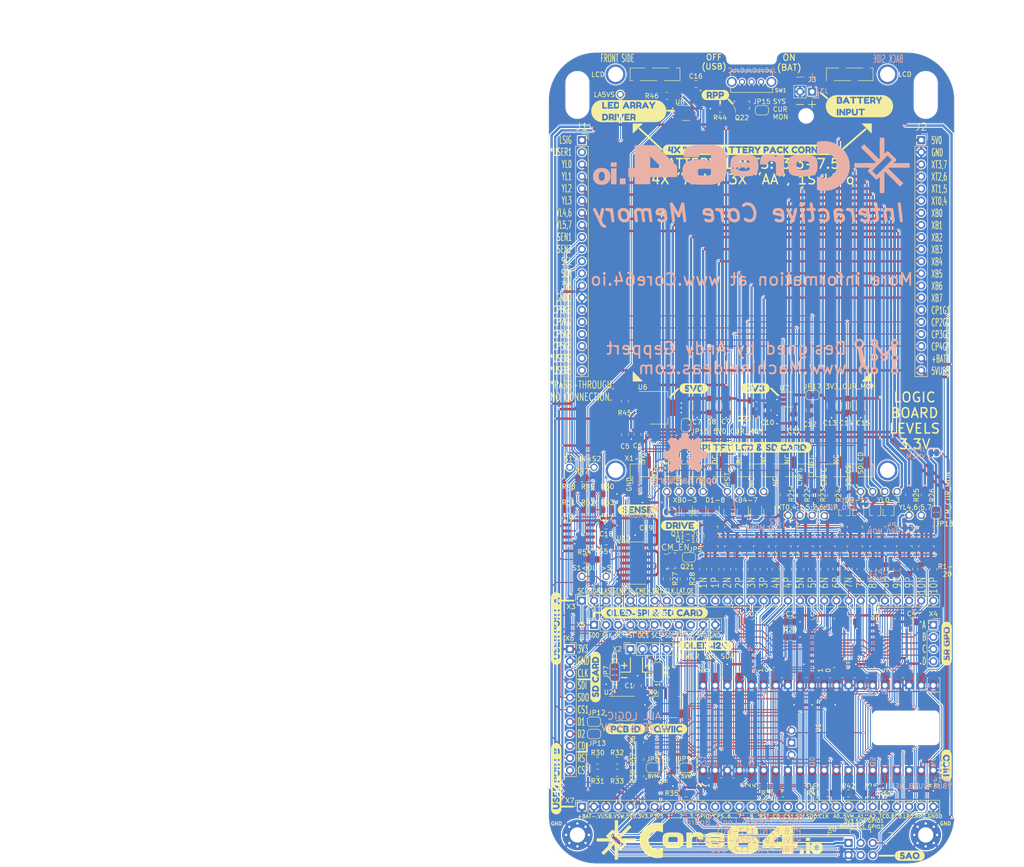
<source format=kicad_pcb>
(kicad_pcb (version 20240108) (generator "pcbnew") (generator_version "8.0")
  (title_block (title "Core 64 Logic Board - PCB Layout") (date "2023-03-19") (rev "0.8") (company "Andy Geppert - Machine Ideas, LLC"))
  (layers (0 "F.Cu" signal) (31 "B.Cu" signal) (34 "B.Paste" user) (35 "F.Paste" user) (36 "B.SilkS" user "B.Silkscreen") (37 "F.SilkS" user "F.Silkscreen") (38 "B.Mask" user) (39 "F.Mask" user) (44 "Edge.Cuts" user))
  (net 0 "")
  (net 1 "-BATT")
  (net 2 "/I2C_DATA")
  (net 3 "/I2C_CLOCK")
  (net 4 "/LED_ARY_5V0_SIG")
  (net 5 "/GPIO3_CP3_DC")
  (net 6 "/CM_SENSE_1_IN")
  (net 7 "/CM_SENSE_2_IN")
  (net 8 "PICO_VBUS")
  (net 9 "+BATT")
  (net 10 "+VSW")
  (net 11 "5V0")
  (net 12 "3V3")
  (net 13 "/GPIO4_CP4_CS2")
  (net 14 "/SPI_RESET")
  (net 15 "/SPI_SDI")
  (net 16 "/SPI_SDO")
  (net 17 "LR0_MON")
  (net 18 "BC0_MON")
  (net 19 "TC0_MON")
  (net 20 "RR0_MON")
  (net 21 "/SPI_CLK")
  (net 22 "/CA_SR_GPO_A")
  (net 23 "/CA_SR_GPO_B")
  (net 24 "/CA_SR_GPO_C")
  (net 25 "/CA_SR_GPO_D")
  (net 26 "/YL0")
  (net 27 "/YL1")
  (net 28 "/YL2")
  (net 29 "/YL3")
  (net 30 "/XB1")
  (net 31 "/XB3")
  (net 32 "/XB2")
  (net 33 "/XB5")
  (net 34 "/XB4")
  (net 35 "/XB7")
  (net 36 "/XB6")
  (net 37 "GMEM")
  (net 38 "/YL4,6")
  (net 39 "/YL5,7")
  (net 40 "/ADC2_BUFF")
  (net 41 "/I2C_3V3_SCL")
  (net 42 "/I2C_3V3_SDA")
  (net 43 "/XT3,7")
  (net 44 "/XT2,6")
  (net 45 "/XT1,5")
  (net 46 "/XT0,4")
  (net 47 "/ADC1_BUFF")
  (net 48 "/ADC0_BUFF")
  (net 49 "/CM_Q7P")
  (net 50 "/CM_Q7N")
  (net 51 "/CM_Q8P")
  (net 52 "/CM_Q8N")
  (net 53 "/CM_Q9P")
  (net 54 "/CM_Q9N")
  (net 55 "/CM_Q10N")
  (net 56 "/CM_EN")
  (net 57 "/CM_Q1P")
  (net 58 "/CM_Q1N")
  (net 59 "/CM_Q3P")
  (net 60 "/CM_Q3N")
  (net 61 "/CM_Q5P")
  (net 62 "/CM_Q5N")
  (net 63 "/CM_Q2P")
  (net 64 "/CM_SR_~{OE}")
  (net 65 "/CM_Q2N")
  (net 66 "/CM_Q4P")
  (net 67 "/CM_Q4N")
  (net 68 "/CM_Q6P")
  (net 69 "/CM_Q6N")
  (net 70 "Net-(R36-Pad1)")
  (net 71 "/SPI_CD")
  (net 72 "/SPI_CS1")
  (net 73 "/ADC0")
  (net 74 "/ADC1")
  (net 75 "/ADC2")
  (net 76 "/CA_SENSE_1_OUT")
  (net 77 "/CA_SENSE_2_OUT")
  (net 78 "/GPIO8_CP8_HS4")
  (net 79 "/GPIO7_CP7_HS3")
  (net 80 "/GPIO6_CP6_HS2")
  (net 81 "/GPIO5_CP5_HS1")
  (net 82 "/GPIO1_CP1_SAO1")
  (net 83 "/GPIO2_CP2_SAO2")
  (net 84 "/CM_SENSE_PULSE")
  (net 85 "/CM_SR_SER1")
  (net 86 "/CM_SR_CLK")
  (net 87 "/CM_SR_LAT")
  (net 88 "PICO_3V3OUT")
  (net 89 "PICO_VSYS")
  (net 90 "/CA_SR_SER2")
  (net 91 "/CA_SR_SER3")
  (net 92 "unconnected-(U1-Pad30)")
  (net 93 "unconnected-(U1-Pad37)")
  (net 94 "Net-(U10-Pad1)")
  (net 95 "Net-(U10-Pad12)")
  (net 96 "Net-(U10-Pad13)")
  (net 97 "/CM_Q10P")
  (net 98 "/XB0")
  (net 99 "5VUSB")
  (net 100 "VMEM")
  (net 101 "/CM_SENSE_RESET")
  (net 102 "/LED_ARY_3V3_SIG")
  (net 103 "unconnected-(X9-PadMP)")
  (net 104 "/QSPI_D2")
  (net 105 "/USER1")
  (net 106 "/USER2")
  (net 107 "/USER3")
  (net 108 "/QSPI_D1")
  (net 109 "Net-(JP16-A)")
  (net 110 "Net-(U7-BP)")
  (net 111 "Net-(JP17-A)")
  (net 112 "Net-(Q1-C)")
  (net 113 "Net-(Q11-C)")
  (net 114 "Net-(Q2-C)")
  (net 115 "Net-(Q12-C)")
  (net 116 "Net-(Q7-C)")
  (net 117 "Net-(Q17-C)")
  (net 118 "Net-(Q8-C)")
  (net 119 "Net-(Q18-C)")
  (net 120 "Net-(JP2-B)")
  (net 121 "Net-(JP4-B)")
  (net 122 "Net-(JP5-A)")
  (net 123 "Net-(JP6-C)")
  (net 124 "Net-(JP7-C)")
  (net 125 "Net-(JP8-A)")
  (net 126 "Net-(JP9-B)")
  (net 127 "Net-(JP9-A)")
  (net 128 "Net-(JP15-A)")
  (net 129 "Net-(Q1-B)")
  (net 130 "Net-(Q2-B)")
  (net 131 "Net-(Q3-B)")
  (net 132 "Net-(Q14-C)")
  (net 133 "Net-(Q4-B)")
  (net 134 "Net-(Q15-C)")
  (net 135 "Net-(Q5-B)")
  (net 136 "Net-(Q6-B)")
  (net 137 "Net-(Q16-C)")
  (net 138 "Net-(Q7-B)")
  (net 139 "Net-(Q8-B)")
  (net 140 "Net-(Q9-B)")
  (net 141 "Net-(Q10-B)")
  (net 142 "Net-(Q10-C)")
  (net 143 "Net-(Q11-B)")
  (net 144 "Net-(Q12-B)")
  (net 145 "Net-(Q13-B)")
  (net 146 "Net-(Q14-B)")
  (net 147 "Net-(Q15-B)")
  (net 148 "Net-(Q16-B)")
  (net 149 "Net-(Q17-B)")
  (net 150 "Net-(Q18-B)")
  (net 151 "Net-(Q19-B)")
  (net 152 "Net-(Q20-B)")
  (net 153 "Net-(Q21-G)")
  (net 154 "Net-(Q22-D)")
  (net 155 "Net-(Q22-G)")
  (net 156 "Net-(U6-EN)")
  (net 157 "Net-(U8-Y)")
  (net 158 "Net-(U9B-_)")
  (net 159 "Net-(U9A--)")
  (net 165 "Net-(X1-3.3V)")
  (footprint "MountingHole:MountingHole_3.2mm_M3_Pad_Via" (layer "F.Cu") (at 73.5582 206.7056)
    (property "Reference" "H1")
    (property "Value" "GND PAD")
  )
  (footprint "MountingHole:MountingHole_3.2mm_M3_Pad_Via" (layer "F.Cu") (at 146.5582 206.7056)
    (property "Reference" "H2")
    (property "Value" "GND PAD")
  )
  (footprint "Connector_PinSocket_2.54mm:PinSocket_1x20_P2.54mm_Vertical" (layer "F.Cu") (at 74.4982 61.0756)
    (property "Reference" "J1")
    (property "Value" "SSW-116-22-F-S-VS‎")
  )
  (footprint "Connector_PinSocket_2.54mm:PinSocket_1x20_P2.54mm_Vertical" (layer "F.Cu") (at 145.6182 61.0756)
    (property "Reference" "J2")
    (property "Value" "SSW-116-22-F-S-VS‎")
  )
  (footprint "digikey-kicad-library-master:SOT-23-3" (layer "F.Cu") (at 93.2942 149.2136)
    (property "Reference" "Q21")
    (property "Value" "NVTR4503NT1G_NMOS_GSD")
  )
  (footprint "Capacitor_SMD:C_0805_2012Metric" (layer "F.Cu") (at 118.9482 119.4956 -90)
    (property "Reference" "C11")
    (property "Value" "0.01uF")
  )
  (footprint "Core_64_KiCad_Library:TestPoint_THTPad_D1.5mm_Drill1.0mm" (layer "F.Cu") (at 82.5482 51.5006)
    (property "Reference" "TP19" (hide yes))
    (property "Value" "LA5VS")
  )
  (footprint "kibuzzard-6417CDFD" (layer "F.Cu") (at 100.4062 166.9936)
    (property "Reference" "kibuzzard-6417CDFD" (hide yes))
    (property "Value" "G***" (hide yes))
  )
  (footprint "Package_TO_SOT_SMD:SOT-323_SC-70" (layer "F.Cu") (at 138.7602 139.0536 -90)
    (property "Reference" "D12" (hide yes))
    (property "Value" "BAT54AW")
  )
  (footprint "Capacitor_SMD:C_1206_3216Metric" (layer "F.Cu") (at 126.8222 116.7016 -90)
    (property "Reference" "C13")
    (property "Value" "220uF")
  )
  (footprint "Resistor_SMD:R_0805_2012Metric" (layer "F.Cu") (at 125.2982 150.9916 -90)
    (property "Reference" "R11" (hide yes))
    (property "Value" "470")
  )
  (footprint "digikey-kicad-library-master:SOT-23-3" (layer "F.Cu") (at 121.347088 146.9276 90)
    (property "Reference" "Q5" (hide yes))
    (property "Value" "MMBT4401LT1G")
  )
  (footprint "Package_TO_SOT_SMD:SOT-323_SC-70" (layer "F.Cu") (at 129.4892 139.0536 -90)
    (property "Reference" "D9" (hide yes))
    (property "Value" "BAT54CW")
  )
  (footprint "kibuzzard-64178E4F" (layer "F.Cu") (at 77.3462 173.5976 90)
    (property "Reference" "kibuzzard-64178E4F" (hide yes))
    (property "Value" "G***" (hide yes))
  )
  (footprint "Package_TO_SOT_SMD:SOT-323_SC-70" (layer "F.Cu") (at 99.314 139.0536 -90)
    (property "Reference" "D3" (hide yes))
    (property "Value" "BAT54CW")
  )
  (footprint "Resistor_SMD:R_0805_2012Metric" (layer "F.Cu") (at 112.5982 150.9916 -90)
    (property "Reference" "R6" (hide yes))
    (property "Value" "470")
  )
  (footprint "digikey-kicad-library-master:SOT-23-3" (layer "F.Cu") (at 106.050644 142.8636 90)
    (property "Reference" "Q12" (hide yes))
    (property "Value" "MMBT4403LT1G")
  )
  (footprint "Package_TO_SOT_SMD:SOT-323_SC-70" (layer "F.Cu") (at 93.726 139.0536 -90)
    (property "Reference" "D1" (hide yes))
    (property "Value" "BAT54CW")
  )
  (footprint "Resistor_SMD:R_0805_2012Metric" (layer "F.Cu") (at 93.5482 194.4256 -90)
    (property "Reference" "R40")
    (property "Value" "10k")
  )
  (footprint "Resistor_SMD:R_0805_2012Metric" (layer "F.Cu") (at 146.3802 135.4976 -90)
    (property "Reference" "R26")
    (property "Value" "6R8-5%")
  )
  (footprint "kibuzzard-64178C85" (layer "F.Cu") (at 84.3232 55.0006)
    (property "Reference" "kibuzzard-64178C85" (hide yes))
    (property "Value" "G***" (hide yes))
  )
  (footprint "Core_64_KiCad_Library:Core64.io_w_core_symbol" (layer "F.Cu") (at 101.2952 207.7606)
    (property "Reference" "L1" (hide yes))
    (property "Value" "Core_64_Logo" (hide yes))
  )
  (footprint "digikey-kicad-library-master:SOIC-16_W3.90mm" (layer "F.Cu") (at 137.9982 166.4856 -90)
    (property "Reference" "U5")
    (property "Value" "74HC595D")
  )
  (footprint "digikey-kicad-library-master:SOT-23-3" (layer "F.Cu") (at 106.050644 146.9276 90)
    (property "Reference" "Q2" (hide yes))
    (property "Value" "MMBT4401LT1G")
  )
  (footprint "kibuzzard-64179D69" (layer "F.Cu") (at 102.4732 51.6256)
    (property "Reference" "kibuzzard-64179D69" (hide yes))
    (property "Value" "G***" (hide yes))
  )
  (footprint "kibuzzard-64178E7C" (layer "F.Cu") (at 92.5322 184.5196)
    (property "Reference" "kibuzzard-64178E7C" (hide yes))
    (property "Value" "G***" (hide yes))
  )
  (footprint "kibuzzard-64178E92" (layer "F.Cu") (at 150.9332 166.6126 90)
    (property "Reference" "kibuzzard-64178E92" (hide yes))
    (property "Value" "G***" (hide yes))
  )
  (footprint "Core_64_KiCad_Library:TestPoint_THTPad_D1.5mm_Drill1.0mm" (layer "F.Cu") (at 137.9982 134.7356)
    (property "Reference" "TP16" (hide yes))
    (property "Value" "YL2")
  )
  (footprint "Resistor_SMD:R_0805_2012Metric" (layer "F.Cu") (at 103.4542 54.4716 180)
    (property "Reference" "R44")
    (property "Value" "10k")
  )
  (footprint "Resistor_SMD:R_0805_2012Metric" (layer "F.Cu") (at 120.142 135.5325 -90)
    (property "Reference" "R22")
    (property "Value" "6R8-5%")
  )
  (footprint "Capacitor_SMD:C_1206_3216Metric" (layer "F.Cu") (at 98.6282 116.7016 -90)
    (property "Reference" "C7")
    (property "Value" "220uF")
  )
  (footprint "digikey-kicad-library-master:SOT-23-3" (layer "F.Cu") (at 116.718644 142.8636 90)
    (property "Reference" "Q14" (hide yes))
    (property "Value" "MMBT4403LT1G")
  )
  (footprint "Resistor_SMD:R_0805_2012Metric" (layer "F.Cu") (at 123.444 135.4976 -90)
    (property "Reference" "R23")
    (property "Value" "6R8-5%")
  )
  (footprint "Package_TO_SOT_SMD:SOT-323_SC-70" (layer "F.Cu") (at 102.108 139.0536 -90)
    (property "Reference" "D4" (hide yes))
    (property "Value" "BAT54AW")
  )
  (footprint "kibuzzard-64178E2E" (layer "F.Cu") (at 69.1102 163.4376 90)
    (property "Reference" "kibuzzard-64178E2E" (hide yes))
    (property "Value" "G***" (hide yes))
  )
  (footprint "Capacitor_SMD:C_1206_3216Metric" (layer "F.Cu") (at 129.8702 116.7016 -90)
    (property "Reference" "C14")
    (property "Value" "220uF")
  )
  (footprint "Resistor_SMD:R_0805_2012Metric" (layer "F.Cu") (at 96.3422 197.9816 180)
    (property "Reference" "R35")
    (property "Value" "10k")
  )
  (footprint "digikey-kicad-library-master:SOT-23-3" (layer "F.Cu") (at 109.5502 116.7016 90)
    (property "Reference" "Q23")
    (property "Value" "SL3401A")
  )
  (footprint "Core_64_KiCad_Library:TestPoint_THTPad_D1.5mm_Drill1.0mm" (layer "F.Cu") (at 99.8982 134.7356)
    (property "Reference" "TP4" (hide yes))
    (property "Value" "XB3")
  )
  (footprint "Core_64_KiCad_Library:TestPoint_THTPad_D1.5mm_Drill1.0mm" (layer "F.Cu") (at 104.9782 134.7356)
    (property "Reference" "TP5" (hide yes))
    (property "Value" "XB4")
  )
  (footprint "Capacitor_SMD:C_0805_2012Metric" (layer "F.Cu") (at 113.3602 117.7176 -90)
    (property "Reference" "C10")
    (property "Value" "1uF")
  )
  (footprint "kibuzzard-64179E5D" (layer "F.Cu") (at 97.9232 113.1256)
    (property "Reference" "kibuzzard-64179E5D" (hide yes))
    (property "Value" "G***" (hide yes))
  )
  (footprint "Capacitor_SMD:C_0805_2012Metric" (layer "F.Cu") (at 143.5862 162.0406)
    (property "Reference" "C4")
    (property "Value" "0.1uF")
  )
  (footprint "kibuzzard-64178E12" (layer "F.Cu") (at 110.0582 125.4646)
    (property "Reference" "kibuzzard-64178E12" (hide yes))
    (property "Value" "G***" (hide yes))
  )
  (footprint "kibuzzard-64178E45" (layer "F.Cu") (at 69.1102 194.9336 90)
    (property "Reference" "kibuzzard-64178E45" (hide yes))
    (property "Value" "G***" (hide yes))
  )
  (footprint "Jumper:SolderJumper-2_P1.3mm_Bridged_RoundedPad1.0x1.5mm" (layer "F.Cu") (at 96.3732 192.6506 180)
    (property "Reference" "JP9")
    (property "Value" "5V0_MON")
  )
  (footprint "Resistor_SMD:R_0805_2012Metric" (layer "F.Cu") (at 95.8342 153.0236 90)
    (property "Reference" "R28")
    (property "Value" "470")
  )
  (footprint "Jumper:SolderJumper-3_P1.3mm_Open_RoundedPad1.0x1.5mm_NumberLabels" (layer "F.Cu") (at 81.3982 172.5756 90)
    (property "Reference" "JP7")
    (property "Value" "SolderJumper_3_Open")
  )
  (footprint "Jumper:SolderJumper-2_P1.3mm_Open_RoundedPad1.0x1.5mm" (layer "F.Cu") (at 77.0482 185.5506)
    (property "Reference" "JP13")
    (property "Value" "D2")
  )
  (footprint "Resistor_SMD:R_0805_2012Metric" (layer "F.Cu") (at 104.9782 150.9916 -90)
    (property "Reference" "R3" (hide yes))
    (property "Value" "470")
  )
  (footprint "Resistor_SMD:R_0805_2012Metric" (layer "F.Cu") (at 81.8642 193.6636 180)
    (property "Reference" "R33")
    (property "Value" "68")
  )
  (footprint "Resistor_SMD:R_0805_2012Metric" (layer "F.Cu") (at 79.8322 138.5456)
    (property "Reference" "R53")
    (property "Value" "1K5-1%")
  )
  (footprint "Resistor_SMD:R_0805_2012Metric" (layer "F.Cu") (at 134.5457 197.9816)
    (property "Reference" "R43")
    (property "Value" "1k2")
  )
  (footprint "Resistor_SMD:R_0805_2012Metric" (layer "F.Cu") (at 92.2982 51.8006)
    (property "Reference" "R46")
    (property "Value" "470")
  )
  (footprint "Resistor_SMD:R_0805_2012Metric" (layer "F.Cu") (at 122.7582 150.9916 -90)
    (property "Reference" "R10" (hide yes))
    (property "Value" "470")
  )
  (footprint "Resistor_SMD:R_0805_2012Metric" (layer "F.Cu") (at 93.5482 190.8696 -90)
    (property "Reference" "R39")
    (property "Value" "10k")
  )
  (footprint "Capacitor_SMD:C_0805_2012Metric" (layer "F.Cu") (at 79.5782 145.1496)
    (property "Reference" "C18")
    (property "Value" "10uF")
  )
  (footprint "Core_64_KiCad_Library:TestPoint_THTPad_D1.5mm_Drill1.0mm" (layer "F.Cu") (at 79.5782 152.5156)
    (property "Reference" "TP23" (hide yes))
    (property "Value" "S1 OUT")
  )
  (footprint "Resistor_SMD:R_0805_2012Metric" (layer "F.Cu") (at 115.1382 150.9916 -90)
    (property "Reference" "R7" (hide yes))
    (property "Value" "470")
  )
  (footprint "Resistor_SMD:R_0805_2012Metric" (layer "F.Cu") (at 116.84 135.4976 90)
    (property "Reference" "R21")
    (property "Value" "6R8-5%")
  )
  (footprint "Core_64_KiCad_Library:TestPoint_THTPad_D1.5mm_Drill1.0mm" (layer "F.Cu") (at 143.0782 139.7)
    (property "Reference" "TP17" (hide yes))
    (property "Value" "YL4,6")
  )
  (footprint "digikey-kicad-library-master:SOIC-16_W3.90mm" (layer "F.Cu") (at 112.5982 166.4856 -90)
    (property "Reference" "U3")
    (property "Value" "74HC595D")
  )
  (footprint "Capacitor_SMD:C_0805_2012Metric" (layer "F.Cu") (at 83.5232 122.7756 -90)
    (property "Reference" "C5")
    (property "Value" "1uF")
  )
  (footprint "Connector_PinSocket_2.54mm:PinSocket_1x30_P2.54mm_Vertical" (layer "F.Cu") (at 74.4982 157.5956 90)
    (property "Reference" "X3")
    (property "Value" "TBD")
  )
  (footprint "Jumper:SolderJumper-2_P1.3mm_Bridged_RoundedPad1.0x1.5mm" (layer "F.Cu") (at 96.3232 120.8006 90)
    (property "Reference" "JP16")
    (property "Value" "5V0_CUR_MON")
  )
  (footprint "Resistor_SMD:R_0805_2012Metric" (layer "F.Cu") (at 127.8382 150.9916 -90)
    (property "Reference" "R12" (hide yes))
    (property "Value" "470")
  )
  (footprint "Core_64_KiCad_Library:TestPoint_THTPad_D1.5mm_Drill1.0mm" (layer "F.Cu") (at 135.4582 134.7356)
    (property "Reference" "TP13" (hide yes))
    (property "Value" "YL1")
  )
  (footprint "Core_64_KiCad_Library:TestPoint_THTPad_D1.5mm_Drill1.0mm" (layer "F.Cu") (at 77.0382 129.6556)
    (property "Reference" "TP21" (hide yes))
    (property "Value" "S2 IN")
  )
  (footprint "Resistor_SMD:R_0805_2012Metric" (layer "F.Cu") (at 86.6902 190.8696 90)
    (property "Reference" "R37")
    (property "Value" "10k")
  )
  (footprint "Resistor_SMD:R_0805_2012Metric" (layer "F.Cu") (at 130.3782 150.9916 -90)
    (property "Reference" "R13" (hide yes))
    (property "Value" "470")
  )
  (footprint "Resistor_SMD:R_0805_2012Metric" (layer "F.Cu") (at 143.0782 150.9916 -90)
    (property "Reference" "R18" (hide yes))
    (property "Value" "470")
  )
  (footprint "Capacitor_SMD:C_1206_3216Metric" (layer "F.Cu") (at 132.9182 116.7016 -90)
    (property "Reference" "C15")
    (property "Value" "220uF")
  )
  (footprint "Capacitor_SMD:C_0805_2012Metric" (layer "F.Cu") (at 98.3982 49.3506)
    (property "Reference" "C16")
    (property "Value" "0.1uF")
  )
  (footprint "digikey-kicad-library-master:SOIC-8_W3.9mm" (layer "F.Cu") (at 73.7362 143.6256 -90)
    (property "Reference" "U9")
    (property "Value" "LM393")
  )
  (footprint "Package_TO_SOT_SMD:SOT-323_SC-70" (layer "F.Cu") (at 110.998 139.065 -90)
    (property "Reference" "D7" (hide yes))
    (property "Value" "BAT54CW")
  )
  (footprint "Resistor_SMD:R_0805_2012Metric" (layer "F.Cu") (at 148.1582 150.9916 -90)
    (property "Reference" "R20" (hide yes))
    (property "Value" "470")
  )
  (footprint "Core_64_KiCad_Library:TestPoint_THTPad_D1.5mm_Drill1.0mm" (layer "F.Cu") (at 97.3582 134.7356)
    (property "Reference" "TP3" (hide yes))
    (property "Value" "XB2")
  )
  (footprint "Core_64_KiCad_Library:TestPoint_THTPad_D1.5mm_Drill1.0mm" (layer "F.Cu") (at 107.5182 134.7356)
    (property "Reference" "TP6" (hide yes))
    (property "Value" "XB5")
  )
  (footprint "Package_TO_SOT_SMD:SOT-23-5" (layer "F.Cu") (at 117.9322 115.4316)
    (property "Reference" "U7")
    (property "Value" "SSP9193-33M5R")
  )
  (footprint "Resistor_SMD:R_0805_2012Metric" (layer "F.Cu") (at 143.0782 135.4976 -90)
    (property "Reference" "R25")
    (property "Value" "6R8-5%")
  )
  (footprint "Resistor_SMD:R_0805_2012Metric" (layer "F.Cu") (at 79.8322 135.2436)
    (property "Reference" "R50")
    (property "Value" "1K5-1%")
  )
  (footprint "kibuzzard-64178E9B" (layer "F.Cu") (at 150.8982 192.1396 90)
    (property "Reference" "kibuzzard-64178E9B" (hide yes))
    (property "Value" "G***" (hide yes))
  )
  (footprint "Core_64_KiCad_Library:TestPoint_THTPad_D1.5mm_Drill1.0mm" (layer "F.Cu") (at 132.9182 134.7356)
    (property "Reference" "TP14" (hide yes))
    (property "Value" "YL0")
  )
  (footprint "Capacitor_SMD:C_0805_2012Metric" (layer "F.Cu") (at 87.9602 143.8796 180)
    (property "Reference" "C19")
    (property "Value" "0.1uF")
  )
  (footprint "kibuzzard-64178DE8" (layer "F.Cu") (at 86.1822 138.5456)
    (property "Reference" "kibuzzard-64178DE8" (hide yes))
    (property "Value" "G***" (hide yes))
  )
  (footprint "Resistor_SMD:R_0805_2012Metric" (layer "F.Cu") (at 86.6902 187.3136 90)
    (property "Reference" "R36")
    (property "Value" "10k")
  )
  (footprint "Core_64_KiCad_Library:TestPoint_THTPad_D1.5mm_Drill1.0mm" (layer "F.Cu") (at 92.2782 134.7356)
    (property "Reference" "TP1" (hide yes))
    (property "Value" "XB0")
  )
  (footprint "Jumper:SolderJumper-2_P1.3mm_Open_RoundedPad1.0x1.5mm" (layer "F.Cu") (at 77.0232 182.9756)
    (property "Reference" "JP12")
    (property "Value" "D1")
  )
  (footprint "Capacitor_SMD:C_0805_2012Metric" (layer "F.Cu") (at 130.8862 162.0406)
    (property "Reference" "C3")
    (property "Value" "0.1uF")
  )
  (footprint "Core_64_KiCad_Library:TestPoint_THTPad_D1.5mm_Drill1.0mm" (layer "F.Cu") (at 120.2182 139.7)
    (property "Reference" "TP10" (hide yes))
    (property "Value" "XT1,5")
  )
  (footprint "Resistor_SMD:R_0805_2012Metric" (layer "F.Cu") (at 75.0062 148.9596 180)
    (property "Reference" "R54")
    (property "Value" "1K2")
  )
  (footprint "Resistor_SMD:R_0805_2012Metric" (layer "F.Cu") (at 71.7042 138.5456)
    (property "Reference" "R51")
    (property "Value" "1K8-1%")
  )
  (footprint "digikey-kicad-library-master:SOT-23-3" (layer "F.Cu") (at 116.718644 146.9276 90)
    (property "Reference" "Q4" (hide yes))
    (property "Value" "MMBT4401LT1G")
  )
  (footprint "kibuzzard-64179D78" (layer "F.Cu") (at 110.0582 63.1076)
    (property "Reference" "kibuzzard-64179D78" (hide yes))
    (property "Value" "G***" (hide yes))
  )
  (footprint "kibuzzard-64178EA5" (layer "F.Cu") (at 143.2052 211.0626)
    (property "Reference" "kibuzzard-64178EA5" (hide yes))
    (property "Value" "G***" (hide yes))
  )
  (footprint "digikey-kicad-library-master:SOT-23-3" (layer "F.Cu") (at 108.0262 53.7096 90)
    (property "Reference" "Q22")
    (property "Value" "SL3401A")
  )
  (footprint "Core_64_KiCad_Library:TestPoint_THTPad_D1.5mm_Drill1.0mm" (layer "F.Cu") (at 122.7582 139.7)
    (property "Reference" "TP11" (hide yes))
    (property "Value" "XT2,6")
  )
  (footprint "digikey-kicad-library-master:SOT-23-3" (layer "F.Cu") (at 136.4742 146.9276 90)
    (property "Reference" "Q8" (hide yes))
    (property "Value" "MMBT4401LT1G")
  )
  (footprint "Package_TO_SOT_SMD:SOT-323_SC-70" (layer "F.Cu") (at 113.792 139.065 -90)
    (property "Reference" "D8" (hide yes))
    (property "Value" "BAT54AW")
  )
  (footprint "digikey-kicad-library-master:SOT-23-3" (layer "F.Cu") (at 131.7142 142.8636 90)
    (property "Reference" "Q17" (hide yes))
    (property "Value" "MMBT4403LT1G")
  )
  (footprint "Resistor_SMD:R_0805_2012Metric" (layer "F.Cu") (at 86.6902 194.4256 -90)
    (property "Reference" "R38")
    (property "Value" "10k")
  )
  (footprint "digikey-kicad-library-master:SOIC-16_W3.90mm" (layer "F.Cu") (at 125.2982 166.4856 -90)
    (property "Reference" "U4")
    (property "Value" "74HC595D")
  )
  (footprint "Connector_PinSocket_2.54mm:PinSocket_1x11_P2.54mm_Vertical" (layer "F.Cu") (at 77.0382 162.6756 90)
    (property "Reference" "X5")
    (property "Value" "HEADER_11-PIN_0.1")
  )
  (footprint "Resistor_SMD:R_0805_2012Metric" (layer "F.Cu") (at 116.6622 197.9816)
    (property "Reference" "R34")
    (property "Value" "10k")
  )
  (footprint "Core_64_KiCad_Library:TestPoint_THTPad_D1.5mm_Drill1.0mm" (layer "F.Cu") (at 74.4982 152.5156)
    (property "Reference" "TP22" (hide yes))
    (property "Value" "S2 OUT")
  )
  (footprint "Resistor_SMD:R_0805_2012Metric" (layer "F.Cu") (at 75.7682 138.5456)
    (property "Reference" "R52")
    (property "Value" "11-1%")
  )
  (footprint "digikey-kicad-library-master:SOT-23-3" (layer "F.Cu") (at 121.347088 142.8636 90)
    (property "Reference" "Q15" (hide yes))
    (property "Value" "MMBT4403LT1G")
  )
  (footprint "Resistor_SMD:R_0805_2012Metric" (layer "F.Cu") (at 140.5382 150.9916 -90)
    (property "Reference" "R17" (hide yes))
    (property "Value" "470")
  )
  (footprint "Connector_JST:JST_SH_SM04B-SRSS-TB_1x04-1MP_P1.00mm_Horizontal" (layer "F.Cu") (at 92.5322 179.4396)
    (property "Reference" "X9")
    (property "Value" "QWIIC")
  )
  (footprint "Resistor_SMD:R_0805_2012Metric" (layer "F.Cu") (at 102.4382 150.9916 -90)
    (property "Reference" "R2" (hide yes))
    (property "Value" "470")
  )
  (footprint "Connector_PinSocket_2.54mm:PinSocket_1x11_P2.54mm_Vertical" (layer "F.Cu") (at 71.9832 167.7556)
    (property "Reference" "X6")
    (property "Value" "Header_11-PIN_0.1")
  )
  (footprint "Core_64_KiCad_Library:TestPoint_THTPad_D1.5mm_Drill1.0mm" (layer "F.Cu") (at 94.8182 134.7356)
    (property "Reference" "TP2" (hide yes))
    (property "Value" "XB1")
  )
  (footprint "digikey-kicad-library-master:SOT-23-3" (layer "F.Cu") (at 146.690648 142.8636 90)
    (property "Reference" "Q20" (hide yes))
    (property "Value" "MMBT4403LT1G")
  )
  (footprint "Package_TO_SOT_SMD:SOT-323_SC-70" (layer "F.Cu") (at 96.52 139.0536 -90)
    (property "Reference" "D2" (hide yes))
    (property "Value" "BAT54AW")
  )
  (footprint "Resistor_SMD:R_0805_2012Metric" (layer "F.Cu") (at 78.5622 148.9596)
    (property "Reference" "R55")
    (property "Value" "1K2")
  )
  (footprint "kibuzzard-64178DD4" (layer "F.Cu") (at 132.6642 53.9636)
    (property "Reference" "kibuzzard-64178DD4" (hide yes))
    (property "Value" "G***" (hide yes))
  )
  (footprint "Jumper:SolderJumper-2_P1.3mm_Bridged_RoundedPad1.0x1.5mm" (layer "F.Cu") (at 112.2232 54.8006)
    (property "Reference" "JP15")
    (property "Value" "SYS_CUR_MON")
  )
  (footprint "Package_SO:SOIC-14_3.9x8.7mm_P1.27mm" (layer "F.Cu") (at 85.9282 149.7216)
    (property "Reference" "U10")
    (property "Value" "SN74HC02DR")
  )
  (footprint "RasPi Pico:RPi_PicoW_SMD_TH_Abg" (layer "F.Cu") (at 124.0282 184.2656 -90)
    (property "Reference" "U1")
    (property "Value" "PICO")
  )
  (footprint "Package_TO_SOT_SMD:SOT-23-5" (layer "F.Cu") (at 96.3202 55.3846)
    (property "Reference" "U8")
    (property "Value" "SN74LV1T125DBVR")
  )
  (footprint "Package_TO_SOT_SMD:SOT-223-5" (layer "F.Cu") (at 90.5232 117.1756)
    (property "Reference" "U6")
    (property "Value" "LP38693MP-5.0")
  )
  (footprint "Switch_XKB_SK12D07VG4_SK12D07L4B:SK12D07VG4" (layer "F.Cu") (at 110.0582 48.8676 180)
    (property "Reference" "SW1")
    (property "Value" "SK12D07L4B")
  )
  (footprint "digikey-kicad-library-master:SOT-23-3" (layer "F.Cu") (at 142.0622 146.9276 90)
    (property "Reference" "Q9" (hide yes))
    (property "Value" "MMBT4401LT1G")
  )
  (footprint "Jumper:SolderJumper-2_P1.3mm_Bridged_RoundedPad1.0x1.5mm" (layer "F.Cu") (at 89.3732 192.6256)
    (property "Reference" "JP8")
    (property "Value" "BAT_MON")
  )
  (footprint "digikey-kicad-library-master:SOT-23-3" (layer "F.Cu") (at 101.4222 146.9276 90)
    (property "Reference" "Q1" (hide yes))
    (property "Value" "MMBT4401LT1G")
  )
  (footprint "Core_64_KiCad_Library:TestPoint_THTPad_D1.5mm_Drill1.0mm" (layer "F.Cu") (at 125.2982 139.8156)
    (property "Reference" "TP12" (hide yes))
    (property "Value" "XT3,7")
  )
  (footprint "Capacitor_SMD:C_0805_2012Metric" (layer "F.Cu") (at 86.1482 122.7506 -90)
    (property "Reference" "C6")
    (property "Value" "1uF")
  )
  (footprint "Package_SO:SOIC-8_3.9x4.9mm_P1.27mm" (layer "F.Cu") (at 83.6422 180.2016)
    (property "Reference" "U2")
    (property "Value" "M24C02-RMN")
  )
  (footprint "Capacitor_SMD:C_0805_2012Metric" (layer "F.Cu") (at 79.5782 141.8476)
    (property "Reference" "C17")
    (property "Value" "0.1uF")
  )
  (footprint "Resistor_SMD:R_0805_2012Metric" (layer "F.Cu") (at 75.7682 135.2436)
    (property "Reference" "R49")
    (property "Value" "11-1%")
  )
  (footprint "Jumper:SolderJumper-2_P1.3mm_Bridged_RoundedPad1.0x1.5mm" (layer "F.Cu") (at 96.9232 148.5256)
    (property "Reference" "JP5")
    (property "Value" "GMEM")
  )
  (footprint "Resistor_SMD:R_0805_2012Metric" (layer "F.Cu") (at 145.6182 150.9916 -90)
    (property "Reference" "R19" (hide yes))
    (property "Value" "470")
  )
  (footprint "Resistor_SMD:R_0805_2012Metric" (layer "F.Cu") (at 77.8002 193.6636)
    (property "Reference" "R31")
    (property "Value" "1K2")
  )
  (footprint "digikey-kicad-library-master:SOT-23-3" (layer "F.Cu") (at 131.7142 146.9276 90)
    (property "Reference" "Q7" (hide yes))
    (property "Value" "MMBT4401LT1G")
  )
  (footprint "Resistor_SMD:R_0805_2012Metric" (layer "F.Cu") (at 120.2182 150.9916 -90)
    (property "Reference" "R9" (hide yes))
    (property "Value" "470")
  )
  (footprint "Capacitor_SMD:C_1206_3216Metric" (layer "F.Cu") (at 101.6762 116.7016 -90)
    (property "Reference" "C8")
    (property "Value" "220uF")
  )
  (footprint "Resistor_SMD:R_0805_2012Metric" (layer "F.Cu") (at 132.9182 150.9916 -90)
    (property "Reference" "R14" (hide yes))
    (property "Value" "470")
  )
  (footprint "Jumper:SolderJumper-2_P1.3mm_Bridged_RoundedPad1.0x1.5mm" (layer "F.Cu") (at 148.7232 139.1006 -90)
    (property "Reference" "JP18")
    (property "Value" "CM_CUR_MON")
  )
  (footprint "Resistor_SMD:R_0805_2012Metric" (layer "F.Cu") (at 92.2782 153.0236 -90)
    (property "Reference" "R27")
    (property "Value" "10k")
  )
  (footprint "Capacitor_SMD:C_0805_2012Metric" (layer "F.Cu") (at 86.1822 175.4416 90)
    (property "Reference" "C1")
    (property "Value" "0.1uF")
  )
  (footprint "Resistor_SMD:R_0805_2012Metric" (layer "F.Cu") (at 74.4982 131.9416)
    (property "Reference" "R47")
    (property "Value" "1K5-1%")
  )
  (footprint "digikey-kicad-library-master:SOT-23-3" (layer "F.Cu") (at 112.0902 142.8636 90)
    (property "Reference" "Q13" (hide yes))
    (property "Value" "MMBT4403LT1G")
  )
  (footprint "kibuzzard-64178DF4" (layer "F.Cu") (at 95.0722 141.8476)
    (property "Reference" "kibuzzard-64178DF4" (hide yes))
    (property "Value" "G***" (hide yes))
  )
  (footprint "Capacitor_SMD:C_1206_3216Metric" (layer "F.Cu") (at 104.7242 116.7016 -90)
    (property "Reference" "C9")
    (property "Value" "220uF")
  )
  (footprint "Connector_PinSocket_2.54mm:PinSocket_1x02_P2.54mm_Vertical" (layer "F.Cu") (at 122.7582 50.9156 -90)
    (property "Reference" "J3")
    (property "Value" "ALT. BATT.")
  )
  (footprint "Resistor_SMD:R_0805_2012Metric" (layer "F.Cu") (at 126.0602 197.9816)
    (property "Reference" "R41")
    (property "Value" "1k2")
  )
  (footprint "digikey-kicad-library-master:SOT-23-3" (layer "F.Cu") (at 142.0622 142.8636 90)
    (property "Reference" "Q19" (hide yes))
    (property "Value" "MMBT4403LT1G")
  )
  (footprint "digikey-kicad-library-master:SOT-23-3" (layer "F.Cu") (at 112.0902 146.9276 90)
    (property "Reference" "Q3" (hide yes))
    (property "Value" "MMBT4401LT1G")
  )
  (footprint "Resistor_SMD:R_0805_2012Metric" (layer "F.Cu") (at 77.8002 191.1236)
    (property "Reference" "R30")
    (property "Value" "1K2")
  )
  (footprint "Resistor_SMD:R_0805_2012Metric" (layer "F.Cu") (at 107.5182 150.9916 -90)
    (property "Reference" "R4" (hide yes))
    (property "Value" "470")
  )
  (footprint "Adafruit_3.2_TFT:Adafruit_3.2_TFT_Dual_PinHeader_1x20_P2.54mm_Vertical_SMD_Pin1Left" (layer "F.Cu") (at 110.0582 130.2906)
    (property "Reference" "X1")
    (property "Value" "Adafruit_3.2_TFT_1743")
  )
  (footprint "Core_64_KiCad_Library:TestPoint_THTPad_D1.5mm_Drill1.0mm" (layer "F.Cu") (at 112.5982 134.7356)
    (property "Reference" "TP8" (hide yes))
    (property "Value" "XB7")
  )
  (footprint "digikey-kicad-library-master:SOT-23-3" (layer "F.Cu") (at 136.4742 142.8636 90)
    (property "Reference" "Q18" (hide yes))
    (property "Value" "MMBT4403LT1G")
  )
  (footprint "Core_64_KiCad_Library:TestPoint_THTPad_D1.5mm_Drill1.0mm" (layer "F.Cu") (at 71.9582 129.6556)
    (property "Reference" "TP20" (hide yes))
    (property "Value" "S1 IN")
  )
  (footprint "kibuzzard-6417CE14" (layer "F.Cu") (at 89.7382 160.1356)
    (property "Reference" "kibuzzard-6417CE14" (hide yes))
    (property "Value" "G***" (hide yes))
  )
  (footprint "Package_TO_SOT_SMD:SOT-323_SC-70" (layer "F.Cu") (at 135.9662 139.0536 -90)
    (property "Reference" "D11" (hide yes))
    (property "Value" "BAT54CW")
  )
  (footprint "Resistor_SMD:R_0805_2012Metric" (layer "F.Cu") (at 137.9982 150.9916 -90)
    (property "Reference" "R16" (hide yes))
    (property "Value" "470")
  )
  (footprint "Resistor_SMD:R_0805_2012Metric" (layer "F.Cu") (at 71.7042 135.2436)
    (property "Reference" "R48")
    (property "Value" "1K8-1%")
  )
  (footprint "digikey-kicad-library-master:SOT-23-3" (layer "F.Cu") (at 125.975532 146.9276 90)
    (property "Reference" "Q6" (hide yes))
    (property "Value" "MMBT4401LT1G")
  )
  (footprint "Capacitor_SMD:C_0805_2012Metric" (layer "F.Cu") (at 118.1862 162.0406)
    (property "Reference" "C2")
    (property "Value" "0.1uF")
  )
  (footprint "badgelife_sao_v169bis:Badgelife-SAOv169-BADGE-2x3" (layer "F.Cu") (at 132.9182 209.6656)
    (property "Reference" "X8")
    (property "Value" "SAO_conn_SFH11-NBPC-D03-ST-BK")
  )
  (footprint "Core_64_KiCad_Library:TestPoint_THTPad_D1.5mm_Drill1.0mm" (layer "F.Cu") (at 145.6182 139.7)
    (property "Reference" "TP18" (hide yes))
    (property "Value" "YL5,7")
  )
  (footprint "Resistor_SMD:R_0805_2012Metric" (layer "F.Cu") (at 130.3782 197.9816)
    (property "Reference" "R42")
    (property "Value" "1k2")
  )
  (footprint "Resistor_SMD:R_0805_2012Metric" (layer "F.Cu") (at 83.4982 115.8006 90)
    (property "Reference" "R45")
    (property "Value" "10k")
  )
  (footprint "Resistor_SMD:R_0805_2012Metric" (layer "F.Cu") (at 99.8982 150.9916 -90)
    (property "Reference" "R1" (hide yes))
    (property "Value" "470")
  )
  (footprint "Resistor_SMD:R_0805_2012Metric" (layer "F.Cu") (at 81.8642 191.1236)
    (property "Reference" "R32")
    (property "Value" "68")
  )
  (footprint "Core_64_KiCad_Library:TestPoint_THTPad_D1.5mm_Drill1.0mm" (layer "F.Cu") (at 140.5382 134.7356)
    (property "Reference" "TP15" (hide yes))
    (property "Value" "YL3")
  )
  (footprint "digikey-kicad-library-master:SOT-23-3" (layer "F.Cu") (at 125.975532 142.8636 90)
    (property "Reference" "Q16" (hide yes))
    (property "Value" "MMBT4403LT1G")
  )
  (footprint "Connector_PinSocket_2.54mm:PinSocket_1x04_P2.54mm_Vertical" (layer "F.Cu") (at 84.6582 167.7556 90)
    (property "Reference" "X2")
    (property "Value" "SSW-104-22-L-S-VS")
  )
  (footprint "kibuzzard-64178E73" (layer "F.Cu") (at 83.6422 184.5196)
    (property "Reference" "kibuzzard-64178E73" (hide yes))
    (property "Value" "G***" (hide yes))
  )
  (footprint "Jumper:SolderJumper-2_P1.3mm_Bridged_RoundedPad1.0x1.5mm" (layer "F.Cu") (at 122.8232 114.5006)
    (property "Reference" "JP17")
    (property "Value" "3V3_CUR_MON")
  )
  (footprint "digikey-kicad-library-master:SOT-23-3" (layer "F.Cu") (at 146.690648 146.9276 90)
    (property "Reference" "Q10" (hide yes))
    (property "Value" "MMBT4401LT1G")
  )
  (footprint "Resistor_SMD:R_0805_2012Metric" (layer "F.Cu") (at 135.4582 150.9916 -90)
    (property "Reference" "R15" (hide yes))
    (property "Value" "470")
  )
  (footprint "Package_TO_SOT_SMD:SOT-323_SC-70" (layer "F.Cu") (at 105.41 139.065 -90)
    (property "Reference" "D5" (hide yes))
    (property "Value" "BAT54CW")
  )
  (footprint "Package_TO_SOT_SMD:SOT-323_SC-70" (layer "F.Cu") (at 108.204 139.065 -90)
    (property "Reference" "D6" (hide yes))
    (property "Value" "BAT54AW")
  )
  (footprint "digikey-kicad-library-master:SOT-23-3" (layer "F.Cu") (at 101.4222 142.8636 90)
    (property "Reference" "Q11" (hide yes))
    (property "Value" "MMBT4403LT1G")
  )
  (footprint "Resistor_SMD:R_0805_2012Metric" (layer "F.Cu") (at 118.1862 165.2156 180)
    (property "Reference" "R29")
    (property "Value" "10k")
  )
  (footprint "Connector_PinSocket_2.54mm:PinSocket_1x30_P2.54mm_Vertical" (layer "F.Cu") (at 74.4982 200.7756 90)
    (property "Reference" "X7")
    (property "Value" "TBD")
  )
  (footprint "Core_64_KiCad_Library:TestPoint_THTPad_D1.5mm_Drill1.0mm" (layer "F.Cu") (at 117.6782 139.7)
    (property "Reference" "TP9" (hide yes))
    (property "Value" "XT0,4")
  )
  (footprint "Resistor_SMD:R_0805_2012Metric" (layer "F.Cu") (at 110.0582 150.9916 -90)
    (property "Reference" "R5" (hide yes))
    (property "Value" "470")
  )
  (footprint "Jumper:SolderJumper-3_P1.3mm_Open_RoundedPad1.0x1.5mm_NumberLabels" (layer "F.Cu") (at 90.3982 172.5756 90)
    (property "Reference" "JP6")
    (property "Value" "SolderJumper_3_Open")
  )
  (footprint "Resistor_SMD:R_0805_2012Metric" (layer "F.Cu") (at 117.6782 150.9916 -90)
    (property "Reference" "R8" (hide yes))
    (property "Value" "470")
  )
  (footprint "Core_64_KiCad_Library:TestPoint_THTPad_D1.5mm_Drill1.0mm" (layer "F.Cu") (at 110.0582 134.7356)
    (property "Reference" "TP7" (hide yes))
    (property "Value" "XB6")
  )
  (footprint "kibuzzard-6417AF30" (layer "F.Cu") (at 110.8232 113.1006)
    (property "Reference" "kibuzzard-6417AF30" (hide yes))
    (property "Value" "G***" (hide yes))
  )
  (footprint "Connector_PinSocket_2.54mm:PinSocket_1x04_P2.54mm_Vertical" (layer "F.Cu") (at 148.1582 162.6756)
    (property "Reference" "X4")
    (property "Value" "CA_SR_GPO_ABCD")
  )
  (footprint "Resistor_SMD:R_0805_2012Metric" (layer "F.Cu") (at 126.746 135.5325 -90)
    (property "Reference" "R24")
    (property "Value" "6R8-5%")
  )
  (footprint "Package_TO_SOT_SMD:SOT-323_SC-70" (layer "F.Cu") (at 132.4102 139.0536 -90)
    (property "Reference" "D10" (hide yes))
    (property "Value" "BAT54AW")
  )
  (footprint "Capacitor_SMD:C_0805_2012Metric" (layer "F.Cu") (at 122.2502 117.7176 -90)
    (property "Reference" "C12")
    (property "Value" "1uF")
  )
  (footprint "Symbol:OSHW-Logo2_14.6x12mm_SilkScreen" (layer "B.Cu") (at 96.0982 127.9756 180)
    (property "Reference" "L4" (hide yes))
    (property "Value" "Logo_Open_Hardware_Small" (hide yes))
  )
  (footprint "Core_64_footprints:Core64.io_w_core_symbol2" (layer "B.Cu") (at 110.4982 66.2756 180)
    (property "Reference" "L2" (hide yes))
    (property "Value" "Core_64_Logo" (hide yes))
  )
  (footprint "Jumper:SolderJumper-2_P1.3mm_Bridged_RoundedPad1.0x1.5mm" (layer "B.Cu") (at 118.2232 141.6256 180)
    (property "Reference" "JP2")
    (property "Value" "TC0_MON")
  )
  (footprint "Jumper:SolderJumper-2_P1.3mm_Bridged_RoundedPad1.0x1.5mm" (layer "B.Cu") (at 150.4482 192.6256 90)
    (property "Reference" "JP14")
    (property "Value" "VBUS_VUSB_TIE")
  )
  (footprint "Jumper:SolderJumper-2_P1.3mm_Bridged_RoundedPad1.0x1.5mm" (layer "B.Cu") (at 142.8732 142.3756 180)
    (property "Reference" "JP4")
    (property "Value" "RR0_MON")
  )
  (footprint "Jumper:SolderJumper-2_P1.3mm_Bridged_RoundedPad1.0x1.5mm" (layer "B.Cu") (at 133.4732 137.2756 180)
    (property "Reference" "JP3")
    (property "Value" "LR0_MON")
  )
  (footprint "Core_64_footprints:Machine_Ideas_logo_1" (layer "B.Cu") (at 135.765956 106.72024 180)
    (property "Reference" "L1" (hide yes))
    (property "Value" "Core_64_Logo" (hide yes))
  )
  (footprint "Jumper:SolderJumper-2_P1.3mm_Bridged_RoundedPad1.0x1.5mm" (layer "B.Cu") (at 92.8482 139.0256 180)
    (property "Reference" "JP1")
    (property "Value" "BC0_MON")
  )
  (footprint "Jumper:SolderJumper-2_P1.3mm_Bridged_RoundedPad1.0x1.5mm" (layer "B.Cu") (at 139.9482 152.3506 180)
    (property "Reference" "JP11")
    (property "Value" "GMEM")
  )
  (footprint "Jumper:SolderJumper-2_P1.3mm_Bridged_RoundedPad1.0x1.5mm" (layer "B.Cu") (at 148.2482 126.6006 180)
    (property "Reference" "JP10")
    (property "Value" "VMEM")
  )
  (gr_line (start 90.7542 134.3901) (end 90.7542 154.3851) (stroke (width 0.254)) (layer "F.SilkS"))
  (gr_line (start 77.0382 160.1356) (end 78.2982 160.1356) (stroke (width 0.381)) (layer "F.SilkS"))
  (gr_line (start 75.5232 189.2816) (end 73.6232 189.2816) (stroke (width 0.381)) (layer "F.SilkS"))
  (gr_line (start 82.6262 172.5816) (end 84.6582 172.5816) (stroke (width 0.2032)) (layer "F.SilkS"))
  (gr_line (start 70.1982 200.7756) (end 72.7202 200.7756) (stroke (width 0.381)) (layer "F.SilkS"))
  (gr_line (start 84.6582 172.5816) (end 84.6582 169.5336) (stroke (width 0.2032)) (layer "F.SilkS"))
  (gr_line (start 87.1982 169.5336) (end 87.1982 172.5816) (stroke (width 0.2032)) (layer "F.SilkS"))
  (gr_poly (pts (xy 85.1982 57.6216) (xy 87.1982 57.6216) (xy 85.1982 59.6216)) (stroke (width 0.1)) (fill solid) (layer "F.SilkS"))
  (gr_line (start 93.76445 54.9006) (end 92.43195 54.9006) (stroke (width 0.381)) (layer "F.SilkS"))
  (gr_line (start 73.7362 174.1056) (end 76.2482 174.1056) (stroke (width 0.381)) (layer "F.SilkS"))
  (gr_line (start 92.9732 114.9006) (end 94.6732 113.2006) (stroke (width 0.381)) (layer "F.SilkS"))
  (gr_line (start 75.5232 189.2816) (end 75.5232 187.5006) (stroke (width 0.381)) (layer "F.SilkS"))
  (gr_line (start 91.2232 63.0256) (end 86.5632 58.6626) (stroke (width 0.381)) (layer "F.SilkS"))
  (gr_line (start 136.8552 211.0626) (end 139.8482 211.0626) (stroke (width 0.381)) (layer "F.SilkS"))
  (gr_line (start 87.1982 172.5816) (end 89.2302 172.5816) (stroke (width 0.2032)) (layer "F.SilkS"))
  (gr_line (start 124.5362 51.1696) (end 125.9332 52.3126) (stroke (width 0.381)) (layer "F.SilkS"))
  (gr_line (start 133.9342 58.7896) (end 128.9232 63.1506) (stroke (width 0.381)) (layer "F.SilkS"))
  (gr_line (start 106.0982 53.4756) (end 105.2232 52.5256) (stroke (width 0.381)) (layer "F.SilkS"))
  (gr_line (start 93.9442 166.9936) (end 94.4522 166.9936) (stroke (width 0.381)) (layer "F.SilkS"))
  (gr_line (start 114.1232 113.1006) (end 115.6232 114.6006) (stroke (width 0.381)) (layer "F.SilkS"))
  (gr_line (start 103.4732 53.3756) (end 103.4732 52.9256) (stroke (width 0.381)) (layer "F.SilkS"))
  (gr_line (start 70.2232 157.6006) (end 72.7202 157.5956) (stroke (width 0.381)) (layer "F.SilkS"))
  (gr_poly (pts (xy 133.1982 57.6216) (xy 135.1982 57.6216) (xy 135.1982 59.6216)) (stroke (width 0.1)) (fill solid) (layer "F.SilkS"))
  (gr_line (start 77.0382 160.1356) (end 77.0382 160.8976) (stroke (width 0.381)) (layer "F.SilkS"))
  (gr_poly (pts (xy 85.1982 109.6216) (xy 85.1982 111.6216) (xy 87.1982 111.6216)) (stroke (width 0.1)) (fill solid) (layer "F.SilkS"))
  (gr_poly (pts (xy 135.1982 109.6216) (xy 135.1982 111.6216) (xy 133.1982 111.6216)) (stroke (width 0.1)) (fill solid) (layer "F.SilkS"))
  (gr_line (start 77.5582 212.7056) (end 142.5582 212.7056) (stroke (width 0.05)) (layer "Edge.Cuts"))
  (gr_arc (start 77.5582 212.7056) (mid 70.487132 209.776668) (end 67.5582 202.7056) (stroke (width 0.05)) (layer "Edge.Cuts"))
  (gr_arc (start 152.5582 202.7056) (mid 149.629268 209.776668) (end 142.5582 212.7056) (stroke (width 0.05)) (layer "Edge.Cuts"))
  (gr_arc (start 142.5582 42.7056) (mid 149.629268 45.634532) (end 152.5582 52.7056) (stroke (width 0.05)) (layer "Edge.Cuts"))
  (gr_line (start 152.5582 52.7056) (end 152.5582 202.7056) (stroke (width 0.05)) (layer "Edge.Cuts"))
  (gr_line (start 71.0582 49.1056) (end 71.0582 54.1056) (stroke (width 0.05)) (layer "Edge.Cuts"))
  (gr_line (start 76.0582 49.1056) (end 76.0582 54.1056) (stroke (width 0.05)) (layer "Edge.Cuts"))
  (gr_arc (start 67.5582 52.7056) (mid 70.487132 45.634532) (end 77.5582 42.7056) (stroke (width 0.05)) (layer "Edge.Cuts"))
  (gr_arc (start 71.0582 49.1056) (mid 73.5582 46.6056) (end 76.0582 49.1056) (stroke (width 0.05)) (layer "Edge.Cuts"))
  (gr_arc (start 76.0582 54.1056) (mid 73.5582 56.6056) (end 71.0582 54.1056) (stroke (width 0.05)) (layer "Edge.Cuts"))
  (gr_line (start 149.0582 49.1056) (end 149.0582 54.1056) (stroke (width 0.05)) (layer "Edge.Cuts"))
  (gr_line (start 144.0582 49.1056) (end 144.0582 54.1056) (stroke (width 0.05)) (layer "Edge.Cuts"))
  (gr_arc (start 149.0582 54.1056) (mid 146.5582 56.6056) (end 144.0582 54.1056) (stroke (width 0.05)) (layer "Edge.Cuts"))
  (gr_arc (start 144.0582 49.1056) (mid 146.5582 46.6056) (end 149.0582 49.1056) (stroke (width 0.05)) (layer "Edge.Cuts"))
  (gr_line (start 67.5582 52.7056) (end 67.5582 202.7056) (stroke (width 0.05)) (layer "Edge.Cuts"))
  (gr_arc (start 136.391093 187.860493) (mid 135.683986 187.5676) (end 135.391093 186.860493) (stroke (width 0.05)) (layer "Edge.Cuts"))
  (gr_line (start 142.5582 42.7056) (end 116.8018 42.7056) (stroke (width 0.05)) (layer "Edge.Cuts"))
  (gr_arc (start 148.391093 180.660493) (mid 149.0982 180.953386) (end 149.391093 181.660493) (stroke (width 0.05)) (layer "Edge.Cuts"))
  (gr_line (start 105.8018 45.2056) (end 114.3018 45.2056) (stroke (width 0.05)) (layer "Edge.Cuts"))
  (gr_arc (start 149.391093 186.860493) (mid 149.0982 187.5676) (end 148.391093 187.860493) (stroke (width 0.05)) (layer "Edge.Cuts"))
  (gr_arc (start 103.3018 42.7056) (mid 104.36246 43.14494) (end 104.8018 44.2056) (stroke (width 0.05)) (layer "Edge.Cuts"))
  (gr_arc (start 115.3018 44.2056) (mid 115.74114 43.14494) (end 116.8018 42.7056) (stroke (width 0.05)) (layer "Edge.Cuts"))
  (gr_arc (start 115.3018 44.2056) (mid 115.008907 44.912707) (end 114.3018 45.2056) (stroke (width 0.05)) (layer "Edge.Cuts"))
  (gr_circle (center 121.4882 55.9956) (end 123.0882 55.9956) (stroke (width 0.05)) (fill none) (layer "Edge.Cuts"))
  (gr_line (start 136.391093 180.660493) (end 148.391093 180.660493) (stroke (width 0.05)) (layer "Edge.Cuts"))
  (gr_line (start 148.391093 187.860493) (end 136.391093 187.860493) (stroke (width 0.05)) (layer "Edge.Cuts"))
  (gr_line (start 149.391093 181.660493) (end 149.391093 186.860493) (stroke (width 0.05)) (layer "Edge.Cuts"))
  (gr_line (start 135.391093 186.860493) (end 135.391093 181.660493) (stroke (width 0.05)) (layer "Edge.Cuts"))
  (gr_line (start 77.5582 42.7056) (end 103.3018 42.7056) (stroke (width 0.05)) (layer "Edge.Cuts"))
  (gr_arc (start 135.391093 181.660493) (mid 135.683986 180.953386) (end 136.391093 180.660493) (stroke (width 0.05)) (layer "Edge.Cuts"))
  (gr_arc (start 105.8018 45.2056) (mid 105.094693 44.912707) (end 104.8018 44.2056) (stroke (width 0.05)) (layer "Edge.Cuts"))
  (gr_text "Designed by Andy Geppert\nwww.MachineIdeas.com" (at 130.1982 106.7756 0) (layer "B.SilkS") (effects (font (size 2.54 2.54) (thickness 0.381)) (justify left mirror)))
  (gr_text "Interactive Core Memory" (at 109.5982 76.3756 0) (layer "B.SilkS") (effects (font (size 3.556 3.556) (thickness 0.635) (italic yes)) (justify mirror)))
  (gr_text "More information at www.Core64.io" (at 110.0982 90.2756 0) (layer "B.SilkS") (effects (font (size 2.54 2.54) (thickness 0.381)) (justify mirror)))
  (gr_text "20" (at 99.8312 177.4506 270) (layer "B.SilkS") (effects (font (size 1 1)) (justify mirror)))
  (gr_text "21" (at 99.9312 190.9506 270) (layer "B.SilkS") (effects (font (size 1 1)) (justify mirror)))
  (gr_text "ALL LOGIC\nLEVELS 3.3V" (at 85.4202 182.9956 0) (layer "B.SilkS") (effects (font (size 1.5 1.5) (thickness 0.2)) (justify mirror)))
  (gr_text "GMEM" (at 136.2732 153.1256 0) (layer "B.SilkS") (effects (font (size 1 1)) (justify mirror)))
  (gr_text "JLCJLCJLCJLC" (at 110.1852 46.4706 0) (layer "B.SilkS") (effects (font (size 1 1)) (justify mirror)))
  (gr_text "1" (at 148.1312 176.8506 270) (layer "B.SilkS") (effects (font (size 1 1)) (justify mirror)))
  (gr_text "25" (at 109.9982 191.0506 270) (layer "B.SilkS") (effects (font (size 1 1)) (justify mirror)))
  (gr_text "J3" (at 126.2232 50.8006 0) (layer "B.SilkS") (effects (font (size 1 1)) (justify left mirror)))
  (gr_text "15" (at 112.6312 177.4506 270) (layer "B.SilkS") (effects (font (size 1 1)) (justify mirror)))
  (gr_text "35" (at 135.3982 191.2506 270) (layer "B.SilkS") (effects (font (size 1 1)) (justify mirror)))
  (gr_text "TC0_MON" (at 112.9982 142.3256 0) (layer "B.SilkS") (effects (font (size 1 1)) (justify mirror)))
  (gr_text "RR0_MON" (at 137.7982 143.1006 0) (layer "B.SilkS") (effects (font (size 1 1)) (justify mirror)))
  (gr_text "BACK SIDE" (at 141.9352 44.0576 0) (layer "B.SilkS") (effects (font (size 1.58 0.8) (thickness 0.16)) (justify left mirror)))
  (gr_text "+" (at 122.7632 47.7256 0) (layer "B.SilkS") (effects (font (size 2 2))))
  (gr_text "DESC: Core64 Logic Board\nPCB P/N: 112-001\nREV: 0.9 (2024-01-25)\nPCBA P/N: 112-000\n" (at 120.5992 206.8716 0) (layer "B.SilkS") (effects (font (size 1.2 1.2)) (justify left mirror)))
  (gr_text "VBUS-VUSB_TIE" (at 146.0232 196.4756 0) (layer "B.SilkS") (effects (font (size 1 1)) (justify mirror)))
  (gr_text "LR0_MON" (at 128.3982 138.0506 0) (layer "B.SilkS") (effects (font (size 1 1)) (justify mirror)))
  (gr_text "40" (at 148.0312 191.2506 270) (layer "B.SilkS") (effects (font (size 1 1)) (justify mirror)))
  (gr_text "10" (at 125.2312 177.5506 270) (layer "B.SilkS") (effects (font (size 1 1)) (justify mirror)))
  (gr_text "30" (at 122.6982 191.2506 270) (layer "B.SilkS") (effects (font (size 1 1)) (justify mirror)))
  (gr_text "BC0_MON" (at 87.6482 139.7756 0) (layer "B.SilkS") (effects (font (size 1 1)) (justify mirror)))
  (gr_text "VMEM" (at 144.4982 127.3256 0) (layer "B.SilkS") (effects (font (size 1 1)) (justify mirror)))
  (gr_text "5" (at 137.9312 176.8506 270) (layer "B.SilkS") (effects (font (size 1 1)) (justify mirror)))
  (gr_text "-" (at 120.2232 47.7256 0) (layer "B.SilkS") (effects (font (size 2 2))))
  (gr_text "ON\n(BAT)" (at 117.9322 44.8196 0) (layer "F.SilkS") (effects (font (size 1.3 1.3) (thickness 0.2))))
  (gr_text "OFF\n(USB)" (at 102.1842 44.6926 0) (layer "F.SilkS") (effects (font (size 1.2 1.2) (thickness 0.2))))
  (gr_text "GND" (at 69.1642 204.3316 0) (layer "F.SilkS") (effects (font (size 0.762 0.762) (thickness 0.1524))))
  (gr_text "1N\n1P\n2N\n2P\n3N\n3P\n4N\n4P\n5N\n5P\n6N\n6P\n7N\n7P\n8N\n8P\n9N\n9P\n10N\n10P" (at 124.0282 152.5156 90) (layer "F.SilkS") (effects (font (size 1.57988 1.23)) (justify right)))
  (gr_text "CM_EN" (at 91.0082 146.4196 0) (layer "F.SilkS") (effects (font (size 1.23 1.23)) (justify left)))
  (gr_text "5V0\nGND\nXT3,7\nXT2,6\nXT1,5\nXT0,4\nXB0\nXB1\nXB2\nXB3\nXB4\nXB5\nXB6\nXB7\nCP1G1\nCP2G2\nCP3G3\nCP4G4\n+BATT\n5VUSB" (at 147.6502 85.3056 0) (layer "F.SilkS") (effects (font (size 1.58 0.8) (thickness 0.16)) (justify left)))
  (gr_text "LSIG\n*USER1\nYL0\nYL1\nYL2\nYL3\nYL4,6\nYL5,7\nSEN1\nSEN2\nSCL\nSDA\n3V3\nGNDD\nCP8G8\nCP7G7\nCP6G6\nCP5G5\n*USER2\n*USER3" (at 72.4662 85.2056 0) (layer "F.SilkS") (effects (font (size 1.58 0.8) (thickness 0.16)) (justify right)))
  (gr_text "3V3\nGND\nCLK\nSDI\nSDO\nCS1\nD1\nD2\nCD\nRST\nCS2" (at 73.4822 180.4556 0) (layer "F.SilkS") (effects (font (size 1.58 0.8) (thickness 0.16)) (justify left)))
  (gr_text "SCL" (at 101.4222 169.2796 0) (layer "F.SilkS") (effects (font (size 1 1))))
  (gr_text "SDA" (at 104.9782 169.2796 0) (layer "F.SilkS") (effects (font (size 1 1))))
  (gr_text "3V3_CUR_MON" (at 125.4232 112.7006 0) (layer "F.SilkS") (effects (font (size 1 1)) (justify left)))
  (gr_text "5V0_CUR_MON" (at 101.9232 122.1006 0) (layer "F.SilkS") (effects (font (size 1 1)) (justify left)))
  (gr_text "CLK" (at 92.2782 127.4966 90) (layer "F.SilkS") (effects (font (size 1 1))))
  (gr_text "5V0" (at 87.1982 127.4966 90) (layer "F.SilkS") (effects (font (size 1 1))))
  (gr_text "GND" (at 84.4042 133.2116 90) (layer "F.SilkS") (effects (font (size 1 1))))
  (gr_text "CNFG" (at 89.7582 131.7056 90) (layer "F.SilkS") (effects (font (size 1 1))))
  (gr_text "SDI" (at 94.8582 132.4056 90) (layer "F.SilkS") (effects (font (size 1 1))))
  (gr_text "CNFG" (at 125.2582 131.7056 90) (layer "F.SilkS") (effects (font (size 1 1))))
  (gr_text "CNFG" (at 120.1582 131.7056 90) (layer "F.SilkS") (effects (font (size 1 1))))
  (gr_text "CNFG" (at 122.6582 129.0056 90) (layer "F.SilkS") (effects (font (size 1 1))))
  (gr_text "SDO" (at 97.1042 127.3696 90) (layer "F.SilkS") (effects (font (size 1 1))))
  (gr_text "CS" (at 99.8582 132.6056 90) (layer "F.SilkS") (effects (font (size 1 1))))
  (gr_text "DC" (at 102.3582 128.0056 90) (layer "F.SilkS") (effects (font (size 1 1))))
  (gr_text "RS" (at 104.9782 132.7036 90) (layer "F.SilkS") (effects (font (size 1 1))))
  (gr_text "BL" (at 107.4582 128.0056 90) (layer "F.SilkS") (effects (font (size 1 1))))
  (gr_text "NC" (at 110.0582 132.7056 90) (layer "F.SilkS") (effects (font (size 1 1))))
  (gr_text "NC" (at 112.5582 127.9556 90) (layer "F.SilkS") (effects (font (size 1 1))))
  (gr_text "NC" (at 115.0582 132.7056 90) (layer "F.SilkS") (effects (font (size 1 1))))
  (gr_text "NC" (at 117.5582 127.9556 90) (layer "F.SilkS") (effects (font (size 1 1))))
  (gr_text "NC" (at 127.8082 127.9556 90) (layer "F.SilkS") (effects (font (size 1 1))))
  (gr_text "SD CD" (at 132.9182 128.7666 90) (layer "F.SilkS") (effects (font (size 1 1))))
  (gr_text "SD CS" (at 130.3782 131.4336 90) (layer "F.SilkS") (effects (font (size 1 1))))
  (gr_text "SDO CLK DC RST OCS SCS SDI CD NC 5V0 GND" (at 75.7682 164.8756 0) (layer "F.SilkS") (effects (font (size 1.016 0.762) (thickness 0.1524)) (justify left)))
  (gr_text "LCD" (at 77.8732 47.3256 0) (layer "F.SilkS") (effects (font (size 1 1))))
  (gr_text "LCD" (at 142.1982 47.2756 0) (layer "F.SilkS") (effects (font (size 1 1))))
  (gr_text "-" (at 120.2182 53.4556 0) (layer "F.SilkS") (effects (font (size 2 2))))
  (gr_text "SYS\nCUR\nMON" (at 114.4232 54.6006 0) (layer "F.SilkS") (effects (font (size 1 1)) (justify left)))
  (gr_text "FRONT SIDE" (at 78.3082 43.9306 0) (layer "F.SilkS") (effects (font (size 1.58 0.8) (thickness 0.16)) (justify left)))
  (gr_text "BVM" (at 89.3982 194.4006 0) (layer "F.SilkS") (effects (font (size 0.762 0.762) (thickness 0.1524))))
  (gr_text "GND" (at 150.6982 204.3316 0) (layer "F.SilkS") (effects (font (size 0.762 0.762) (thickness 0.1524))))
  (gr_text "YL0-3" (at 138.7602 136.5136 0) (layer "F.SilkS") (effects (font (size 1 1))))
  (gr_text "1.....2....3..GPIO/CPS..6....7.....8" (at 92.2782 202.8076 0) (layer "F.SilkS") (effects (font (size 0.762 0.762) (thickness 0.14986)) (justify left)))
  (gr_text "A\nB\nC\nD" (at 145.7452 166.4856 0) (layer "F.SilkS") (effects (font (size 1.58 0.8) (thickness 0.16)) (justify left)))
  (gr_text "+" (at 83.3882 171.3116 180) (layer "F.SilkS") (effects (font (size 1.524 1.524) (thickness 0.254))))
  (gr_text "1" (at 148.1582 172.2006 90) (layer "F.SilkS") (effects (font (size 1 1))))
  (gr_text "Q1-10" (at 99.3902 144.8956 0) (layer "F.SilkS") (effects (font (size 1.016 1.016) (thickness 0.127)) (justify right)))
  (gr_text "CM_CUR_MON" (at 151.2232 140.6006 90) (layer "F.SilkS") (effects (font (size 1 1)) (justify left)))
  (gr_text "D1-8" (at 102.4382 136.5136 0) (layer "F.SilkS") (effects (font (size 1 1))))
  (gr_text "3\n0" (at 122.791093 196.2036 90) (layer "F.SilkS") (effects (font (size 1 1))))
  (gr_text "2\n5" (at 110.091093 196.260493 90) (layer "F.SilkS") (effects (font (size 1 1))))
  (gr_text "+" (at 88.4682 171.3116 180) (layer "F.SilkS") (effects (font (size 1.524 1.524) (thickness 0.254))))
  (gr_text "YL4,6:5,7" (at 144.3482 138.0376 0) (layer "F.SilkS") (effects (font (size 1 1))))
  (gr_text "S1<OUT>S2" (at 77.0382 150.7376 0) (layer "F.SilkS") (effects (font (size 1 1))))
  (gr_text "Q11-20" (at 99.3902 143.6256 0) (layer "F.SilkS") (effects (font (size 1.016 1.016) (thickness 0.127)) (justify right)))
  (gr_text "5VM" (at 96.3982 194.4506 0) (layer "F.SilkS") (effects (font (size 0.762 0.762) (thickness 0.1524))))
  (gr_text "R1-\n 20" (at 150.6982 151.2456 0) (layer "F.SilkS") (effects (font (size 1 1))))
  (gr_text "XB0-3" (at 96.0882 136.5136 0) (layer "F.SilkS") (effects (font (size 1 1))))
  (gr_text "*PASS-THROUGH,\nNO CONNECTION." (at 67.7672 113.6536 0) (layer "F.SilkS") (effects (font (size 1.58 1.016) (thickness 0.16)) (justify left)))
  (gr_text "S1>IN<S2" (at 74.6252 127.8776 0) (layer "F.SilkS") (effects (font (size 1 1))))
  (gr_text "+" (at 122.7582 53.4556 0) (layer "F.SilkS") (effects (font (size 2 2))))
  (gr_text "XB4-7" (at 108.7882 136.5136 0) (layer "F.SilkS") (effects (font (size 1 1))))
  (gr_text "LOGIC\nBOARD\nLEVELS\n3.3V" (at 144.2232 119.9006 0) (layer "F.SilkS") (effects (font (size 2.032 2.032) (thickness 0.3048))))
  (gr_text "-" (at 83.3882 173.8516 180) (layer "F.SilkS") (effects (font (size 1.524 1.524) (thickness 0.254))))
  (gr_text "3\n5" (at 135.464293 196.2036 90) (layer "F.SilkS") (effects (font (size 0.9 0.9))))
  (gr_text "4\n0" (at 148.1582 196.3306 90) (layer "F.SilkS") (effects (font (size 1 1))))
  (gr_text "+BAT-.VUSB.VSW.5V0.3V3.P3V3" (at 73.4822 202.8076 0) (layer "F.SilkS") (effects (font (size 0.762 0.762) (thickness 0.14986)) (justify left)))
  (gr_text "D9-12" (at 132.1562 136.5136 0) (layer "F.SilkS") (effects (font (size 1 1))))
  (gr_text "XT0,4:1,5:2,6:3,7" (at 121.7422 138.0376 0) (layer "F.SilkS") (effects (font (size 1 1))))
  (gr_text "A0..5VM..A1...A2..TC0.BC0.LR0.RR0.GNDD" (at 127.0762 202.8076 0) (layer "F.SilkS") (effects (font (size 0.762 0.762) (thickness 0.14986)) (justify left)))
  (gr_text "2\n1" (at 99.8982 196.3306 90) (layer "F.SilkS") (effects (font (size 1 1))))
  (gr_text "1\n0" (at 125.2982 172.2006 90) (layer "F.SilkS") (effects (font (size 1 1))))
  (gr_text "POWER" (at 96.5962 169.2796 0) (layer "F.SilkS") (effects (font (size 1 1))))
  (gr_text "RST..CD..CS1.SDI.SDO.CLK" (at 111.5822 202.8076 0) (layer "F.SilkS") (effects (font (size 0.762 0.762) (thickness 0.14986)) (justify left)))
  (gr_text "5" (at 137.9982 172.2006 90) (layer "F.SilkS") (effects (font (size 1 1))))
  (gr_text "1\n5" (at 112.7252 172.2006 90) (layer "F.SilkS") (effects (font (size 1 1))))
  (gr_text "SCL.SDA.LAS.SENP.R..CMEN.SR1.CLK.LAT.OE" (at 73.4822 155.5636 0) (layer "F.SilkS") (effects (font (size 1.016 0.762) (thickness 0.1524)) (justify left)))
  (gr_text "2\n0" (at 100.0252 172.2006 90) (layer "F.SilkS") (effects (font (size 1 1))))
  (gr_text "-" (at 88.4682 173.8516 180) (layer "F.SilkS") (effects (font (size 1.524 1.524) (thickness 0.254))))
  (gr_text "BATTERY LIMITS: 3.3-7.5V\n4X “AAA”, 3X “AA”, 1S LiPo" (at 110.3122 67.6796 0) (layer "F.SilkS") (effects (font (size 2.032 2.032) (thickness 0.3048))))
  (gr_text "LA5VS" (at 79.1982 51.5506 0) (layer "F.SilkS") (effects (font (size 1 1))))
  (gr_text "T" (at 104.9782 131.0526 90) (layer "F.SilkS") (effects (font (size 1 1))))
  (segment (start 118.2343 186.5997) (end 115.9002 184.2656) (width 0.2032) (layer "F.Cu") (net 0))
  (segment (start 98.52924 186.8056) (end 100.1522 186.8056) (width 0.2032) (layer "F.Cu") (net 0))
  (segment (start 100.1522 186.8056) (end 115.9941 186.8056) (width 0.2032) (layer "F.Cu") (net 0))
  (segment (start 115.9941 186.8056) (end 118.3282 189.1397) (width 0.2032) (layer "F.Cu") (net 0))
  (segment (start 98.52924 184.2656) (end 100.1522 184.2656) (width 0.2032) (layer "F.Cu") (net 0))
  (segment (start 115.9002 184.2656) (end 100.1522 184.2656) (width 0.2032) (layer "F.Cu") (net 0))
  (segment (start 118.3282 186.5997) (end 118.2343 186.5997) (width 0.2032) (layer "F.Cu") (net 0))
  (segment (start 87.2147 137.0381) (end 91.2457 137.0381) (width 0.508) (layer "F.Cu") (net 1))
  (segment (start 126.8222 118.1766) (end 126.8222 119.2416) (width 0.508) (layer "F.Cu") (net 1))
  (segment (start 93.5232 54.4256) (end 93.5322 54.4346) (width 0.508) (layer "F.Cu") (net 1))
  (segment (start 90.5302 173.8816) (end 90.5002 173.8816) (width 0.508) (layer "F.Cu") (net 1))
  (segment (start 94.8232 118.2256) (end 95.3262 118.2256) (width 0.508) (layer "F.Cu") (net 1))
  (segment (start 85.9282 131.9456) (end 85.9282 127.8776) (width 0.508) (layer "F.Cu") (net 1))
  (segment (start 84.8482 123.7256) (end 83.5232 123.7256) (width 0.508) (layer "F.Cu") (net 1))
  (segment (start 143.0782 197.4736) (end 148.1582 197.4736) (width 0.508) (layer "F.Cu") (net 1))
  (segment (start 119.1362 162.0406) (end 120.2182 162.0406) (width 0.508) (layer "F.Cu") (net 1))
  (segment (start 87.5792 179.5666) (end 87.7062 179.4396) (width 0.508) (layer "F.Cu") (net 1))
  (segment (start 122.2502 119.6226) (end 122.2502 118.6676) (width 0.508) (layer "F.Cu") (net 1))
  (segment (start 122.7582 179.4396) (end 127.5842 179.4396) (width 0.508) (layer "F.Cu") (net 1))
  (segment (start 83.4532 153.5316) (end 81.8642 153.5316) (width 0.508) (layer "F.Cu") (net 1))
  (segment (start 93.5322 56.3346) (end 95.1827 56.3346) (width 0.508) (layer "F.Cu") (net 1))
  (segment (start 101.6762 119.2251) (end 101.6762 118.1766) (width 0.508) (layer "F.Cu") (net 1))
  (segment (start 104.7242 119.2496) (end 104.7242 118.1766) (width 0.508) (layer "F.Cu") (net 1))
  (segment (start 144.5362 162.0406) (end 145.4912 162.0406) (width 0.508) (layer "F.Cu") (net 1))
  (segment (start 117.6782 193.1556) (end 117.6782 194.7557) (width 0.508) (layer "F.Cu") (net 1))
  (segment (start 80.7447 135.2436) (end 81.8642 135.2436) (width 0.508) (layer "F.Cu") (net 1))
  (segment (start 122.5982 170.9306) (end 120.9802 170.9306) (width 0.508) (layer "F.Cu") (net 1))
  (segment (start 87.0102 143.8796) (end 85.6742 143.8796) (width 0.508) (layer "F.Cu") (net 1))
  (segment (start 101.4232 54.4756) (end 102.5377 54.4756) (width 0.508) (layer "F.Cu") (net 1))
  (segment (start 102.5377 54.4756) (end 102.5417 54.4716) (width 0.508) (layer "F.Cu") (net 1))
  (segment (start 87.9602 194.9336) (end 87.5557 195.3381) (width 0.508) (layer "F.Cu") (net 1))
  (segment (start 92.2782 150.9916) (end 92.2782 152.0076) (width 0.508) (layer "F.Cu") (net 1))
  (segment (start 113.3602 118.6676) (end 115.3262 118.6676) (width 0.508) (layer "F.Cu") (net 1))
  (segment (start 119.0987 165.2156) (end 120.2182 165.2156) (width 0.508) (layer "F.Cu") (net 1))
  (segment (start 88.2462 177.4396) (end 91.0322 177.4396) (width 0.508) (layer "F.Cu") (net 1))
  (segment (start 72.8472 145.5306) (end 72.9742 145.6576) (width 0.508) (layer "F.Cu") (net 1))
  (segment (start 99.3732 50.6506) (end 99.3732 49.3756) (width 0.508) (layer "F.Cu") (net 1))
  (segment (start 88.2142 177.4076) (end 88.2462 177.4396) (width 0.508) (layer "F.Cu") (net 1))
  (segment (start 86.1822 174.4916) (end 86.1822 173.3436) (width 0.508) (layer "F.Cu") (net 1))
  (segment (start 118.9482 179.4396) (end 122.7582 179.4396) (width 0.508) (layer "F.Cu") (net 1))
  (segment (start 80.7447 135.2436) (end 80.7447 138.5456) (width 0.508) (layer "F.Cu") (net 1))
  (segment (start 104.7232 119.2506) (end 104.7242 119.2496) (width 0.508) (layer "F.Cu") (net 1))
  (segment (start 79.9592 182.1066) (end 81.1672 182.1066) (width 0.508) (layer "F.Cu") (net 1))
  (segment (start 80.5282 145.1496) (end 80.5282 141.8476) (width 0.508) (layer "F.Cu") (net 1))
  (segment (start 131.8362 163.1176) (end 132.1562 163.4376) (width 0.508) (layer "F.Cu") (net 1))
  (segment (start 98.6282 118.1766) (end 104.7242 118.1766) (width 0.508) (layer "F.Cu") (net 1))
  (segment (start 131.9022 170.9306) (end 135.2982 170.9306) (width 0.508) (layer "F.Cu") (net 1))
  (segment (start 92.2442 149.9096) (end 92.2442 150.9576) (width 0.508) (layer "F.Cu") (net 1))
  (segment (start 91.2457 137.0381) (end 91.2622 137.0216) (width 0.508) (layer "F.Cu") (net 1))
  (segment (start 80.5282 141.8476) (end 81.8642 141.8476) (width 0.508) (layer "F.Cu") (net 1))
  (segment (start 143.0782 194.7557) (end 143.0782 197.4736) (width 0.508) (layer "F.Cu") (net 1))
  (segment (start 130.3782 175.3756) (end 130.3782 173.7755) (width 0.508) (layer "F.Cu") (net 1))
  (segment (start 145.4912 170.8036) (end 142.5702 170.8036) (width 0.508) (layer "F.Cu") (net 1))
  (segment (start 93.5322 54.4346) (end 95.1827 54.4346) (width 0.508) (layer "F.Cu") (net 1))
  (segment (start 79.5782 181.7256) (end 79.9592 182.1066) (width 0.508) (layer "F.Cu") (net 1))
  (segment (start 104.9782 193.1556) (end 104.9782 194.7557) (width 0.508) (layer "F.Cu") (net 1))
  (segment (start 93.7732 117.1756) (end 93.8072 117.2096) (width 0.508) (layer "F.Cu") (net 1))
  (segment (start 92.2442 150.9576) (end 92.2782 150.9916) (width 0.508) (layer "F.Cu") (net 1))
  (segment (start 71.2862 145.5306) (end 72.8472 145.5306) (width 0.508) (layer "F.Cu") (net 1))
  (segment (start 93.7732 117.1756) (end 94.8232 118.2256) (width 0.508) (layer "F.Cu") (net 1))
  (segment (start 98.6282 119.2056) (end 98.6282 118.1766) (width 0.508) (layer "F.Cu") (net 1))
  (segment (start 93.8072 117.2096) (end 95.3262 117.2096) (width 0.508) (layer "F.Cu") (net 1))
  (segment (start 117.6782 175.3756) (end 117.6782 173.7755) (width 0.508) (layer "F.Cu") (net 1))
  (segment (start 115.3262 118.6676) (end 115.3922 118.7336) (width 0.508) (layer "F.Cu") (net 1))
  (segment (start 131.8362 162.0406) (end 131.8362 163.1176) (width 0.508) (layer "F.Cu") (net 1))
  (segment (start 132.9182 118.1766) (end 132.9182 119.2416) (width 0.508) (layer "F.Cu") (net 1))
  (segment (start 84.8482 123.7256) (end 84.8732 123.7006) (width 0.508) (layer "F.Cu") (net 1))
  (segment (start 93.5482 195.3381) (end 93.5482 196.4576) (width 0.508) (layer "F.Cu") (net 1))
  (segment (start 79.5782 175.1216) (end 80.8182 173.8816) (width 0.508) (layer "F.Cu") (net 1))
  (segment (start 118.9482 120.4456) (end 115.4582 120.4456) (width 0.508) (layer "F.Cu") (net 1))
  (segment (start 93.5232 56.3256) (end 93.5322 56.3346) (width 0.508) (layer "F.Cu") (net 1))
  (segment (start 143.0782 194.7557) (end 143.0782 193.1556) (width 0.508) (layer "F.Cu") (net 1))
  (segment (start 116.7947 115.4316) (end 115.3922 115.4316) (width 0.508) (layer "F.Cu") (net 1))
  (segment (start 84.8732 123.7006) (end 86.1482 123.7006) (width 0.508) (layer "F.Cu") (net 1))
  (segment (start 143.0782 175.3756) (end 143.0782 173.7755) (width 0.508) (layer "F.Cu") (net 1))
  (segment (start 109.8982 170.9306) (end 104.9782 170.9306) (width 0.508) (layer "F.Cu") (net 1))
  (segment (start 99.3732 49.3756) (end 99.3482 49.3506) (width 0.508) (layer "F.Cu") (net 1))
  (segment (start 130.3782 193.1556) (end 130.3782 194.7557) (width 0.508) (layer "F.Cu") (net 1))
  (segment (start 93.7732 117.1756) (end 94.7552 116.1936) (width 0.508) (layer "F.Cu") (net 1))
  (segment (start 91.2622 174.6136) (end 90.5302 173.8816) (width 0.508) (layer "F.Cu") (net 1))
  (segment (start 101.6757 119.2256) (end 101.6762 119.2251) (width 0.508) (layer "F.Cu") (net 1))
  (segment (start 115.4582 120.4456) (end 115.3922 120.5116) (width 0.508) (layer "F.Cu") (net 1))
  (segment (start 126.8222 118.1766) (end 132.9182 118.1766) (width 0.508) (layer "F.Cu") (net 1))
  (segment (start 87.1982 137.0216) (end 87.2147 137.0381) (width 0.508) (layer "F.Cu") (net 1))
  (segment (start 129.8702 118.1766) (end 129.8702 119.2416) (width 0.508) (layer "F.Cu") (net 1))
  (segment (start 87.5557 195.3381) (end 86.6902 195.3381) (width 0.508) (layer "F.Cu") (net 1))
  (segment (start 80.8182 173.8816) (end 81.3562 173.8816) (width 0.508) (layer "F.Cu") (net 1))
  (segment (start 104.9782 175.3756) (end 104.9782 173.7755) (width 0.508) (layer "F.Cu") (net 1))
  (segment (start 95.3262 118.2256) (end 95.3262 116.1936) (width 0.508) (layer "F.Cu") (net 1))
  (segment (start 94.7552 116.1936) (end 95.3262 116.1936) (width 0.508) (layer "F.Cu") (net 1))
  (segment (start 98.6482 119.2256) (end 98.6282 119.2056) (width 0.508) (layer "F.Cu") (net 1))
  (segment (start 86.1172 179.5666) (end 87.5792 179.5666) (width 0.508) (layer "F.Cu") (net 1))
  (via (at 81.8642 153.5316) (size 0.508) (drill 0.3048) (layers "F.Cu" "B.Cu") (net 1))
  (via (at 91.2622 137.0216) (size 0.508) (drill 0.3048) (layers "F.Cu" "B.Cu") (net 1))
  (via (at 95.3262 117.2096) (size 0.508) (drill 0.3048) (layers "F.Cu" "B.Cu") (net 1))
  (via (at 115.3922 120.5116) (size 0.508) (drill 0.3048) (layers "F.Cu" "B.Cu") (net 1))
  (via (at 79.5782 175.1216) (size 0.508) (drill 0.3048) (layers "F.Cu" "B.Cu") (net 1))
  (via (at 132.9182 119.2416) (size 0.508) (drill 0.3048) (layers "F.Cu" "B.Cu") (net 1))
  (via (at 143.0782 197.4736) (size 0.508) (drill 0.3048) (layers "F.Cu" "B.Cu") (net 1))
  (via (at 84.8482 123.7256) (size 0.508) (drill 0.3048) (layers "F.Cu" "B.Cu") (net 1))
  (via (at 93.5482 196.4576) (size 0.508) (drill 0.3048) (layers "F.Cu" "B.Cu") (net 1))
  (via (at 98.6482 119.2256) (size 0.508) (drill 0.3048) (layers "F.Cu" "B.Cu") (net 1))
  (via (at 120.2182 162.0406) (size 0.508) (drill 0.3048) (layers "F.Cu" "B.Cu") (net 1))
  (via (at 101.6757 119.2256) (size 0.508) (drill 0.3048) (layers "F.Cu" "B.Cu") (net 1))
  (via (at 85.6742 143.8796) (size 0.508) (drill 0.3048) (layers "F.Cu" "B.Cu") (net 1))
  (via (at 87.9602 194.9336) (size 0.508) (drill 0.3048) (layers "F.Cu" "B.Cu") (net 1))
  (via (at 120.2182 165.2156) (size 0.508) (drill 0.3048) (layers "F.Cu" "B.Cu") (net 1))
  (via (at 115.3922 115.4316) (size 0.508) (drill 0.3048) (layers "F.Cu" "B.Cu") (net 1))
  (via (at 86.1822 173.3436) (size 0.508) (drill 0.3048) (layers "F.Cu" "B.Cu") (net 1))
  (via (at 122.7582 179.4396) (size 0.508) (drill 0.3048) (layers "F.Cu" "B.Cu") (net 1))
  (via (at 129.8702 119.2416) (size 0.508) (drill 0.3048) (layers "F.Cu" "B.Cu") (net 1))
  (via (at 101.4232 54.4756) (size 0.508) (drill 0.3048) (layers "F.Cu" "B.Cu") (net 1))
  (via (at 81.8642 141.8476) (size 0.508) (drill 0.3048) (layers "F.Cu" "B.Cu") (net 1))
  (via (at 81.8642 135.2436) (size 0.508) (drill 0.3048) (layers "F.Cu" "B.Cu") (net 1))
  (via (at 148.1582 197.4736) (size 0.508) (drill 0.3048) (layers "F.Cu" "B.Cu") (net 1))
  (via (at 72.9742 145.6576) (size 0.508) (drill 0.3048) (layers "F.Cu" "B.Cu") (net 1))
  (via (at 79.5782 181.7256) (size 0.508) (drill 0.3048) (layers "F.Cu" "B.Cu") (net 1))
  (via (at 126.8222 119.2416) (size 0.508) (drill 0.3048) (layers "F.Cu" "B.Cu") (net 1))
  (via (at 99.3732 50.6506) (size 0.508) (drill 0.3048) (layers "F.Cu" "B.Cu") (net 1))
  (via (at 88.2142 177.4076) (size 0.508) (drill 0.3048) (layers "F.Cu" "B.Cu") (net 1))
  (via (at 132.1562 163.4376) (size 0.508) (drill 0.3048) (layers "F.Cu" "B.Cu") (net 1))
  (via (at 91.2622 174.6136) (size 0.508) (drill 0.3048) (layers "F.Cu" "B.Cu") (net 1))
  (via (at 95.3262 116.1936) (size 0.508) (drill 0.3048) (layers "F.Cu" "B.Cu") (net 1))
  (via (at 93.5232 54.4256) (size 0.508) (drill 0.3048) (layers "F.Cu" "B.Cu") (net 1))
  (via (at 85.9282 127.8776) (size 0.508) (drill 0.3048) (layers "F.Cu" "B.Cu") (net 1))
  (via (at 92.2782 150.9916) (size 0.508) (drill 0.3048) (layers "F.Cu" "B.Cu") (net 1))
  (via (at 131.9022 170.9306) (size 0.508) (drill 0.3048) (layers "F.Cu" "B.Cu") (net 1))
  (via (at 93.5232 56.3256) (size 0.508) (drill 0.3048) (layers "F.Cu" "B.Cu") (net 1))
  (via (at 127.5842 179.4396) (size 0.508) (drill 0.3048) (layers "F.Cu" "B.Cu") (net 1))
  (via (at 104.7232 119.2506) (size 0.508) (drill 0.3048) (layers "F.Cu" "B.Cu") (net 1))
  (via (at 87.1982 137.0216) (size 0.508) (drill 0.3048) (layers "F.Cu" "B.Cu") (net 1))
  (via (at 145.4912 162.0406) (size 0.508) (drill 0.3048) (layers "F.Cu" "B.Cu") (net 1))
  (via (at 104.9782 170.9306) (size 0.508) (drill 0.3048) (layers "F.Cu" "B.Cu") (net 1))
  (via (at 145.4912 170.8036) (size 0.508) (drill 0.3048) (layers "F.Cu" "B.Cu") (net 1))
  (via (at 118.9482 179.4396) (size 0.508) (drill 0.3048) (layers "F.Cu" "B.Cu") (net 1))
  (via (at 87.7062 179.4396) (size 0.508) (drill 0.3048) (layers "F.Cu" "B.Cu") (net 1))
  (via (at 95.3262 118.2256) (size 0.508) (drill 0.3048) (layers "F.Cu" "B.Cu") (net 1))
  (via (at 115.3922 118.7336) (size 0.508) (drill 0.3048) (layers "F.Cu" "B.Cu") (net 1))
  (via (at 122.2502 119.6226) (size 0.508) (drill 0.3048) (layers "F.Cu" "B.Cu") (net 1))
  (via (at 120.9802 170.9306) (size 0.508) (drill 0.3048) (layers "F.Cu" "B.Cu") (net 1))
  (via (at 142.5702 170.8036) (size 0.508) (drill 0.3048) (layers "F.Cu" "B.Cu") (net 1))
  (segment (start 96.7232 187.8216) (end 89.4842 187.8216) (width 0.2032) (layer "F.Cu") (net 2))
  (segment (start 88.4682 190.2346) (end 87.8332 190.8696) (width 0.2032) (layer "F.Cu") (net 2))
  (segment (start 103.687248 188.0756) (end 103.671248 188.0596) (width 0.2032) (layer "F.Cu") (net 2))
  (segment (start 101.6762 189.3456) (end 98.2472 189.3456) (width 0.2032) (layer "F.Cu") (net 2))
  (segment (start 84.9122 190.6156) (end 83.8962 190.6156) (width 0.2032) (layer "F.Cu") (net 2))
  (segment (start 115.1382 175.3756) (end 115.1382 173.7755) (width 0.2032) (layer "F.Cu") (net 2))
  (segment (start 80.9517 193.6636) (end 80.9517 193.3061) (width 0.2032) (layer "F.Cu") (net 2))
  (segment (start 87.8332 190.8696) (end 85.1662 190.8696) (width 0.2032) (layer "F.Cu") (net 2))
  (segment (start 115.1382 187.3639) (end 114.4265 188.0756) (width 0.2032) (layer "F.Cu") (net 2))
  (segment (start 103.671248 188.0596) (end 102.9622 188.0596) (width 0.2032) (layer "F.Cu") (net 2))
  (segment (start 85.1662 190.8696) (end 84.9122 190.6156) (width 0.2032) (layer "F.Cu") (net 2))
  (segment (start 78.7127 193.6636) (end 80.9517 193.6636) (width 0.2032) (layer "F.Cu") (net 2))
  (segment (start 80.9517 193.3061) (end 81.8642 192.3936) (width 0.2032) (layer "F.Cu") (net 2))
  (segment (start 81.8642 192.3936) (end 83.8962 192.3936) (width 0.2032) (layer "F.Cu") (net 2))
  (segment (start 89.4842 187.8216) (end 88.4682 188.8376) (width 0.2032) (layer "F.Cu") (net 2))
  (segment (start 88.4682 188.8376) (end 88.4682 190.2346) (width 0.2032) (layer "F.Cu") (net 2))
  (segment (start 114.4265 188.0756) (end 103.687248 188.0756) (width 0.2032) (layer "F.Cu") (net 2))
  (segment (start 98.2472 189.3456) (end 96.7232 187.8216) (width 0.2032) (layer "F.Cu") (net 2))
  (segment (start 102.9622 188.0596) (end 101.6762 189.3456) (width 0.2032) (layer "F.Cu") (net 2))
  (via (at 115.1382 187.3639) (size 0.508) (drill 0.3048) (layers "F.Cu" "B.Cu") (net 2))
  (via (at 83.8962 190.6156) (size 0.508) (drill 0.3048) (layers "F.Cu" "B.Cu") (net 2))
  (via (at 83.8962 192.3936) (size 0.508) (drill 0.3048) (layers "F.Cu" "B.Cu") (net 2))
  (segment (start 83.8962 192.3936) (end 83.8962 190.6156) (width 0.2032) (layer "B.Cu") (net 2))
  (segment (start 115.1382 187.3639) (end 115.1382 175.3756) (width 0.2032) (layer "B.Cu") (net 2))
  (segment (start 83.20495 187.1676) (end 80.9517 189.42085) (width 0.2032) (layer "F.Cu") (net 3))
  (segment (start 102.3879 187.3639) (end 101.4222 188.3296) (width 0.2032) (layer "F.Cu") (net 3))
  (segment (start 80.9517 189.42085) (end 80.9517 191.1236) (width 0.2032) (layer "F.Cu") (net 3))
  (segment (start 112.5982 175.3756) (end 112.5982 173.7755) (width 0.2032) (layer "F.Cu") (net 3))
  (segment (start 96.78314 187.1676) (end 83.20495 187.1676) (width 0.2032) (layer "F.Cu") (net 3))
  (segment (start 97.94514 188.3296) (end 96.78314 187.1676) (width 0.2032) (layer "F.Cu") (net 3))
  (segment (start 78.7127 191.1236) (end 80.9517 191.1236) (width 0.2032) (layer "F.Cu") (net 3))
  (segment (start 113.3602 187.3639) (end 102.3879 187.3639) (width 0.2032) (layer "F.Cu") (net 3))
  (segment (start 101.4222 188.3296) (end 97.94514 188.3296) (width 0.2032) (layer "F.Cu") (net 3))
  (via (at 113.3602 187.3639) (size 0.508) (drill 0.3048) (layers "F.Cu" "B.Cu") (net 3))
  (segment (start 113.3602 187.3639) (end 113.360199 176.137599) (width 0.2032) (layer "B.Cu") (net 3))
  (segment (start 113.360199 176.137599) (end 112.5982 175.3756) (width 0.2032) (layer "B.Cu") (net 3))
  (segment (start 84.5482 51.8006) (end 91.3857 51.8006) (width 0.2032) (layer "F.Cu") (net 4))
  (segment (start 84.2482 51.5006) (end 84.5482 51.8006) (width 0.2032) (layer "F.Cu") (net 4))
  (segment (start 82.5482 61.0756) (end 74.4982 61.0756) (width 0.2032) (layer "F.Cu") (net 4))
  (segment (start 82.5732 61.0506) (end 82.5482 61.0756) (width 0.2032) (layer "F.Cu") (net 4))
  (segment (start 82.5482 51.5006) (end 84.2482 51.5006) (width 0.2032) (layer "F.Cu") (net 4))
  (via (at 82.5732 61.0506) (size 0.508) (drill 0.3048) (layers "F.Cu" "B.Cu") (net 4))
  (segment (start 82.5732 51.5256) (end 82.5482 51.5006) (width 0.2032) (layer "B.Cu") (net 4))
  (segment (start 82.5732 61.0506) (end 82.5732 51.5256) (width 0.2032) (layer "B.Cu") (net 4))
  (segment (start 81.1022 165.4203) (end 81.4339 165.0886) (width 0.2032) (layer "F.Cu") (net 5))
  (segment (start 145.6182 101.7156) (end 106.5022 101.7156) (width 0.2032) (layer "F.Cu") (net 5))
  (segment (start 103.7082 126.8616) (end 103.7082 127.3696) (width 0.2032) (layer "F.Cu") (net 5))
  (segment (start 98.8822 171.3116) (end 93.8022 171.3116) (width 0.2032) (layer "F.Cu") (net 5))
  (segment (start 81.4339 165.0886) (end 90.8812 165.0886) (width 0.2032) (layer "F.Cu") (net 5))
  (segment (start 125.8062 178.1696) (end 98.8822 178.1696) (width 0.2032) (layer "F.Cu") (net 5))
  (segment (start 103.7082 126.3536) (end 103.7082 126.8616) (width 0.2032) (layer "F.Cu") (net 5))
  (segment (start 86.6902 134.9896) (end 83.155152 134.9896) (width 0.2032) (layer "F.Cu") (net 5))
  (segment (start 98.1207 198.7436) (end 98.8827 197.9816) (width 0.2032) (layer "F.Cu") (net 5))
  (segment (start 106.5022 126.8616) (end 103.7082 126.8616) (width 0.2032) (layer "F.Cu") (net 5))
  (segment (start 90.8812 165.0886) (end 91.4659 165.6733) (width 0.2032) (layer "F.Cu") (net 5))
  (segment (start 98.8827 197.9816) (end 100.1522 197.9816) (width 0.2032) (layer "F.Cu") (net 5))
  (segment (start 91.4659 165.6733) (end 93.8022 165.6733) (width 0.2032) (layer "F.Cu") (net 5))
  (segment (start 126.8222 177.1536) (end 125.8062 178.1696) (width 0.2032) (layer "F.Cu") (net 5))
  (segment (start 86.6902 125.7953) (end 103.1499 125.7953) (width 0.2032) (layer "F.Cu") (net 5))
  (segment (start 103.7082 127.3696) (end 103.7082 128.6356) (width 0.2032) (layer "F.Cu") (net 5))
  (segment (start 103.1499 125.7953) (end 103.7082 126.3536) (width 0.2032) (layer "F.Cu") (net 5))
  (segment (start 83.155152 134.9896) (end 81.6102 136.534552) (width 0.2032) (layer "F.Cu") (net 5))
  (segment (start 137.9982 175.3756) (end 137.9982 173.7755) (width 0.2032) (layer "F.Cu") (net 5))
  (segment (start 81.6102 136.534552) (end 81.6102 136.8946) (width 0.2032) (layer "F.Cu") (net 5))
  (segment (start 136.2202 177.1536) (end 126.8222 177.1536) (width 0.2032) (layer "F.Cu") (net 5))
  (via (at 98.8822 178.1696) (size 0.508) (drill 0.3048) (layers "F.Cu" "B.Cu") (net 5))
  (via (at 106.5022 101.7156) (size 0.508) (drill 0.3048) (layers "F.Cu" "B.Cu") (net 5))
  (via (at 98.8822 171.3116) (size 0.508) (drill 0.3048) (layers "F.Cu" "B.Cu") (net 5))
  (via (at 93.8022 171.3116) (size 0.508) (drill 0.3048) (layers "F.Cu" "B.Cu") (net 5))
  (via (at 98.1207 198.7436) (size 0.508) (drill 0.3048) (layers "F.Cu" "B.Cu") (net 5))
  (via (at 136.2202 177.1536) (size 0.508) (drill 0.3048) (layers "F.Cu" "B.Cu") (net 5))
  (via (at 86.6902 125.7953) (size 0.508) (drill 0.3048) (layers "F.Cu" "B.Cu") (net 5))
  (via (at 81.1022 165.4203) (size 0.508) (drill 0.3048) (layers "F.Cu" "B.Cu") (net 5))
  (via (at 100.1522 197.9816) (size 0.508) (drill 0.3048) (layers "F.Cu" "B.Cu") (net 5))
  (via (at 86.6902 134.9896) (size 0.508) (drill 0.3048) (layers "F.Cu" "B.Cu") (net 5))
  (via (at 81.6102 136.8946) (size 0.508) (drill 0.3048) (layers "F.Cu" "B.Cu") (net 5))
  (via (at 106.5022 126.8616) (size 0.508) (drill 0.3048) (layers "F.Cu" "B.Cu") (net 5))
  (via (at 93.8022 165.6733) (size 0.508) (drill 0.3048) (layers "F.Cu" "B.Cu") (net 5))
  (segment (start 81.2038 144.663052) (end 82.2353 145.694552) (width 0.2032) (layer "B.Cu") (net 5))
  (segment (start 82.2353 145.694552) (end 82.2353 151.970648) (width 0.2032) (layer "B.Cu") (net 5))
  (segment (start 100.1522 196.7116) (end 98.8822 195.4416) (width 0.2032) (layer "B.Cu") (net 5))
  (segment (start 106.5022 126.8616) (end 106.5022 101.7156) (width 0.2032) (layer "B.Cu") (net 5))
  (segment (start 82.1182 164.4043) (end 82.1182 162.6756) (width 0.2032) (layer "B.Cu") (net 5))
  (segment (start 98.1207 198.7436) (end 97.3582 199.5061) (width 0.2032) (layer "B.Cu") (net 5))
  (segment (start 81.2038 137.301) (end 81.2038 144.663052) (width 0.2032) (layer "B.Cu") (net 5))
  (segment (start 80.8482 161.4056) (end 82.1182 162.6756) (width 0.2032) (layer "B.Cu") (net 5))
  (segment (start 100.1522 197.9816) (end 100.1522 196.7116) (width 0.2032) (layer "B.Cu") (net 5))
  (segment (start 81.2292 152.976748) (end 81.2292 153.9126) (width 0.2032) (layer "B.Cu") (net 5))
  (segment (start 81.2292 153.9126) (end 80.8482 154.2936) (width 0.2032) (layer "B.Cu") (net 5))
  (segment (start 80.8482 154.2936) (end 80.8482 161.4056) (width 0.2032) (layer "B.Cu") (net 5))
  (segment (start 86.6902 134.9896) (end 86.6902 125.7953) (width 0.2032) (layer "B.Cu") (net 5))
  (segment (start 137.9982 175.3756) (end 136.2202 177.1536) (width 0.2032) (layer "B.Cu") (net 5))
  (segment (start 93.8022 165.6733) (end 93.8022 171.3116) (width 0.2032) (layer "B.Cu") (net 5))
  (segment (start 98.8822 171.3116) (end 98.8822 178.1696) (width 0.2032) (layer "B.Cu") (net 5))
  (segment (start 81.1022 165.4203) (end 82.1182 164.4043) (width 0.2032) (layer "B.Cu") (net 5))
  (segment (start 97.3582 199.5061) (end 97.3582 200.7756) (width 0.2032) (layer "B.Cu") (net 5))
  (segment (start 98.8822 195.4416) (end 98.8822 178.1696) (width 0.2032) (layer "B.Cu") (net 5))
  (segment (start 81.6102 136.8946) (end 81.2038 137.301) (width 0.2032) (layer "B.Cu") (net 5))
  (segment (start 82.2353 151.970648) (end 81.2292 152.976748) (width 0.2032) (layer "B.Cu") (net 5))
  (segment (start 76.6807 138.5456) (end 78.9197 138.5456) (width 0.2032) (layer "F.Cu") (net 6))
  (segment (start 77.2927 137.1486) (end 77.2927 137.9336) (width 0.2032) (layer "F.Cu") (net 6))
  (segment (start 77.2927 137.9336) (end 76.6807 138.5456) (width 0.2032) (layer "F.Cu") (net 6))
  (segment (start 73.5857 131.9416) (end 73.5857 130.2671) (width 0.2032) (layer "F.Cu") (net 6))
  (segment (start 73.7362 132.9576) (end 73.5857 132.8071) (width 0.2032) (layer "F.Cu") (net 6))
  (segment (start 72.9742 129.6556) (end 71.9582 129.6556) (width 0.2032) (layer "F.Cu") (net 6))
  (segment (start 76.7842 146.6736) (end 76.1862 146.0756) (width 0.2032) (layer "F.Cu") (net 6))
  (segment (start 76.1862 146.0756) (end 76.1862 145.5306) (width 0.2032) (layer "F.Cu") (net 6))
  (segment (start 73.5857 130.2671) (end 72.9742 129.6556) (width 0.2032) (layer "F.Cu") (net 6))
  (segment (start 76.7842 132.5766) (end 76.4032 132.9576) (width 0.2032) (layer "F.Cu") (net 6))
  (segment (start 76.4032 132.9576) (end 73.7362 132.9576) (width 0.2032) (layer "F.Cu") (net 6))
  (segment (start 73.5857 132.8071) (end 73.5857 131.9416) (width 0.2032) (layer "F.Cu") (net 6))
  (via (at 76.7842 146.6736) (size 0.508) (drill 0.3048) (layers "F.Cu" "B.Cu") (net 6))
  (via (at 77.2927 137.1486) (size 0.508) (drill 0.3048) (layers "F.Cu" "B.Cu") (net 6))
  (via (at 76.7842 132.5766) (size 0.508) (drill 0.3048) (layers "F.Cu" "B.Cu") (net 6))
  (segment (start 76.7842 136.6401) (end 77.2927 137.1486) (width 0.2032) (layer "B.Cu") (net 6))
  (segment (start 70.993 84.9008) (end 70.993 128.6904) (width 0.2032) (layer "B.Cu") (net 6))
  (segment (start 76.7842 146.6736) (end 76.7842 137.6571) (width 0.2032) (layer "B.Cu") (net 6))
  (segment (start 70.993 128.6904) (end 71.9582 129.6556) (width 0.2032) (layer "B.Cu") (net 6))
  (segment (start 76.7842 132.5766) (end 76.7842 136.6401) (width 0.2032) (layer "B.Cu") (net 6))
  (segment (start 74.4982 81.3956) (end 70.993 84.9008) (width 0.2032) (layer "B.Cu") (net 6))
  (segment (start 76.7842 137.6571) (end 77.2927 137.1486) (width 0.2032) (layer "B.Cu") (net 6))
  (segment (start 71.535934 126.63511) (end 76.55771 126.63511) (width 0.2032) (layer "F.Cu") (net 7))
  (segment (start 72.9742 144.3876) (end 72.8472 144.2606) (width 0.2032) (layer "F.Cu") (net 7))
  (segment (start 72.8472 144.2606) (end 71.2862 144.2606) (width 0.2032) (layer "F.Cu") (net 7))
  (segment (start 77.5462 131.9416) (end 77.8002 132.1956) (width 0.2032) (layer "F.Cu") (net 7))
  (segment (start 75.8317 129.6556) (end 77.0382 129.6556) (width 0.2032) (layer "F.Cu") (net 7))
  (segment (start 76.6807 135.2436) (end 77.8002 135.2436) (width 0.2032) (layer "F.Cu") (net 7))
  (segment (start 75.4107 131.9416) (end 75.4107 130.0766) (width 0.2032) (layer "F.Cu") (net 7))
  (segment (start 75.4107 131.9416) (end 77.5462 131.9416) (width 0.2032) (layer "F.Cu") (net 7))
  (segment (start 77.8002 132.1956) (end 77.8002 135.2436) (width 0.2032) (layer "F.Cu") (net 7))
  (segment (start 75.4107 130.0766) (end 75.8317 129.6556) (width 0.2032) (layer "F.Cu") (net 7))
  (segment (start 77.8002 140.0696) (end 72.9747 140.0696) (width 0.2032) (layer "F.Cu") (net 7))
  (segment (start 76.55771 126.63511) (end 77.0382 127.1156) (width 0.2032) (layer "F.Cu") (net 7))
  (segment (start 77.8002 135.2436) (end 78.9197 135.2436) (width 0.2032) (layer "F.Cu") (net 7))
  (segment (start 77.0382 127.1156) (end 77.0382 129.6556) (width 0.2032) (layer "F.Cu") (net 7))
  (via (at 77.8002 140.0696) (size 0.508) (drill 0.3048) (layers "F.Cu" "B.Cu") (net 7))
  (via (at 71.535934 126.63511) (size 0.508) (drill 0.3048) (layers "F.Cu" "B.Cu") (net 7))
  (via (at 72.9742 144.3876) (size 0.508) (drill 0.3048) (layers "F.Cu" "B.Cu") (net 7))
  (via (at 72.9747 140.0696) (size 0.508) (drill 0.3048) (layers "F.Cu" "B.Cu") (net 7))
  (via (at 77.8002 135.2436) (size 0.508) (drill 0.3048) (layers "F.Cu" "B.Cu") (net 7))
  (segment (start 71.535934 126.63511) (end 71.3486 126.447776) (width 0.2032) (layer "B.Cu") (net 7))
  (segment (start 72.9747 142.630052) (end 72.9582 142.646552) (width 0.2032) (layer "B.Cu") (net 7))
  (segment (start 72.9582 144.3716) (end 72.9742 144.3876) (width 0.2032) (layer "B.Cu") (net 7))
  (segment (start 72.9582 142.646552) (end 72.9582 144.3716) (width 0.2032) (layer "B.Cu") (net 7))
  (segment (start 71.3486 87.0852) (end 74.4982 83.9356) (width 0.2032) (layer "B.Cu") (net 7))
  (segment (start 72.9747 140.0696) (end 72.9747 142.630052) (width 0.2032) (layer "B.Cu") (net 7))
  (segment (start 71.3486 126.447776) (end 71.3486 87.0852) (width 0.2032) (layer "B.Cu") (net 7))
  (segment (start 77.8002 140.0696) (end 77.8002 135.2436) (width 0.2032) (layer "B.Cu") (net 7))
  (segment (start 148.1582 194.7557) (end 148.1582 193.1556) (width 0.508) (layer "F.Cu") (net 8))
  (segment (start 148.1582 193.1556) (end 150.0432 193.1556) (width 0.508) (layer "B.Cu") (net 8))
  (segment (start 150.1632 193.2756) (end 150.4482 193.2756) (width 0.508) (layer "B.Cu") (net 8))
  (segment (start 150.0432 193.1556) (end 150.1632 193.2756) (width 0.508) (layer "B.Cu") (net 8))
  (segment (start 142.3162 45.4546) (end 140.1572 43.2956) (width 0.508) (layer "F.Cu") (net 9))
  (segment (start 123.0122 43.5496) (end 122.7582 43.2956) (width 0.508) (layer "F.Cu") (net 9))
  (segment (start 146.8882 108.0656) (end 145.6182 106.7956) (width 0.508) (layer "F.Cu") (net 9))
  (segment (start 116.1542 44.5656) (end 116.1542 49.8996) (width 0.508) (layer "F.Cu") (net 9))
  (segment (start 75.6412 202.9346) (end 74.4982 201.7916) (width 0.508) (layer "F.Cu") (net 9))
  (segment (start 151.9682 202.9346) (end 75.6412 202.9346) (width 0.508) (layer "F.Cu") (net 9))
  (segment (start 151.9682 108.0656) (end 146.8882 108.0656) (width 0.508) (layer "F.Cu") (net 9))
  (segment (start 117.4242 43.2956) (end 116.1542 44.5656) (width 0.508) (layer "F.Cu") (net 9))
  (segment (start 115.1382 50.9156) (end 112.8522 50.9156) (width 0.508) (layer "F.Cu") (net 9))
  (segment (start 112.0582 50.1216) (end 112.0582 48.8676) (width 0.508) (layer "F.Cu") (net 9))
  (segment (start 116.1542 49.8996) (end 115.1382 50.9156) (width 0.508) (layer "F.Cu") (net 9))
  (segment (start 123.0122 51.1696) (end 123.0122 43.5496) (width 0.508) (layer "F.Cu") (net 9))
  (segment (start 142.3162 58.0276) (end 142.3162 45.4546) (width 0.508) (layer "F.Cu") (net 9))
  (segment (start 122.7582 43.2956) (end 117.4242 43.2956) (width 0.508) (layer "F.Cu") (net 9))
  (segment (start 74.4982 201.7916) (end 74.4982 200.7756) (width 0.508) (layer "F.Cu") (net 9))
  (segment (start 112.8522 50.9156) (end 112.0582 50.1216) (width 0.508) (layer "F.Cu") (net 9))
  (segment (start 140.1572 43.2956) (end 122.7582 43.2956) (width 0.508) (layer "F.Cu") (net 9))
  (via (at 142.3162 58.0276) (size 0.508) (drill 0.3048) (layers "F.Cu" "B.Cu") (net 9))
  (via (at 151.9682 108.0656) (size 0.508) (drill 0.3048) (layers "F.Cu" "B.Cu") (net 9))
  (via (at 151.9682 202.9346) (size 0.508) (drill 0.3048) (layers "F.Cu" "B.Cu") (net 9))
  (segment (start 151.9682 108.0656) (end 151.9682 59.8056) (width 0.508) (layer "B.Cu") (net 9))
  (segment (start 150.1902 58.0276) (end 142.3162 58.0276) (width 0.508) (layer "B.Cu") (net 9))
  (segment (start 151.9682 59.8056) (end 150.1902 58.0276) (width 0.508) (layer "B.Cu") (net 9))
  (segment (start 151.9682 202.9346) (end 151.9682 108.0656) (width 0.508) (layer "B.Cu") (net 9))
  (segment (start 83.9997 186.4011) (end 86.6902 186.4011) (width 0.508) (layer "F.Cu") (net 10))
  (segment (start 83.4982 116.7131) (end 83.4982 121.8006) (width 0.508) (layer "F.Cu") (net 10))
  (segment (start 112.7822 56.3196) (end 112.7822 54.8526) (width 0.508) (layer "F.Cu") (net 10))
  (segment (start 111.2762 57.8256) (end 112.7822 56.3196) (width 0.508) (layer "F.Cu") (net 10))
  (segment (start 70.4342 197.7276) (end 71.1962 198.4896) (width 0.508) (layer "F.Cu") (net 10))
  (segment (start 71.1962 198.4896) (end 81.3562 198.4896) (width 0.508) (layer "F.Cu") (net 10))
  (segment (start 76.7842 59.0436) (end 78.0022 57.8256) (width 0.508) (layer "F.Cu") (net 10))
  (segment (start 78.0022 57.8256) (end 111.2762 57.8256) (width 0.508) (layer "F.Cu") (net 10))
  (segment (start 87.4732 119.4256) (end 87.4392 119.4596) (width 0.508) (layer "F.Cu") (net 10))
  (segment (start 83.4982 121.8006) (end 83.5232 121.8256) (width 0.508) (layer "F.Cu") (net 10))
  (segment (start 81.3562 198.4896) (end 82.1182 199.2516) (width 0.508) (layer "F.Cu") (net 10))
  (segment (start 82.1182 199.2516) (end 82.1182 200.7756) (width 0.508) (layer "F.Cu") (net 10))
  (segment (start 87.4392 119.4596) (end 68.9097 119.4596) (width 0.508) (layer "F.Cu") (net 10))
  (segment (start 83.8962 186.2976) (end 83.9997 186.4011) (width 0.508) (layer "F.Cu") (net 10))
  (via (at 76.7842 59.0436) (size 0.508) (drill 0.3048) (layers "F.Cu" "B.Cu") (net 10))
  (via (at 83.8962 186.2976) (size 0.508) (drill 0.3048) (layers "F.Cu" "B.Cu") (net 10))
  (via (at 68.9097 119.4596) (size 0.508) (drill 0.3048) (layers "F.Cu" "B.Cu") (net 10))
  (via (at 70.4342 197.7276) (size 0.508) (drill 0.3048) (layers "F.Cu" "B.Cu") (net 10))
  (segment (start 70.235042 59.0436) (end 76.7842 59.0436) (width 0.508) (layer "B.Cu") (net 10))
  (segment (start 82.1182 198.4896) (end 82.1182 200.7756) (width 0.508) (layer "B.Cu") (net 10))
  (segment (start 83.8962 186.2976) (end 85.4202 187.8216) (width 0.508) (layer "B.Cu") (net 10))
  (segment (start 85.4202 195.1876) (end 82.1182 198.4896) (width 0.508) (layer "B.Cu") (net 10))
  (segment (start 70.4342 197.7276) (end 68.9102 196.2036) (width 0.508) (layer "B.Cu") (net 10))
  (segment (start 68.9102 196.2036) (end 68.9102 60.368442) (width 0.508) (layer "B.Cu") (net 10))
  (segment (start 68.9102 60.368442) (end 70.235042 59.0436) (width 0.508) (layer "B.Cu") (net 10))
  (segment (start 85.4202 187.8216) (end 85.4202 195.1876) (width 0.508) (layer "B.Cu") (net 10))
  (segment (start 97.4802 122.5436) (end 97.9232 122.1006) (width 0.508) (layer "F.Cu") (net 11))
  (segment (start 87.9732 122.5506) (end 87.9802 122.5436) (width 0.508) (layer "F.Cu") (net 11))
  (segment (start 71.7042 197.7276) (end 82.812281 197.7276) (width 0.508) (layer "F.Cu") (net 11))
  (segment (start 88.4982 128.6056) (end 88.4682 128.6356) (width 0.508) (layer "F.Cu") (net 11))
  (segment (start 115.4582 116.3816) (end 116.7947 116.3816) (width 0.508) (layer "F.Cu") (net 11))
  (segment (start 107.2302 115.6516) (end 109.5502 115.6516) (width 0.508) (layer "F.Cu") (net 11))
  (segment (start 82.812281 197.7276) (end 84.6582 199.573519) (width 0.508) (layer "F.Cu") (net 11))
  (segment (start 96.3232 120.1506) (end 96.3232 115.9586) (width 0.508) (layer "F.Cu") (net 11))
  (segment (start 97.1042 115.1776) (end 98.5792 115.1776) (width 0.508) (layer "F.Cu") (net 11))
  (segment (start 113.3602 116.7676) (end 115.0722 116.7676) (width 0.508) (layer "F.Cu") (net 11))
  (segment (start 87.9802 122.5436) (end 97.4802 122.5436) (width 0.508) (layer "F.Cu") (net 11))
  (segment (start 91.0082 189.8536) (end 93.5482 189.8536) (width 0.508) (layer "F.Cu") (net 11))
  (segment (start 88.4982 127.1256) (end 88.4982 128.6056) (width 0.508) (layer "F.Cu") (net 11))
  (segment (start 114.5642 114.4816) (end 116.7947 114.4816) (width 0.508) (layer "F.Cu") (net 11))
  (segment (start 97.7392 190.4886) (end 97.1042 189.8536) (width 0.508) (layer "F.Cu") (net 11))
  (segment (start 72.9742 117.4636) (end 69.6722 117.4636) (width 0.508) (layer "F.Cu") (net 11))
  (segment (start 139.9032 58.6626) (end 142.3162 61.0756) (width 0.508) (layer "F.Cu") (net 11))
  (segment (start 88.2337 126.8611) (end 88.4982 127.1256) (width 0.508) (layer "F.Cu") (net 11))
  (segment (start 70.4342 196.4576) (end 71.7042 197.7276) (width 0.508) (layer "F.Cu") (net 11))
  (segment (start 104.7242 58.6626) (end 99.9612 58.6626) (width 0.508) (layer "F.Cu") (net 11))
  (segment (start 97.5732 120.1506) (end 96.3232 120.1506) (width 0.508) (layer "F.Cu") (net 11))
  (segment (start 104.7242 115.2266) (end 98.6282 115.2266) (width 0.508) (layer "F.Cu") (net 11))
  (segment (start 104.7242 115.2266) (end 106.8052 115.2266) (width 0.508) (layer "F.Cu") (net 11))
  (segment (start 97.9232 120.5006) (end 97.5732 120.1506) (width 0.508) (layer "F.Cu") (net 11))
  (segment (start 113.3942 115.6516) (end 114.5642 114.4816) (width 0.508) (layer "F.Cu") (net 11))
  (segment (start 97.9232 122.1006) (end 97.9232 120.5006) (width 0.508) (layer "F.Cu") (net 11))
  (segment (start 104.7242 58.6626) (end 139.9032 58.6626) (width 0.508) (layer "F.Cu") (net 11))
  (segment (start 99.9482 54.4256) (end 97.4667 54.4256) (width 0.508) (layer "F.Cu") (net 11))
  (segment (start 98.5792 115.1776) (end 98.6282 115.2266) (width 0.508) (layer "F.Cu") (net 11))
  (segment (start 93.5482 189.8536) (end 93.5482 189.9571) (width 0.508) (layer "F.Cu") (net 11))
  (segment (start 87.9732 126.8611) (end 88.2337 126.8611) (width 0.508) (layer "F.Cu") (net 11))
  (segment (start 97.4482 49.3506) (end 97.4577 49.3601) (width 0.508) (layer "F.Cu") (net 11))
  (segment (start 87.4522 197.4736) (end 88.2142 197.4736) (width 0.508) (layer "F.Cu") (net 11))
  (segment (start 88.2142 197.4736) (end 91.0082 194.6796) (width 0.508) (layer "F.Cu") (net 11))
  (segment (start 104.7242 115.2266) (end 104.7242 112.3836) (width 0.508) (layer "F.Cu") (net 11))
  (segment (start 113.3602 116.7676) (end 113.3602 115.6856) (width 0.508) (layer "F.Cu") (net 11))
  (segment (start 115.0722 116.7676) (end 115.4582 116.3816) (width 0.508) (layer "F.Cu") (net 11))
  (segment (start 104.7242 112.3836) (end 78.0542 112.3836) (width 0.508) (layer "F.Cu") (net 11))
  (segment (start 97.1042 189.8536) (end 93.5482 189.8536) (width 0.508) (layer "F.Cu") (net 11))
  (segment (start 96.3232 115.9586) (end 97.1042 115.1776) (width 0.508) (layer "F.Cu") (net 11))
  (segment (start 142.3162 61.0756) (end 145.6182 61.0756) (width 0.508) (layer "F.Cu") (net 11))
  (segment (start 78.0542 112.3836) (end 72.9742 117.4636) (width 0.508) (layer "F.Cu") (net 11))
  (segment (start 84.6582 199.573519) (end 84.6582 200.7756) (width 0.508) (layer "F.Cu") (net 11))
  (segment (start 97.4667 54.4256) (end 97.4577 54.4346) (width 0.508) (layer "F.Cu") (net 11))
  (segment (start 109.5502 115.6516) (end 113.3602 115.6516) (width 0.508) (layer "F.Cu") (net 11))
  (segment (start 106.8052 115.2266) (end 107.2302 115.6516) (width 0.508) (layer "F.Cu") (net 11))
  (segment (start 97.4577 49.3601) (end 97.4577 54.4346) (width 0.508) (layer "F.Cu") (net 11))
  (via (at 99.9612 58.6626) (size 0.508) (drill 0.3048) (layers "F.Cu" "B.Cu") (net 11))
  (via (at 104.7242 58.6626) (size 0.508) (drill 0.3048) (layers "F.Cu" "B.Cu") (net 11))
  (via (at 104.7242 112.3836) (size 0.508) (drill 0.3048) (layers "F.Cu" "B.Cu") (net 11))
  (via (at 87.9732 126.8611) (size 0.508) (drill 0.3048) (layers "F.Cu" "B.Cu") (net 11))
  (via (at 69.6722 117.4636) (size 0.508) (drill 0.3048) (layers "F.Cu" "B.Cu") (net 11))
  (via (at 87.9732 122.5506) (size 0.508) (drill 0.3048) (layers "F.Cu" "B.Cu") (net 11))
  (via (at 87.4522 197.4736) (size 0.508) (drill 0.3048) (layers "F.Cu" "B.Cu") (net 11))
  (via (at 91.0082 189.8536) (size 0.508) (drill 0.3048) (layers "F.Cu" "B.Cu") (net 11))
  (via (at 70.4342 196.4576) (size 0.508) (drill 0.3048) (layers "F.Cu" "B.Cu") (net 11))
  (via (at 97.7392 190.4886) (size 0.508) (drill 0.3048) (layers "F.Cu" "B.Cu") (net 11))
  (via (at 91.0082 194.6796) (size 0.508) (drill 0.3048) (layers "F.Cu" "B.Cu") (net 11))
  (via (at 99.9482 54.4256) (size 0.508) (drill 0.3048) (layers "F.Cu" "B.Cu") (net 11))
  (segment (start 87.4522 197.4736) (end 84.6582 200.2676) (width 0.508) (layer "B.Cu") (net 11))
  (segment (start 70.4342 196.4576) (end 69.6722 195.6956) (width 0.508) (layer "B.Cu") (net 11))
  (segment (start 99.8982 163.6916) (end 99.8982 162.6756) (width 0.508) (layer "B.Cu") (net 11))
  (segment (start 91.0082 194.6796) (end 91.0082 189.8536) (width 0.508) (layer "B.Cu") (net 11))
  (segment (start 69.6722 195.6956) (end 69.6722 117.4636) (width 0.508) (layer "B.Cu") (net 11))
  (segment (start 97.7392 190.4886) (end 98.1202 190.1076) (width 0.508) (layer "B.Cu") (net 11))
  (segment (start 98.1202 165.4696) (end 99.8982 163.6916) (width 0.508) (layer "B.Cu") (net 11))
  (segment (start 99.9612 54.4386) (end 99.9482 54.4256) (width 0.508) (layer "B.Cu") (net 11))
  (segment (start 99.9612 58.6626) (end 99.9612 54.4386) (width 0.508) (layer "B.Cu") (net 11))
  (segment (start 84.6582 200.2676) (end 84.6582 200.7756) (width 0.508) (layer "B.Cu") (net 11))
  (segment (start 98.1202 190.1076) (end 98.1202 165.4696) (width 0.508) (layer "B.Cu") (net 11))
  (segment (start 87.9732 126.8611) (end 87.9602 126.8481) (width 0.508) (layer "B.Cu") (net 11))
  (segment (start 87.9602 126.8481) (end 87.9602 122.5636) (width 0.508) (layer "B.Cu") (net 11))
  (segment (start 87.9602 122.5636) (end 87.9732 122.5506) (width 0.508) (layer "B.Cu") (net 11))
  (segment (start 104.7242 58.6626) (end 104.7242 112.3836) (width 0.508) (layer "B.Cu") (net 11))
  (segment (start 79.0702 177.1536) (end 79.0702 178.1696) (width 0.508) (layer "F.Cu") (net 12))
  (segment (start 148.7232 138.4506) (end 150.0732 138.4506) (width 0.508) (layer "F.Cu") (net 12))
  (segment (start 96.0882 196.7116) (end 100.099628 196.7116) (width 0.508) (layer "F.Cu") (net 12))
  (segment (start 142.5702 162.0406) (end 142.5702 163.3106) (width 0.508) (layer "F.Cu") (net 12))
  (segment (start 126.8222 115.2266) (end 132.9182 115.2266) (width 0.508) (layer "F.Cu") (net 12))
  (segment (start 90.5002 171.0576) (end 90.5002 171.2816) (width 0.508) (layer "F.Cu") (net 12))
  (segment (start 87.501899 198.6425) (end 93.8022 198.6425) (width 0.508) (layer "F.Cu") (net 12))
  (segment (start 78.6282 141.8476) (end 78.6282 140.5776) (width 0.508) (layer "F.Cu") (net 12))
  (segment (start 82.6262 208.6496) (end 80.8482 206.8716) (width 0.508) (layer "F.Cu") (net 12))
  (segment (start 76.1862 141.7206) (end 76.1862 140.8316) (width 0.508) (layer "F.Cu") (net 12))
  (segment (start 90.2462 140.8316) (end 90.2462 144.3876) (width 0.508) (layer "F.Cu") (net 12))
  (segment (start 73.2282 167.7556) (end 76.7542 171.2816) (width 0.508) (layer "F.Cu") (net 12))
  (segment (start 88.476325 123.3056) (end 88.0458 123.736125) (width 0.508) (layer "F.Cu") (net 12))
  (segment (start 150.1232 158.6786) (end 148.108899 160.692901) (width 0.508) (layer "F.Cu") (net 12))
  (segment (start 142.6362 162.0406) (end 142.6362 160.7096) (width 0.508) (layer "F.Cu") (net 12))
  (segment (start 72.2122 196.9656) (end 75.7682 196.9656) (width 0.508) (layer "F.Cu") (net 12))
  (segment (start 115.2982 162.0406) (end 117.1092 162.0406) (width 0.508) (layer "F.Cu") (net 12))
  (segment (start 88.9762 169.5336) (end 90.5002 171.0576) (width 0.508) (layer "F.Cu") (net 12))
  (segment (start 90.2462 145.6576) (end 90.2462 144.3876) (width 0.508) (layer "F.Cu") (net 12))
  (segment (start 115.2982 169.6606) (end 117.1702 169.6606) (width 0.508) (layer "F.Cu") (net 12))
  (segment (start 114.1677 198.1901) (end 114.3762 197.9816) (width 0.508) (layer "F.Cu") (net 12))
  (segment (start 81.3562 176.3916) (end 86.1822 176.3916) (width 0.508) (layer "F.Cu") (net 12))
  (segment (start 81.3562 176.3916) (end 79.8322 176.3916) (width 0.508) (layer "F.Cu") (net 12))
  (segment (start 117.1092 162.0406) (end 117.2362 162.1676) (width 0.508) (layer "F.Cu") (net 12))
  (segment (start 79.1972 179.5666) (end 79.0702 179.6936) (width 0.508) (layer "F.Cu") (net 12))
  (segment (start 150.0732 138.4506) (end 150.1232 138.5006) (width 0.508) (layer "F.Cu") (net 12))
  (segment (start 75.9187 148.9596) (end 77.6497 148.9596) (width 0.508) (layer "F.Cu") (net 12))
  (segment (start 76.5302 193.6636) (end 76.8877 193.6636) (width 0.508) (layer "F.Cu") (net 12))
  (segment (start 75.7682 191.8856) (end 76.5302 191.1236) (width 0.508) (layer "F.Cu") (net 12))
  (segment (start 150.1232 138.5006) (end 150.1232 158.6786) (width 0.508) (layer "F.Cu") (net 12))
  (segment (start 75.2602 147.1816) (end 75.9187 147.8401) (width 0.508) (layer "F.Cu") (net 12))
  (segment (start 81.1672 178.2966) (end 79.1972 178.2966) (width 0.508) (layer "F.Cu") (net 12))
  (segment (start 76.5302 191.1236) (end 76.8877 191.1236) (width 0.508) (layer "F.Cu") (net 12))
  (segment (start 70.7917 135.2436) (end 70.7917 138.5456) (width 0.508) (layer "F.Cu") (net 12))
  (segment (start 70.4342 195.1876) (end 72.2122 196.9656) (width 0.508) (layer "F.Cu") (net 12))
  (segment (start 129.4892 163.5646) (end 129.9362 163.1176) (width 0.508) (layer "F.Cu") (net 12))
  (segment (start 130.074899 160.692901) (end 116.711501 160.692901) (width 0.508) (layer "F.Cu") (net 12))
  (segment (start 79.0702 179.6936) (end 79.0702 178.1696) (width 0.508) (layer "F.Cu") (net 12))
  (segment (start 86.1172 178.2966) (end 86.1172 176.4566) (width 0.508) (layer "F.Cu") (net 12))
  (segment (start 86.7152 125.0836) (end 70.4342 125.0836) (width 0.508) (layer "F.Cu") (net 12))
  (segment (start 87.7062 175.8836) (end 88.2142 175.8836) (width 0.508) (layer "F.Cu") (net 12))
  (segment (start 116.711501 160.692901) (end 116.6622 160.6436) (width 0.508) (layer "F.Cu") (net 12))
  (segment (start 136.9822 115.1776) (end 136.9332 115.2266) (width 0.508) (layer "F.Cu") (net 12))
  (segment (start 148.108899 160.692901) (end 142.619501 160.692901) (width 0.508) (layer "F.Cu") (net 12))
  (segment (start 94.4631 197.9816) (end 95.4297 197.9816) (width 0.508) (layer "F.Cu") (net 12))
  (segment (start 83.3882 196.9656) (end 87.1982 200.7756) (width 0.508) (layer "F.Cu") (net 12))
  (segment (start 127.9982 162.0406) (end 129.9362 162.0406) (width 0.508) (layer "F.Cu") (net 12))
  (segment (start 117.2362 161.2176) (end 117.2362 162.0406) (width 0.508) (layer "F.Cu") (net 12))
  (segment (start 79.1972 178.2966) (end 79.0702 178.1696) (width 0.508) (layer "F.Cu") (net 12))
  (segment (start 88.0458 123.753) (end 86.7152 125.0836) (width 0.508) (layer "F.Cu") (net 12))
  (segment (start 92.0322 176.1456) (end 92.0322 177.4396) (width 0.508) (layer "F.Cu") (net 12))
  (segment (start 140.6982 169.6606) (end 142.5702 169.6606) (width 0.508) (layer "F.Cu") (net 12))
  (segment (start 76.2762 140.8316) (end 71.7042 140.8316) (width 0.508) (layer "F.Cu") (net 12))
  (segment (start 91.7702 175.8836) (end 92.0322 176.1456) (width 0.508) (layer "F.Cu") (net 12))
  (segment (start 88.0458 123.736125) (end 88.0458 123.753) (width 0.508) (layer "F.Cu") (net 12))
  (segment (start 79.4512 180.8366) (end 79.0702 180.4556) (width 0.508) (layer "F.Cu") (net 12))
  (segment (start 78.8822 140.3236) (end 89.7382 140.3236) (width 0.508) (layer "F.Cu") (net 12))
  (segment (start 81.1672 180.8366) (end 79.4512 180.8366) (width 0.508) (layer "F.Cu") (net 12))
  (segment (start 88.2142 175.8836) (end 91.7702 175.8836) (width 0.508) (layer "F.Cu") (net 12))
  (segment (start 95.4297 197.9816) (end 95.4297 197.3701) (width 0.508) (layer "F.Cu") (net 12))
  (segment (start 71.7042 140.8316) (end 71.1866 140.314) (width 0.508) (layer "F.Cu") (net 12))
  (segment (start 123.4732 114.5006) (end 124.6232 114.5006) (width 0.508) (layer "F.Cu") (net 12))
  (segment (start 88.2142 169.5336) (end 88.9762 169.5336) (width 0.508) (layer "F.Cu") (net 12))
  (segment (start 78.3082 140.8316) (end 78.6282 141.1516) (width 0.508) (layer "F.Cu") (net 12))
  (segment (start 90.2462 144.3876) (end 90.2462 143.8796) (width 0.508) (layer "F.Cu") (net 12))
  (segment (start 89.7382 140.3236) (end 90.2462 140.8316) (width 0.508) (layer "F.Cu") (net 12))
  (segment (start 114.3762 197.9816) (end 115.7497 197.9816) (width 0.508) (layer "F.Cu") (net 12))
  (segment (start 124.6232 114.5006) (end 125.3492 115.2266) (width 0.508) (layer "F.Cu") (net 12))
  (segment (start 70.3781 132.0686) (end 70.7917 132.4822) (width 0.508) (layer "F.Cu") (net 12))
  (segment (start 150.1232 134.4146) (end 150.1232 138.5006) (width 0.508) (layer "F.Cu") (net 12))
  (segment (start 88.4032 145.9116) (end 89.9922 145.9116) (width 0.508) (layer "F.Cu") (net 12))
  (segment (start 136.9332 115.2266) (end 132.9182 115.2266) (width 0.508) (layer "F.Cu") (net 12))
  (segment (start 73.2282 92.8256) (end 74.4982 91.5556) (width 0.508) (layer "F.Cu") (net 12))
  (segment (start 139.0142 123.3056) (end 150.1232 134.4146) (width 0.508) (layer "F.Cu") (net 12))
  (segment (start 142.6362 160.7096) (end 142.619501 160.692901) (width 0.508) (layer "F.Cu") (net 12))
  (segment (start 129.9362 160.8316) (end 130.074899 160.692901) (width 0.508) (layer "F.Cu") (net 12))
  (segment (start 129.9362 163.1176) (end 129.9362 162.0406) (width 0.508) (layer "F.Cu") (net 12))
  (segment (start 93.8022 198.6425) (end 94.4631 197.9816) (width 0.508) (layer "F.Cu") (net 12))
  (segment (start 78.6282 140.5776) (end 78.8822 140.3236) (width 0.508) (layer "F.Cu") (net 12))
  (segment (start 86.1822 176.3916) (end 87.1982 176.3916) (width 0.508) (layer "F.Cu") (net 12))
  (segment (start 70.4342 92.8256) (end 73.2282 92.8256) (width 0.508) (layer "F.Cu") (net 12))
  (segment (start 75.7682 194.4256) (end 76.5302 193.6636) (width 0.508) (layer "F.Cu") (net 12))
  (segment (start 89.9922 145.9116) (end 90.2462 145.6576) (width 0.508) (layer "F.Cu") (net 12))
  (segment (start 70.7917 132.4822) (end 70.7917 135.2436) (width 0.508) (layer "F.Cu") (net 12))
  (segment (start 136.9822 123.3056) (end 139.0142 123.3056) (width 0.508) (layer "F.Cu") (net 12))
  (segment (start 140.6982 162.0406) (end 142.5702 162.0406) (width 0.508) (layer "F.Cu") (net 12))
  (segment (start 70.4342 147.1816) (end 75.2602 147.1816) (width 0.508) (layer "F.Cu") (net 12))
  (segment (start 81.1672 179.5666) (end 79.1972 179.5666) (width 0.508) (layer "F.Cu") (net 12))
  (segment (start 86.1172 176.4566) (end 86.1822 176.3916) (width 0.508) (layer "F.Cu") (net 12))
  (segment (start 101.578128 198.1901) (end 114.1677 198.1901) (width 0.508) (layer "F.Cu") (net 12))
  (segment (start 76.1862 140.8316) (end 78.3082 140.8316) (width 0.508) (layer "F.Cu") (net 12))
  (segment (start 75.9187 147.8401) (end 75.9187 148.9596) (width 0.508) (layer "F.Cu") (net 12))
  (segment (start 142.619501 160.692901) (end 130.074899 160.692901) (width 0.508) (layer "F.Cu") (net 12))
  (segment (start 90.2462 143.8796) (end 88.9102 143.8796) (width 0.508) (layer "F.Cu") (net 12))
  (segment (start 75.7682 196.9656) (end 83.3882 196.9656) (width 0.508) (layer "F.Cu") (net 12))
  (segment (start 78.6282 141.1516) (end 78.6282 141.8476) (width 0.508) (layer "F.Cu") (net 12))
  (segment (start 127.9982 169.6606) (end 129.4892 169.6606) (width 0.508) (layer "F.Cu") (net 12))
  (segment (start 95.4297 197.3701) (end 96.0882 196.7116) (width 0.508) (layer "F.Cu") (net 12))
  (segment (start 76.7542 171.2816) (end 81.3562 171.2816) (width 0.508) (layer "F.Cu") (net 12))
  (segment (start 78.6282 145.1496) (end 78.6282 141.8476) (width 0.508) (layer "F.Cu") (net 12))
  (segment (start 87.1982 176.3916) (end 87.7062 175.8836) (width 0.508) (layer "F.Cu") (net 12))
  (segment (start 116.6622 160.6436) (end 117.2362 161.2176) (width 0.508) (layer "F.Cu") (net 12))
  (segment (start 71.1866 140.314) (end 70.4289 140.314) (width 0.508) (layer "F.Cu") (net 12))
  (segment (start 79.8322 176.3916) (end 79.0702 177.1536) (width 0.508) (layer "F.Cu") (net 12))
  (segment (start 71.9832 167.7556) (end 73.2282 167.7556) (width 0.508) (layer "F.Cu") (net 12))
  (segment (start 81.3562 168.7716) (end 81.3562 171.2816) (width 0.508) (layer "F.Cu") (net 12))
  (segment (start 136.9822 123.3056) (end 88.476325 123.3056) (width 0.508) (layer "F.Cu") (net 12))
  (segment (start 100.099628 196.7116) (end 101.578128 198.1901) (width 0.508) (layer "F.Cu") (net 12))
  (segment (start 125.3492 115.2266) (end 126.8222 115.2266) (width 0.508) (layer "F.Cu") (net 12))
  (segment (start 129.9362 162.0406) (end 129.9362 160.8316) (width 0.508) (layer "F.Cu") (net 12))
  (segment (start 79.0702 180.4556) (end 79.0702 179.6936) (width 0.508) (layer "F.Cu") (net 12))
  (via (at 70.4342 147.1816) (size 0.508) (drill 0.3048) (layers "F.Cu" "B.Cu") (net 12))
  (via (at 82.6262 208.6496) (size 0.508) (drill 0.3048) (layers "F.Cu" "B.Cu") (net 12))
  (via (at 75.7682 196.9656) (size 0.508) (drill 0.3048) (layers "F.Cu" "B.Cu") (net 12))
  (via (at 70.3781 132.0686) (size 0.508) (drill 0.3048) (layers "F.Cu" "B.Cu") (net 12))
  (via (at 129.4892 169.6606) (size 0.508) (drill 0.3048) (layers "F.Cu" "B.Cu") (net 12))
  (via (at 70.4342 125.0836) (size 0.508) (drill 0.3048) (layers "F.Cu" "B.Cu") (net 12))
  (via (at 81.3562 168.7716) (size 0.508) (drill 0.3048) (layers "F.Cu" "B.Cu") (net 12))
  (via (at 75.7682 194.4256) (size 0.508) (drill 0.3048) (layers "F.Cu" "B.Cu") (net 12))
  (via (at 136.9822 115.1776) (size 0.508) (drill 0.3048) (layers "F.Cu" "B.Cu") (net 12))
  (via (at 117.1702 169.6606) (size 0.508) (drill 0.3048) (layers "F.Cu" "B.Cu") (net 12))
  (via (at 75.7682 191.8856) (size 0.508) (drill 0.3048) (layers "F.Cu" "B.Cu") (net 12))
  (via (at 142.5702 163.3106) (size 0.508) (drill 0.3048) (layers "F.Cu" "B.Cu") (net 12))
  (via (at 87.501899 198.6425) (size 0.508) (drill 0.3048) (layers "F.Cu" "B.Cu") (net 12))
  (via (at 80.8482 206.8716) (size 0.508) (drill 0.3048) (layers "F.Cu" "B.Cu") (net 12))
  (via (at 116.6622 160.6436) (size 0.508) (drill 0.3048) (layers "F.Cu" "B.Cu") (net 12))
  (via (at 88.2142 169.5336) (size 0.508) (drill 0.3048) (layers "F.Cu" "B.Cu") (net 12))
  (via (at 70.4289 140.314) (size 0.508) (drill 0.3048) (layers "F.Cu" "B.Cu") (net 12))
  (via (at 136.9822 123.3056) (size 0.508) (drill 0.3048) (layers "F.Cu" "B.Cu") (net 12))
  (via (at 81.3562 176.3916) (size 0.508) (drill 0.3048) (layers "F.Cu" "B.Cu") (net 12))
  (via (at 70.4342 195.1876) (size 0.508) (drill 0.3048) (layers "F.Cu" "B.Cu") (net 12))
  (via (at 129.4892 163.5646) (size 0.508) (drill 0.3048) (layers "F.Cu" "B.Cu") (net 12))
  (via (at 88.2142 175.8836) (size 0.508) (drill 0.3048) (layers "F.Cu" "B.Cu") (net 12))
  (via (at 70.4342 92.8256) (size 0.508) (drill 0.3048) (layers "F.Cu" "B.Cu") (net 12))
  (via (at 142.5702 169.6606) (size 0.508) (drill 0.3048) (layers "F.Cu" "B.Cu") (net 12))
  (segment (start 70.4246 125.0932) (end 70.4246 167.746) (width 0.508) (layer "B.Cu") (net 12))
  (segment (start 142.5702 163.3106) (end 142.5702 169.6606) (width 0.508) (layer "B.Cu") (net 12))
  (segment (start 136.9822 123.3056) (end 136.9822 115.1776) (width 0.508) (layer "B.Cu") (net 12))
  (segment (start 86.9442 200.7756) (end 80.8482 206.8716) (width 0.508) (layer "B.Cu") (net 12))
  (segment (start 87.1982 200.7756) (end 86.9442 200.7756) (width 0.508) (layer "B.Cu") (net 12))
  (segment (start 70.4342 195.1876) (end 70.4246 195.178) (width 0.508) (layer "B.Cu") (net 12))
  (segment (start 75.7682 194.4256) (end 75.7682 191.8856) (width 0.508) (layer "B.Cu") (net 12))
  (segment (start 81.3562 176.3916) (end 81.3562 168.7716) (width 0.508) (layer "B.Cu") (net 12))
  (segment (start 70.4342 125.0836) (end 70.4246 125.0932) (width 0.508) (layer "B.Cu") (net 12))
  (segment (start 117.1702 161.1516) (end 116.6622 160.6436) (width 0.508) (layer "B.Cu") (net 12))
  (segment (start 88.2142 169.5336) (end 88.2142 175.8836) (width 0.508) (layer "B.Cu") (net 12))
  (segment (start 70.4294 147.1864) (end 70.4294 147.6992) (width 0.508) (layer "B.Cu") (net 12))
  (segment (start 82.6262 208.6496) (end 127.3302 208.6496) (width 0.508) (layer "B.Cu") (net 12))
  (segment (start 70.4246 167.746) (end 70.4342 167.7556) (width 0.508) (layer "B.Cu") (net 12))
  (segment (start 117.1702 169.6606) (end 117.1702 161.1516) (width 0.508) (layer "B.Cu") (net 12))
  (segment (start 70.4342 125.0836) (end 70.4342 92.8256) (width 0.508) (layer "B.Cu") (net 12))
  (segment (start 70.4342 167.7556) (end 71.9832 167.7556) (width 0.508) (layer "B.Cu") (net 12))
  (segment (start 87.1982 198.946199) (end 87.501899 198.6425) (width 0.508) (layer "B.Cu") (net 12))
  (segment (start 127.3302 208.6496) (end 127.5842 208.3956) (width 0.508) (layer "B.Cu") (net 12))
  (segment (start 127.5842 208.3956) (end 130.3782 208.3956) (width 0.508) (layer "B.Cu") (net 12))
  (segment (start 70.4246 195.178) (end 70.4246 167.746) (width 0.508) (layer "B.Cu") (net 12))
  (segment (start 87.1982 200.7756) (end 87.1982 198.946199) (width 0.508) (layer "B.Cu") (net 12))
  (segment (start 75.7682 196.9656) (end 75.7682 194.4256) (width 0.508) (layer "B.Cu") (net 12))
  (segment (start 70.4342 147.1816) (end 70.4294 147.1864) (width 0.508) (layer "B.Cu") (net 12))
  (segment (start 129.4892 169.6606) (end 129.4892 163.5646) (width 0.508) (layer "B.Cu") (net 12))
  (segment (start 134.1872 191.3936) (end 131.9182 191.3936) (width 0.2032) (layer "F.Cu") (net 13))
  (segment (start 97.2547 199.4821) (end 97.2312 199.5056) (width 0.2032) (layer "F.Cu") (net 13))
  (segment (start 98.6282 199.5056) (end 99.8982 200.7756) (width 0.2032) (layer "F.Cu") (net 13))
  (segment (start 91.0082 200.0136) (end 90.2462 199.2516) (width 0.2032) (layer "F.Cu") (net 13))
  (segment (start 89.8652 135.6246) (end 89.2302 136.2596) (width 0.2032) (layer "F.Cu") (net 13))
  (segment (start 134.1882 191.3926) (end 134.1872 191.3936) (width 0.2032) (layer "F.Cu") (net 13))
  (segment (start 91.0082 163.4376) (end 90.6272 163.8186) (width 0.2032) (layer "F.Cu") (net 13))
  (segment (start 71.9832 194.9586) (end 71.9832 193.1556) (width 0.2032) (layer "F.Cu") (net 13))
  (segment (start 99.6402 131.9456) (end 101.1682 131.9456) (width 0.2032) (layer "F.Cu") (net 13))
  (segment (start 97.2312 199.5056) (end 98.6282 199.5056) (width 0.2032) (layer "F.Cu") (net 13))
  (segment (start 89.2302 136.2596) (end 84.1502 136.2596) (width 0.2032) (layer "F.Cu") (net 13))
  (segment (start 89.8652 134.9896) (end 89.8652 135.6246) (width 0.2032) (layer "F.Cu") (net 13))
  (segment (start 86.6902 199.2516) (end 83.1342 195.6956) (width 0.2032) (layer "F.Cu") (net 13))
  (segment (start 145.6182 104.2556) (end 101.1682 104.2556) (width 0.2032) (layer "F.Cu") (net 13))
  (segment (start 91.0082 197.9366) (end 91.0082 195.6956) (width 0.2032) (layer "F.Cu") (net 13))
  (segment (start 88.3412 163.8186) (end 87.1982 162.6756) (width 0.2032) (layer "F.Cu") (net 13))
  (segment (start 90.2462 199.2516) (end 86.6902 199.2516) (width 0.2032) (layer "F.Cu") (net 13))
  (segment (start 97.9932 133.5926) (end 99.6402 131.9456) (width 0.2032) (layer "F.Cu") (net 13))
  (segment (start 101.1682 129.9096) (end 101.1682 131.9456) (width 0.2032) (layer "F.Cu") (net 13))
  (segment (start 91.0082 200.0136) (end 91.5162 199.5056) (width 0.2032) (layer "F.Cu") (net 13))
  (segment (start 131.9182 191.3936) (end 131.9022 191.3776) (width 0.2032) (layer "F.Cu") (net 13))
  (segment (start 83.1342 195.6956) (end 72.7202 195.6956) (width 0.2032) (layer "F.Cu") (net 13))
  (segment (start 90.6272 163.8186) (end 88.3412 163.8186) (width 0.2032) (layer "F.Cu") (net 13))
  (segment (start 72.7202 195.6956) (end 71.9832 194.9586) (width 0.2032) (layer "F.Cu") (net 13))
  (segment (start 135.4582 175.3756) (end 135.4582 173.7755) (width 0.2032) (layer "F.Cu") (net 13))
  (segment (start 91.5162 199.5056) (end 97.2312 199.5056) (width 0.2032) (layer "F.Cu") (net 13))
  (segment (start 91.2622 133.5926) (end 97.9932 133.5926) (width 0.2032) (layer "F.Cu") (net 13))
  (segment (start 89.8652 134.9896) (end 91.2622 133.5926) (width 0.2032) (layer "F.Cu") (net 13))
  (segment (start 97.2547 197.9816) (end 97.2547 199.4821) (width 0.2032) (layer "F.Cu") (net 13))
  (via (at 91.0082 195.6956) (size 0.508) (drill 0.3048) (layers "F.Cu" "B.Cu") (net 13))
  (via (at 101.1682 129.9096) (size 0.508) (drill 0.3048) (layers "F.Cu" "B.Cu") (net 13))
  (via (at 91.0082 197.9366) (size 0.508) (drill 0.3048) (layers "F.Cu" "B.Cu") (net 13))
  (via (at 101.1682 104.2556) (size 0.508) (drill 0.3048) (layers "F.Cu" "B.Cu") (net 13))
  (via (at 91.0082 200.0136) (size 0.508) (drill 0.3048) (layers "F.Cu" "B.Cu") (net 13))
  (via (at 131.9022 191.3776) (size 0.508) (drill 0.3048) (layers "F.Cu" "B.Cu") (net 13))
  (via (at 84.1502 136.2596) (size 0.508) (drill 0.3048) (layers "F.Cu" "B.Cu") (net 13))
  (via (at 134.1882 191.3926) (size 0.508) (drill 0.3048) (layers "F.Cu" "B.Cu") (net 13))
  (via (at 91.0082 163.4376) (size 0.508) (drill 0.3048) (layers "F.Cu" "B.Cu") (net 13))
  (segment (start 134.1882 203.3156) (end 132.9182 204.5856) (width 0.2032) (layer "B.Cu") (net 13))
  (segment (start 132.4102 176.6456) (end 134.1882 176.6456) (width 0.2032) (layer "B.Cu") (net 13))
  (segment (start 132.9182 204.5856) (end 103.7082 204.5856) (width 0.2032) (layer "B.Cu") (net 13))
  (segment (start 90.9922 163.4536) (end 91.0082 163.4376) (width 0.2032) (layer "B.Cu") (net 13))
  (segment (start 85.9282 161.4056) (end 87.1982 162.6756) (width 0.2032) (layer "B.Cu") (net 13))
  (segment (start 134.1882 176.6456) (end 135.4582 175.3756) (width 0.2032) (layer "B.Cu") (net 13))
  (segment (start 84.1502 154.8016) (end 85.9282 156.5796) (width 0.2032) (layer "B.Cu") (net 13))
  (segment (start 131.8862 177.1696) (end 132.4102 176.6456) (width 0.2032) (layer "B.Cu") (net 13))
  (segment (start 131.9022 191.3776) (end 131.8862 191.3616) (width 0.2032) (layer "B.Cu") (net 13))
  (segment (start 84.1502 136.2596) (end 84.1502 154.8016) (width 0.2032) (layer "B.Cu") (net 13))
  (segment (start 85.9282 156.5796) (end 85.9282 161.4056) (width 0.2032) (layer "B.Cu") (net 13))
  (segment (start 90.9922 169.5176) (end 90.9922 163.4536) (width 0.2032) (layer "B.Cu") (net 13))
  (segment (start 134.1882 191.3926) (end 134.1882 203.3156) (width 0.2032) (layer "B.Cu") (net 13))
  (segment (start 101.1682 104.2556) (end 101.1682 129.9096) (width 0.2032) (layer "B.Cu") (net 13))
  (segment (start 103.7082 204.5856) (end 99.8982 200.7756) (width 0.2032) (layer "B.Cu") (net 13))
  (segment (start 91.8045 194.8993) (end 91.8045 175.609148) (width 0.2032) (layer "B.Cu") (net 13))
  (segment (start 91.8045 175.609148) (end 91.788 175.592648) (width 0.2032) (layer "B.Cu") (net 13))
  (segment (start 91.788 175.592648) (end 91.788 170.3134) (width 0.2032) (layer "B.Cu") (net 13))
  (segment (start 91.788 170.3134) (end 90.9922 169.5176) (width 0.2032) (layer "B.Cu") (net 13))
  (segment (start 91.0082 195.6956) (end 91.8045 194.8993) (width 0.2032) (layer "B.Cu") (net 13))
  (segment (start 131.8862 191.3616) (end 131.8862 177.1696) (width 0.2032) (layer "B.Cu") (net 13))
  (segment (start 91.0082 200.0136) (end 91.0082 197.9366) (width 0.2032) (layer "B.Cu") (net 13))
  (segment (start 76.6572 153.7856) (end 77.4582 154.5866) (width 0.2032) (layer "F.Cu") (net 14))
  (segment (start 95.543248 170.6926) (end 95.559248 170.6766) (width 0.2032) (layer "F.Cu") (net 14))
  (segment (start 94.5642 170.6766) (end 95.093152 170.6766) (width 0.2032) (layer "F.Cu") (net 14))
  (segment (start 68.0212 185.9166) (end 68.0212 154.8016) (width 0.2032) (layer "F.Cu") (net 14))
  (segment (start 70.1802 188.0756) (end 68.0212 185.9166) (width 0.2032) (layer "F.Cu") (net 14))
  (segment (start 95.559248 170.6766) (end 99.8982 170.6766) (width 0.2032) (layer "F.Cu") (net 14))
  (segment (start 99.8982 177.4076) (end 112.5982 177.4076) (width 0.2032) (layer "F.Cu") (net 14))
  (segment (start 77.4582 154.5866) (end 83.2222 154.5866) (width 0.2032) (layer "F.Cu") (net 14))
  (segment (start 105.9942 124.0681) (end 105.9424 124.0163) (width 0.2032) (layer "F.Cu") (net 14))
  (segment (start 106.2482 131.9456) (end 106.2482 129.9096) (width 0.2032) (layer "F.Cu") (net 14))
  (segment (start 70.1802 189.8536) (end 70.1802 188.0756) (width 0.2032) (layer "F.Cu") (net 14))
  (segment (start 86.3092 164.3266) (end 84.6582 162.6756) (width 0.2032) (layer "F.Cu") (net 14))
  (segment (start 83.2612 135.6246) (end 88.7067 135.6246) (width 0.2032) (layer "F.Cu") (net 14))
  (segment (start 93.7862 164.1836) (end 91.299152 164.1836) (width 0.2032) (layer "F.Cu") (net 14))
  (segment (start 95.093152 170.6766) (end 95.109152 170.6926) (width 0.2032) (layer "F.Cu") (net 14))
  (segment (start 95.109152 170.6926) (end 95.543248 170.6926) (width 0.2032) (layer "F.Cu") (net 14))
  (segment (start 69.0372 153.7856) (end 76.6572 153.7856) (width 0.2032) (layer "F.Cu") (net 14))
  (segment (start 99.8982 175.3756) (end 99.8982 173.7755) (width 0.2032) (layer "F.Cu") (net 14))
  (segment (start 94.0562 164.4536) (end 93.7862 164.1836) (width 0.2032) (layer "F.Cu") (net 14))
  (segment (start 70.9422 190.6156) (end 70.1802 189.8536) (width 0.2032) (layer "F.Cu") (net 14))
  (segment (start 71.9832 190.6156) (end 70.9422 190.6156) (width 0.2032) (layer "F.Cu") (net 14))
  (segment (start 68.0212 154.8016) (end 69.0372 153.7856) (width 0.2032) (layer "F.Cu") (net 14))
  (segment (start 91.299152 164.1836) (end 91.156152 164.3266) (width 0.2032) (layer "F.Cu") (net 14))
  (segment (start 105.9424 124.0163) (end 88.7222 124.0163) (width 0.2032) (layer "F.Cu") (net 14))
  (segment (start 91.156152 164.3266) (end 86.3092 164.3266) (width 0.2032) (layer "F.Cu") (net 14))
  (via (at 88.7067 135.6246) (size 0.508) (drill 0.3048) (layers "F.Cu" "B.Cu") (net 14))
  (via (at 112.5982 177.4076) (size 0.508) (drill 0.3048) (layers "F.Cu" "B.Cu") (net 14))
  (via (at 88.7222 124.0163) (size 0.508) (drill 0.3048) (layers "F.Cu" "B.Cu") (net 14))
  (via (at 94.0562 164.4536) (size 0.508) (drill 0.3048) (layers "F.Cu" "B.Cu") (net 14))
  (via (at 99.8982 170.6766) (size 0.508) (drill 0.3048) (layers "F.Cu" "B.Cu") (net 14))
  (via (at 94.5642 170.6766) (size 0.508) (drill 0.3048) (layers "F.Cu" "B.Cu") (net 14))
  (via (at 99.8982 177.4076) (size 0.508) (drill 0.3048) (layers "F.Cu" "B.Cu") (net 14))
  (via (at 83.2612 135.6246) (size 0.508) (drill 0.3048) (layers "F.Cu" "B.Cu") (net 14))
  (via (at 105.9942 124.0681) (size 0.508) (drill 0.3048) (layers "F.Cu" "B.Cu") (net 14))
  (via (at 106.2482 129.9096) (size 0.508) (drill 0.3048) (layers "F.Cu" "B.Cu") (net 14))
  (via (at 83.2222 154.5866) (size 0.508) (drill 0.3048) (layers "F.Cu" "B.Cu") (net 14))
  (segment (start 112.5982 177.4076) (end 112.5982 190.8696) (width 0.2032) (layer "B.Cu") (net 14))
  (segment (start 83.2222 159.4616) (end 83.2222 154.5866) (width 0.2032) (layer "B.Cu") (net 14))
  (segment (start 88.7222 124.0163) (end 88.7222 130.9256) (width 0.2032) (layer "B.Cu") (net 14))
  (segment (start 113.6142 191.8856) (end 113.6142 198.4896) (width 0.2032) (layer "B.Cu") (net 14))
  (segment (start 83.8962 160.1356) (end 83.2222 159.4616) (width 0.2032) (layer "B.Cu") (net 14))
  (segment (start 94.5642 170.6766) (end 94.5642 164.9616) (width 0.2032) (layer "B.Cu") (net 14))
  (segment (start 84.6582 160.8976) (end 83.8962 160.1356) (width 0.2032) (layer "B.Cu") (net 14))
  (segment (start 105.9942 124.0681) (end 105.9942 126.628552) (width 0.2032) (layer "B.Cu") (net 14))
  (segment (start 99.8982 170.6766) (end 99.8982 175.3756) (width 0.2032) (layer "B.Cu") (net 14))
  (segment (start 112.5982 199.5056) (end 112.5982 200.7756) (width 0.2032) (layer "B.Cu") (net 14))
  (segment (start 99.8982 175.3756) (end 99.8982 177.4076) (width 0.2032) (layer "B.Cu") (net 14))
  (segment (start 105.9782 129.6396) (end 106.2482 129.9096) (width 0.2032) (layer "B.Cu") (net 14))
  (segment (start 83.2222 135.6636) (end 83.2222 154.5866) (width 0.2032) (layer "B.Cu") (net 14))
  (segment (start 112.5982 190.8696) (end 113.6142 191.8856) (width 0.2032) (layer "B.Cu") (net 14))
  (segment (start 113.6142 198.4896) (end 112.5982 199.5056) (width 0.2032) (layer "B.Cu") (net 14))
  (segment (start 84.6582 162.6756) (end 84.6582 160.8976) (width 0.2032) (layer "B.Cu") (net 14))
  (segment (start 105.9782 126.644552) (end 105.9782 129.6396) (width 0.2032) (layer "B.Cu") (net 14))
  (segment (start 94.5642 164.9616) (end 94.0562 164.4536) (width 0.2032) (layer "B.Cu") (net 14))
  (segment (start 105.9942 126.628552) (end 105.9782 126.644552) (width 0.2032) (layer "B.Cu") (net 14))
  (segment (start 88.7067 130.9411) (end 88.7067 135.6246) (width 0.2032) (layer "B.Cu") (net 14))
  (segment (start 83.2612 135.6246) (end 83.2222 135.6636) (width 0.2032) (layer "B.Cu") (net 14))
  (segment (start 88.7222 130.9256) (end 88.7067 130.9411) (width 0.2032) (layer "B.Cu") (net 14))
  (segment (start 89.7382 130.7986) (end 89.7382 134.1006) (width 0.2032) (layer "F.Cu") (net 15))
  (segment (start 90.8812 129.6556) (end 89.7382 130.7986) (width 0.2032) (layer "F.Cu") (net 15))
  (segment (start 99.6602 164.9776) (end 93.839152 164.9776) (width 0.2032) (layer "F.Cu") (net 15))
  (segment (start 83.8797 163.9291) (end 71.4667 163.9291) (width 0.2032) (layer "F.Cu") (net 15))
  (segment (start 101.1682 190.1076) (end 101.3719 190.3113) (width 0.2032) (layer "F.Cu") (net 15))
  (segment (start 84.6582 164.7076) (end 83.8797 163.9291) (width 0.2032) (layer "F.Cu") (net 15))
  (segment (start 99.8982 193.1556) (end 99.8982 194.7557) (width 0.2032) (layer "F.Cu") (net 15))
  (segment (start 93.5522 131.9456) (end 91.2622 129.6556) (width 0.2032) (layer "F.Cu") (net 15))
  (segment (start 93.569152 164.7076) (end 91.5162 164.7076) (width 0.2032) (layer "F.Cu") (net 15))
  (segment (start 96.0882 131.9456) (end 93.5522 131.9456) (width 0.2032) (layer "F.Cu") (net 15))
  (segment (start 70.3072 173.6996) (end 71.9832 175.3756) (width 0.2032) (layer "F.Cu") (net 15))
  (segment (start 71.4667 163.9291) (end 70.3072 165.0886) (width 0.2032) (layer "F.Cu") (net 15))
  (segment (start 91.5162 164.7076) (end 84.6582 164.7076) (width 0.2032) (layer "F.Cu") (net 15))
  (segment (start 100.4062 165.7236) (end 99.6602 164.9776) (width 0.2032) (layer "F.Cu") (net 15))
  (segment (start 91.2622 129.6556) (end 90.8812 129.6556) (width 0.2032) (layer "F.Cu") (net 15))
  (segment (start 70.3072 165.0886) (end 70.3072 173.6996) (width 0.2032) (layer "F.Cu") (net 15))
  (segment (start 93.839152 164.9776) (end 93.569152 164.7076) (width 0.2032) (layer "F.Cu") (net 15))
  (segment (start 101.3719 190.3113) (end 118.9482 190.3113) (width 0.2032) (layer "F.Cu") (net 15))
  (via (at 91.5162 164.7076) (size 0.508) (drill 0.3048) (layers "F.Cu" "B.Cu") (net 15))
  (via (at 118.9482 190.3113) (size 0.508) (drill 0.3048) (layers "F.Cu" "B.Cu") (net 15))
  (via (at 89.7382 134.1006) (size 0.508) (drill 0.3048) (layers "F.Cu" "B.Cu") (net 15))
  (via (at 101.1682 190.1076) (size 0.508) (drill 0.3048) (layers "F.Cu" "B.Cu") (net 15))
  (via (at 100.4062 165.7236) (size 0.508) (drill 0.3048) (layers "F.Cu" "B.Cu") (net 15))
  (segment (start 92.2782 162.6756) (end 89.4842 159.8816) (width 0.2032) (layer "B.Cu") (net 15))
  (segment (start 100.4062 168.7081) (end 101.1682 169.4701) (width 0.2032) (layer "B.Cu") (net 15))
  (segment (start 91.0082 156.972308) (end 89.7542 155.718308) (width 0.2032) (layer "B.Cu") (net 15))
  (segment (start 89.7382 134.4496) (end 89.7382 134.1006) (width 0.2032) (layer "B.Cu") (net 15))
  (segment (start 92.2782 163.9456) (end 92.2782 162.6756) (width 0.2032) (layer "B.Cu") (net 15))
  (segment (start 118.9482 190.3113) (end 118.9482 197.3466) (width 0.2032) (layer "B.Cu") (net 15))
  (segment (start 118.9482 197.3466) (end 120.2182 198.6166) (width 0.2032) (layer "B.Cu") (net 15))
  (segment (start 101.1682 191.8856) (end 99.8982 193.1556) (width 0.2032) (layer "B.Cu") (net 15))
  (segment (start 89.4842 159.410892) (end 91.0082 157.886892) (width 0.2032) (layer "B.Cu") (net 15))
  (segment (start 101.1682 190.1076) (end 101.1682 191.8856) (width 0.2032) (layer "B.Cu") (net 15))
  (segment (start 89.4842 159.8816) (end 89.4842 159.410892) (width 0.2032) (layer "B.Cu") (net 15))
  (segment (start 120.2182 198.6166) (end 120.2182 200.7756) (width 0.2032) (layer "B.Cu") (net 15))
  (segment (start 101.1682 169.4701) (end 101.1682 190.1076) (width 0.2032) (layer "B.Cu") (net 15))
  (segment (start 91.0082 157.886892) (end 91.0082 156.972308) (width 0.2032) (layer "B.Cu") (net 15))
  (segment (start 100.4062 165.7236) (end 100.4062 168.7081) (width 0.2032) (layer "B.Cu") (net 15))
  (segment (start 89.7542 155.718308) (end 89.7542 134.4656) (width 0.2032) (layer "B.Cu") (net 15))
  (segment (start 89.7542 134.4656) (end 89.7382 134.4496) (width 0.2032) (layer "B.Cu") (net 15))
  (segment (start 91.5162 164.7076) (end 92.2782 163.9456) (width 0.2032) (layer "B.Cu") (net 15))
  (segment (start 96.5962 179.9476) (end 96.5962 181.9796) (width 0.2032) (layer "F.Cu") (net 16))
  (segment (start 83.1342 126.3536) (end 98.3742 126.3536) (width 0.2032) (layer "F.Cu") (net 16))
  (segment (start 77.0382 162.6756) (end 71.7042 162.6756) (width 0.2032) (layer "F.Cu") (net 16))
  (segment (start 110.0582 193.1556) (end 110.0582 194.7557) (width 0.2032) (layer "F.Cu") (net 16))
  (segment (start 98.6282 126.6076) (end 98.6282 128.6356) (width 0.2032) (layer "F.Cu") (net 16))
  (segment (start 121.9962 196.2036) (end 108.1532 196.2036) (width 0.2032) (layer "F.Cu") (net 16))
  (segment (start 69.9262 164.4536) (end 69.9262 177.6616) (width 0.2032) (layer "F.Cu") (net 16))
  (segment (start 71.7042 162.6756) (end 69.9262 164.4536) (width 0.2032) (layer "F.Cu") (net 16))
  (segment (start 97.3582 179.1856) (end 96.5962 179.9476) (width 0.2032) (layer "F.Cu") (net 16))
  (segment (start 96.5962 181.9796) (end 95.0214 183.5544) (width 0.2032) (layer "F.Cu") (net 16))
  (segment (start 70.1802 177.9156) (end 71.9832 177.9156) (width 0.2032) (layer "F.Cu") (net 16))
  (segment (start 82.8802 126.6076) (end 83.1342 126.3536) (width 0.2032) (layer "F.Cu") (net 16))
  (segment (start 110.0582 179.1856) (end 97.3582 179.1856) (width 0.2032) (layer "F.Cu") (net 16))
  (segment (start 80.616738 183.5544) (end 74.977938 177.9156) (width 0.2032) (layer "F.Cu") (net 16))
  (segment (start 122.7582 196.9656) (end 121.9962 196.2036) (width 0.2032) (layer "F.Cu") (net 16))
  (segment (start 74.977938 177.9156) (end 71.9832 177.9156) (width 0.2032) (layer "F.Cu") (net 16))
  (segment (start 69.9262 177.6616) (end 70.1802 177.9156) (width 0.2032) (layer "F.Cu") (net 16))
  (segment (start 98.3742 126.3536) (end 98.6282 126.6076) (width 0.2032) (layer "F.Cu") (net 16))
  (segment (start 79.0702 126.6076) (end 82.8802 126.6076) (width 0.2032) (layer "F.Cu") (net 16))
  (segment (start 95.0214 183.5544) (end 80.616738 183.5544) (width 0.2032) (layer "F.Cu") (net 16))
  (via (at 110.0582 179.1856) (size 0.508) (drill 0.3048) (layers "F.Cu" "B.Cu") (net 16))
  (via (at 79.0702 126.6076) (size 0.508) (drill 0.3048) (layers "F.Cu" "B.Cu") (net 16))
  (via (at 108.1532 196.2036) (size 0.508) (drill 0.3048) (layers "F.Cu" "B.Cu") (net 16))
  (via (at 122.7582 196.9656) (size 0.508) (drill 0.3048) (layers "F.Cu" "B.Cu") (net 16))
  (segment (start 75.7682 155.603543) (end 77.5462 153.825543) (width 0.2032) (layer "B.Cu") (net 16))
  (segment (start 122.7582 196.9656) (end 122.7582 200.7756) (width 0.2032) (layer "B.Cu") (net 16))
  (segment (start 77.0382 162.6756) (end 77.0382 159.3736) (width 0.2032) (layer "B.Cu") (net 16))
  (segment (start 110.0582 194.2986) (end 108.1532 196.2036) (width 0.2032) (layer "B.Cu") (net 16))
  (segment (start 79.0702 140.3236) (end 79.0702 126.6076) (width 0.2032) (layer "B.Cu") (net 16))
  (segment (start 110.0582 193.1556) (end 110.0582 194.2986) (width 0.2032) (layer "B.Cu") (net 16))
  (segment (start 75.7682 158.1036) (end 75.7682 155.603543) (width 0.2032) (layer "B.Cu") (net 16))
  (segment (start 77.5462 141.8476) (end 79.0702 140.3236) (width 0.2032) (layer "B.Cu") (net 16))
  (segment (start 77.5462 153.825543) (end 77.5462 141.8476) (width 0.2032) (layer "B.Cu") (net 16))
  (segment (start 77.0382 159.3736) (end 75.7682 158.1036) (width 0.2032) (layer "B.Cu") (net 16))
  (segment (start 110.0582 179.1856) (end 110.0582 193.1556) (width 0.2032) (layer "B.Cu") (net 16))
  (segment (start 144.0782 188.8216) (end 134.4582 188.8216) (width 0.2032) (layer "F.Cu") (net 17))
  (segment (start 140.0232 137.2506) (end 140.0302 137.2576) (width 0.2032) (layer "F.Cu") (net 17))
  (segment (start 144.0942 179.6936) (end 134.4422 179.6936) (width 0.2032) (layer "F.Cu") (net 17))
  (segment (start 144.0942 188.8376) (end 144.0782 188.8216) (width 0.2032) (layer "F.Cu") (net 17))
  (segment (start 140.0302 137.2576) (end 140.0302 148.9596) (width 0.2032) (layer "F.Cu") (net 17))
  (via (at 134.4582 188.8216) (size 0.508) (drill 0.3048) (layers "F.Cu" "B.Cu") (net 17))
  (via (at 144.0942 188.8376) (size 0.508) (drill 0.3048) (layers "F.Cu" "B.Cu") (net 17))
  (via (at 144.0942 179.6936) (size 0.508) (drill 0.3048) (layers "F.Cu" "B.Cu") (net 17))
  (via (at 134.4422 179.6936) (size 0.508) (drill 0.3048) (layers "F.Cu" "B.Cu") (net 17))
  (via (at 140.0302 148.9596) (size 0.508) (drill 0.3048) (layers "F.Cu" "B.Cu") (net 17))
  (via (at 140.0232 137.2506) (size 0.508) (drill 0.3048) (layers "F.Cu" "B.Cu") (net 17))
  (segment (start 140.0232 137.2506) (end 134.1482 137.2506) (width 0.2032) (layer "B.Cu") (net 17))
  (segment (start 144.0942 158.8656) (end 144.0942 179.6936) (width 0.2032) (layer "B.Cu") (net 17))
  (segment (start 134.1482 137.2506) (end 134.1232 137.2756) (width 0.2032) (layer "B.Cu") (net 17))
  (segment (start 144.2212 188.9646) (end 144.2212 199.6326) (width 0.2032) (layer "B.Cu") (net 17))
  (segment (start 144.2212 199.6326) (end 143.0782 200.7756) (width 0.2032) (layer "B.Cu") (net 17))
  (segment (start 144.0942 188.8376) (end 144.2212 188.9646) (width 0.2032) (layer "B.Cu") (net 17))
  (segment (start 134.4422 179.6936) (end 134.4422 188.8056) (width 0.2032) (layer "B.Cu") (net 17))
  (segment (start 140.0302 148.9596) (end 140.589 148.9596) (width 0.2032) (layer "B.Cu") (net 17))
  (segment (start 134.4422 188.8056) (end 134.4582 188.8216) (width 0.2032) (layer "B.Cu") (net 17))
  (segment (start 140.589 148.9596) (end 144.3482 152.7188) (width 0.2032) (layer "B.Cu") (net 17))
  (segment (start 144.3482 152.7188) (end 144.3482 158.6116) (width 0.2032) (layer "B.Cu") (net 17))
  (segment (start 144.3482 158.6116) (end 144.0942 158.8656) (width 0.2032) (layer "B.Cu") (net 17))
  (segment (start 140.0043 197.2196) (end 136.7282 197.2196) (width 0.2032) (layer "F.Cu") (net 18))
  (segment (start 128.4364 142.960178) (end 128.4364 148.8694) (width 0.2032) (layer "F.Cu") (net 18))
  (segment (start 128.4364 148.8694) (end 128.3462 148.9596) (width 0.2032) (layer "F.Cu") (net 18))
  (segment (start 132.6642 169.5336) (end 130.8862 169.5336) (width 0.2032) (layer "F.Cu") (net 18))
  (segment (start 128.3467 142.870478) (end 128.4364 142.960178) (width 0.2032) (layer "F.Cu") (net 18))
  (segment (start 132.4257 190.8851) (end 132.4102 190.8696) (width 0.2032) (layer "F.Cu") (net 18))
  (segment (start 136.7282 190.8851) (end 132.4257 190.8851) (width 0.2032) (layer "F.Cu") (net 18))
  (via (at 128.3462 148.9596) (size 0.508) (drill 0.3048) (layers "F.Cu" "B.Cu") (net 18))
  (via (at 136.7282 190.8851) (size 0.508) (drill 0.3048) (layers "F.Cu" "B.Cu") (net 18))
  (via (at 136.7282 197.2196) (size 0.508) (drill 0.3048) (layers "F.Cu" "B.Cu") (net 18))
  (via (at 132.6642 169.5336) (size 0.508) (drill 0.3048) (layers "F.Cu" "B.Cu") (net 18))
  (via (at 130.8862 169.5336) (size 0.508) (drill 0.3048) (layers "F.Cu" "B.Cu") (net 18))
  (via (at 140.0043 197.2196) (size 0.508) (drill 0.3048) (layers "F.Cu" "B.Cu") (net 18))
  (via (at 132.4102 190.8696) (size 0.508) (drill 0.3048) (layers "F.Cu" "B.Cu") (net 18))
  (via (at 128.3467 142.870478) (size 0.508) (drill 0.3048) (layers "F.Cu" "B.Cu") (net 18))
  (segment (start 130.8862 169.5336) (end 130.8862 167.2476) (width 0.2032) (layer "B.Cu") (net 18))
  (segment (start 131.6322 157.1986) (end 128.3462 153.9126) (width 0.2032) (layer "B.Cu") (net 18))
  (segment (start 132.4102 190.594648) (end 132.4102 190.8696) (width 0.2032) (layer "B.Cu") (net 18))
  (segment (start 130.8862 167.2476) (end 131.6482 166.4856) (width 0.2032) (layer "B.Cu") (net 18))
  (segment (start 140.5382 197.7535) (end 140.5382 200.7756) (width 0.2032) (layer "B.Cu") (net 18))
  (segment (start 132.6642 171.0576) (end 134.1882 172.5816) (width 0.2032) (layer "B.Cu") (net 18))
  (segment (start 132.3942 190.578648) (end 132.4102 190.594648) (width 0.2032) (layer "B.Cu") (net 18))
  (segment (start 135.4582 177.1536) (end 132.9685 177.1536) (width 0.2032) (layer "B.Cu") (net 18))
  (segment (start 136.2202 172.5816) (end 136.7282 173.0896) (width 0.2032) (layer "B.Cu") (net 18))
  (segment (start 136.7282 175.8836) (end 135.4582 177.1536) (width 0.2032) (layer "B.Cu") (net 18))
  (segment (start 128.3467 142.870478) (end 128.339822 142.8636) (width 0.2032) (layer "B.Cu") (net 18))
  (segment (start 102.6642 139.0256) (end 93.4982 139.0256) (width 0.2032) (layer "B.Cu") (net 18))
  (segment (start 131.6482 163.670648) (end 131.6322 163.654648) (width 0.2032) (layer "B.Cu") (net 18))
  (segment (start 131.6322 163.654648) (end 131.6322 157.1986) (width 0.2032) (layer "B.Cu") (net 18))
  (segment (start 106.5022 142.8636) (end 102.6642 139.0256) (width 0.2032) (layer "B.Cu") (net 18))
  (segment (start 132.3942 190.144552) (end 132.3942 190.578648) (width 0.2032) (layer "B.Cu") (net 18))
  (segment (start 132.4102 190.128552) (end 132.3942 190.144552) (width 0.2032) (layer "B.Cu") (net 18))
  (segment (start 132.3942 177.7279) (end 132.3942 178.386648) (width 0.2032) (layer "B.Cu") (net 18))
  (segment (start 136.7282 197.2196) (end 136.7282 190.8851) (width 0.2032) (layer "B.Cu") (net 18))
  (segment (start 132.9685 177.1536) (end 132.3942 177.7279) (width 0.2032) (layer "B.Cu") (net 18))
  (segment (start 136.7282 173.0896) (end 136.7282 175.8836) (width 0.2032) (layer "B.Cu") (net 18))
  (segment (start 140.0043 197.2196) (end 140.5382 197.7535) (width 0.2032) (layer "B.Cu") (net 18))
  (segment (start 132.6642 169.5336) (end 132.6642 171.0576) (width 0.2032) (layer "B.Cu") (net 18))
  (segment (start 132.4102 178.402648) (end 132.4102 190.128552) (width 0.2032) (layer "B.Cu") (net 18))
  (segment (start 128.339822 142.8636) (end 106.5022 142.8636) (width 0.2032) (layer "B.Cu") (net 18))
  (segment (start 132.3942 178.386648) (end 132.4102 178.402648) (width 0.2032) (layer "B.Cu") (net 18))
  (segment (start 131.6482 166.4856) (end 131.6482 163.670648) (width 0.2032) (layer "B.Cu") (net 18))
  (segment (start 128.3462 153.9126) (end 128.3462 148.9596) (width 0.2032) (layer "B.Cu") (net 18))
  (segment (start 134.1882 172.5816) (end 136.2202 172.5816) (width 0.2032) (layer "B.Cu") (net 18))
  (segment (start 138.9982 190.3776) (end 139.0142 190.3616) (width 0.2032) (layer "F.Cu") (net 19))
  (segment (start 129.0574 148.4008) (end 128.8542 148.1976) (width 0.2032) (layer "F.Cu") (net 19))
  (segment (start 132.9337 178.1541) (end 132.9182 178.1696) (width 0.2032) (layer "F.Cu") (net 19))
  (segment (start 129.0574 149.6708) (end 129.0574 148.4008) (width 0.2032) (layer "F.Cu") (net 19))
  (segment (start 139.0142 178.1541) (end 132.9337 178.1541) (width 0.2032) (layer "F.Cu") (net 19))
  (segment (start 129.1082 149.7216) (end 129.0574 149.6708) (width 0.2032) (layer "F.Cu") (net 19))
  (segment (start 128.8542 148.1976) (end 128.8542 141.8476) (width 0.2032) (layer "F.Cu") (net 19))
  (segment (start 132.9182 190.3616) (end 132.9342 190.3776) (width 0.2032) (layer "F.Cu") (net 19))
  (segment (start 132.9342 190.3776) (end 138.9982 190.3776) (width 0.2032) (layer "F.Cu") (net 19))
  (via (at 128.8542 141.8476) (size 0.508) (drill 0.3048) (layers "F.Cu" "B.Cu") (net 19))
  (via (at 139.0142 190.3616) (size 0.508) (drill 0.3048) (layers "F.Cu" "B.Cu") (net 19))
  (via (at 139.0142 178.1541) (size 0.508) (drill 0.3048) (layers "F.Cu" "B.Cu") (net 19))
  (via (at 129.1082 149.7216) (size 0.508) (drill 0.3048) (layers "F.Cu" "B.Cu") (net 19))
  (via (at 132.9182 190.3616) (size 0.508) (drill 0.3048) (layers "F.Cu" "B.Cu") (net 19))
  (via (at 132.9182 178.1696) (size 0.508) (drill 0.3048) (layers "F.Cu" "B.Cu") (net 19))
  (segment (start 132.9022 190.3456) (end 132.9182 190.3616) (width 0.2032) (layer "B.Cu") (net 19))
  (segment (start 134.4422 172.0736) (end 133.4102 171.0416) (width 0.2032) (layer "B.Cu") (net 19))
  (segment (start 133.4102 171.0416) (end 133.4102 169.0416) (width 0.2032) (layer "B.Cu") (net 19))
  (segment (start 133.4102 169.0416) (end 134.1882 168.2636) (width 0.2032) (layer "B.Cu") (net 19))
  (segment (start 139.0142 174.3596) (end 136.7282 172.0736) (width 0.2032) (layer "B.Cu") (net 19))
  (segment (start 132.9182 178.1696) (end 132.9022 178.1856) (width 0.2032) (layer "B.Cu") (net 19))
  (segment (start 139.1412 197.6006) (end 137.9982 198.7436) (width 0.2032) (layer "B.Cu") (net 19))
  (segment (start 139.0142 178.1541) (end 139.0142 174.3596) (width 0.2032) (layer "B.Cu") (net 19))
  (segment (start 132.9022 178.1856) (end 132.9022 190.3456) (width 0.2032) (layer "B.Cu") (net 19))
  (segment (start 134.1882 154.8016) (end 129.1082 149.7216) (width 0.2032) (layer "B.Cu") (net 19))
  (segment (start 119.6482 141.6256) (end 118.8732 141.6256) (width 0.2032) (layer "B.Cu") (net 19))
  (segment (start 128.8542 141.8476) (end 119.8702 141.8476) (width 0.2032) (layer "B.Cu") (net 19))
  (segment (start 137.9982 198.7436) (end 137.9982 200.7756) (width 0.2032) (layer "B.Cu") (net 19))
  (segment (start 136.7282 172.0736) (end 134.4422 172.0736) (width 0.2032) (layer "B.Cu") (net 19))
  (segment (start 119.8702 141.8476) (end 119.6482 141.6256) (width 0.2032) (layer "B.Cu") (net 19))
  (segment (start 139.0142 190.3616) (end 139.1412 190.4886) (width 0.2032) (layer "B.Cu") (net 19))
  (segment (start 139.1412 190.4886) (end 139.1412 197.6006) (width 0.2032) (layer "B.Cu") (net 19))
  (segment (start 134.1882 168.2636) (end 134.1882 154.8016) (width 0.2032) (layer "B.Cu") (net 19))
  (segment (start 144.6022 188.3296) (end 144.5862 188.3136) (width 0.2032) (layer "F.Cu") (net 20))
  (segment (start 144.5862 188.3136) (end 134.9662 188.3136) (width 0.2032) (layer "F.Cu") (net 20))
  (segment (start 144.6022 180.2016) (end 144.5862 180.2176) (width 0.2032) (layer "F.Cu") (net 20))
  (segment (start 144.5862 180.2176) (end 134.9662 180.2176) (width 0.2032) (layer "F.Cu") (net 20))
  (segment (start 144.6022 142.3556) (end 144.6022 148.9596) (width 0.2032) (layer "F.Cu") (net 20))
  (via (at 134.9662 188.3136) (size 0.508) (drill 0.3048) (layers "F.Cu" "B.Cu") (net 20))
  (via (at 144.6022 142.3556) (size 0.508) (drill 0.3048) (layers "F.Cu" "B.Cu") (net 20))
  (via (at 144.6022 148.9596) (size 0.508) (drill 0.3048) (layers "F.Cu" "B.Cu") (net 20))
  (via (at 134.9662 180.2176) (size 0.508) (drill 0.3048) (layers "F.Cu" "B.Cu") (net 20))
  (via (at 144.6022 180.2016) (size 0.508) (drill 0.3048) (layers "F.Cu" "B.Cu") (net 20))
  (via (at 144.6022 188.3296) (size 0.508) (drill 0.3048) (layers "F.Cu" "B.Cu") (net 20))
  (segment (start 146.8882 158.3576) (end 144.6022 160.6436) (width 0.2032) (layer "B.Cu") (net 20))
  (segment (start 144.6022 142.3556) (end 143.5432 142.3556) (width 0.2032) (layer "B.Cu") (net 20))
  (segment (start 144.6022 160.6436) (end 144.6022 180.2016) (width 0.2032) (layer "B.Cu") (net 20))
  (segment (start 144.6182 188.3456) (end 144.6182 189.054648) (width 0.2032) (layer "B.Cu") (net 20))
  (segment (start 144.5768 199.7342) (end 145.6182 200.7756) (width 0.2032) (layer "B.Cu") (net 20))
  (segment (start 144.6182 189.054648) (end 144.5768 189.096048) (width 0.2032) (layer "B.Cu") (net 20))
  (segment (start 144.6022 188.3296) (end 144.6182 188.3456) (width 0.2032) (layer "B.Cu") (net 20))
  (segment (start 143.5432 142.3556) (end 143.5232 142.3756) (width 0.2032) (layer "B.Cu") (net 20))
  (segment (start 144.6022 148.9596) (end 146.8882 151.2456) (width 0.2032) (layer "B.Cu") (net 20))
  (segment (start 134.9662 188.3136) (end 134.9662 180.2176) (width 0.2032) (layer "B.Cu") (net 20))
  (segment (start 144.5768 189.096048) (end 144.5768 199.7342) (width 0.2032) (layer "B.Cu") (net 20))
  (segment (start 146.8882 151.2456) (end 146.8882 158.3576) (width 0.2032) (layer "B.Cu") (net 20))
  (segment (start 79.8322 132.4496) (end 80.3402 132.9576) (width 0.2032) (layer "F.Cu") (net 21))
  (segment (start 82.4738 165.622) (end 82.168 165.9278) (width 0.2032) (layer "F.Cu") (net 21))
  (segment (start 83.6422 133.7196) (end 86.6902 133.7196) (width 0.2032) (layer "F.Cu") (net 21))
  (segment (start 107.8489 196.9153) (end 110.9975 196.9153) (width 0.2032) (layer "F.Cu") (net 21))
  (segment (start 71.9832 172.3026) (end 71.9832 172.8356) (width 0.2032) (layer "F.Cu") (net 21))
  (segment (start 88.9762 130.6716) (end 89.9922 129.6556) (width 0.2032) (layer "F.Cu") (net 21))
  (segment (start 106.2482 166.2316) (end 106.2322 166.2476) (width 0.2032) (layer "F.Cu") (net 21))
  (segment (start 90.551 128.0808) (end 92.2274 128.0808) (width 0.2032) (layer "F.Cu") (net 21))
  (segment (start 107.5182 193.1556) (end 107.5182 194.7557) (width 0.2032) (layer "F.Cu") (net 21))
  (segment (start 90.647494 165.622) (end 82.4738 165.622) (width 0.2032) (layer "F.Cu") (net 21))
  (segment (start 80.3402 132.9576) (end 82.8802 132.9576) (width 0.2032) (layer "F.Cu") (net 21))
  (segment (start 91.273094 166.2476) (end 90.647494 165.622) (width 0.2032) (layer "F.Cu") (net 21))
  (segment (start 89.9922 129.6556) (end 89.9922 128.6396) (width 0.2032) (layer "F.Cu") (net 21))
  (segment (start 82.8802 132.9576) (end 83.6422 133.7196) (width 0.2032) (layer "F.Cu") (net 21))
  (segment (start 92.7822 128.6356) (end 93.5482 128.6356) (width 0.2032) (layer "F.Cu") (net 21))
  (segment (start 86.6902 133.7196) (end 88.9762 131.4336) (width 0.2032) (layer "F.Cu") (net 21))
  (segment (start 111.3536 196.5592) (end 121.0818 196.5592) (width 0.2032) (layer "F.Cu") (net 21))
  (segment (start 89.9922 128.6396) (end 90.551 128.0808) (width 0.2032) (layer "F.Cu") (net 21))
  (segment (start 72.7202 171.5656) (end 71.9832 172.3026) (width 0.2032) (layer "F.Cu") (net 21))
  (segment (start 82.168 165.9278) (end 78.8162 165.9278) (width 0.2032) (layer "F.Cu") (net 21))
  (segment (start 106.2322 166.2476) (end 91.273094 166.2476) (width 0.2032) (layer "F.Cu") (net 21))
  (segment (start 110.9975 196.9153) (end 111.3536 196.5592) (width 0.2032) (layer "F.Cu") (net 21))
  (segment (start 88.9762 131.4336) (end 88.9762 130.6716) (width 0.2032) (layer "F.Cu") (net 21))
  (segment (start 121.0818 196.5592) (end 125.2982 200.7756) (width 0.2032) (layer "F.Cu") (net 21))
  (segment (start 107.5182 196.5846) (end 107.8489 196.9153) (width 0.2032) (layer "F.Cu") (net 21))
  (segment (start 92.2274 128.0808) (end 92.7822 128.6356) (width 0.2032) (layer "F.Cu") (net 21))
  (segment (start 107.5182 194.7557) (end 107.5182 196.5846) (width 0.2032) (layer "F.Cu") (net 21))
  (via (at 72.7202 171.5656) (size 0.508) (drill 0.3048) (layers "F.Cu" "B.Cu") (net 21))
  (via (at 78.8162 165.9278) (size 0.508) (drill 0.3048) (layers "F.Cu" "B.Cu") (net 21))
  (via (at 79.8322 132.4496) (size 0.508) (drill 0.3048) (layers "F.Cu" "B.Cu") (net 21))
  (via (at 106.2482 166.2316) (size 0.508) (drill 0.3048) (layers "F.Cu" "B.Cu") (net 21))
  (segment (start 106.2642 166.2476) (end 106.2642 189.8696) (width 0.2032) (layer "B.Cu") (net 21))
  (segment (start 79.8322 132.4496) (end 79.8322 140.5776) (width 0.2032) (layer "B.Cu") (net 21))
  (segment (start 79.8322 140.5776) (end 78.340142 142.069658) (width 0.2032) (layer "B.Cu") (net 21))
  (segment (start 106.2642 189.8696) (end 107.5182 191.1236) (width 0.2032) (layer "B.Cu") (net 21))
  (segment (start 72.7202 171.5656) (end 73.2282 171.5656) (width 0.2032) (layer "B.Cu") (net 21))
  (segment (start 107.5182 191.1236) (end 107.5182 193.1556) (width 0.2032) (layer "B.Cu") (net 21))
  (segment (start 78.8162 165.9278) (end 79.5782 165.1658) (width 0.2032) (layer "B.Cu") (net 21))
  (segment (start 78.8162 165.9776) (end 78.8162 165.9278) (width 0.2032) (layer "B.Cu") (net 21))
  (segment (start 73.2282 171.5656) (end 78.8162 165.9776) (width 0.2032) (layer "B.Cu") (net 21))
  (segment (start 106.2482 166.2316) (end 106.2642 166.2476) (width 0.2032) (layer "B.Cu") (net 21))
  (segment (start 79.5782 165.1658) (end 79.5782 162.6756) (width 0.2032) (layer "B.Cu") (net 21))
  (segment (start 78.340142 142.069658) (end 78.340142 161.437542) (width 0.2032) (layer "B.Cu") (net 21))
  (segment (start 78.340142 161.437542) (end 79.5782 162.6756) (width 0.2032) (layer "B.Cu") (net 21))
  (segment (start 137.4902 165.2156) (end 143.9672 165.2156) (width 0.2032) (layer "F.Cu") (net 22))
  (segment (start 136.8552 165.8506) (end 137.4902 165.2156) (width 0.2032) (layer "F.Cu") (net 22))
  (segment (start 143.9672 165.2156) (end 146.5072 162.6756) (width 0.2032) (layer "F.Cu") (net 22))
  (segment (start 146.5072 162.6756) (end 148.1582 162.6756) (width 0.2032) (layer "F.Cu") (net 22))
  (segment (start 135.2982 165.8506) (end 136.8552 165.8506) (width 0.2032) (layer "F.Cu") (net 22))
  (segment (start 135.2982 167.1206) (end 137.6172 167.1206) (width 0.2032) (layer "F.Cu") (net 23))
  (segment (start 145.1102 166.4856) (end 146.3802 165.2156) (width 0.2032) (layer "F.Cu") (net 23))
  (segment (start 137.6172 167.1206) (end 138.2522 166.4856) (width 0.2032) (layer "F.Cu") (net 23))
  (segment (start 146.3802 165.2156) (end 148.1582 165.2156) (width 0.2032) (layer "F.Cu") (net 23))
  (segment (start 138.2522 166.4856) (end 145.1102 166.4856) (width 0.2032) (layer "F.Cu") (net 23))
  (segment (start 139.0142 167.7556) (end 148.1582 167.7556) (width 0.2032) (layer "F.Cu") (net 24))
  (segment (start 138.3792 168.3906) (end 139.0142 167.7556) (width 0.2032) (layer "F.Cu") (net 24))
  (segment (start 135.2982 168.3906) (end 138.3792 168.3906) (width 0.2032) (layer "F.Cu") (net 24))
  (segment (start 135.2982 169.6606) (end 139.1412 169.6606) (width 0.2032) (layer "F.Cu") (net 25))
  (segment (start 146.3802 170.2956) (end 148.1582 170.2956) (width 0.2032) (layer "F.Cu") (net 25))
  (segment (start 139.1412 169.6606) (end 139.7762 169.0256) (width 0.2032) (layer "F.Cu") (net 25))
  (segment (start 145.1102 169.0256) (end 146.3802 170.2956) (width 0.2032) (layer "F.Cu") (net 25))
  (segment (start 139.7762 169.0256) (end 145.1102 169.0256) (width 0.2032) (layer "F.Cu") (net 25))
  (segment (start 128.8392 138.116) (end 129.7768 139.0536) (width 0.508) (layer "F.Cu") (net 26))
  (segment (start 75.7682 67.4256) (end 131.6482 67.4256) (width 0.508) (layer "F.Cu") (net 26))
  (segment (start 130.3782 134.7356) (end 132.9182 134.7356) (width 0.508) (layer "F.Cu") (net 26))
  (segment (start 132.1562 139.0536) (end 133.0602 138.1496) (width 0.508) (layer "F.Cu") (net 26))
  (segment (start 128.8392 136.2746) (end 130.3782 134.7356) (width 0.508) (layer "F.Cu") (net 26))
  (segment (start 128.8392 138.0536) (end 128.8392 136.2746) (width 0.508) (layer "F.Cu") (net 26))
  (segment (start 128.8392 138.0536) (end 128.8392 138.116) (width 0.508) (layer "F.Cu") (net 26))
  (segment (start 133.0602 138.1496) (end 133.0602 138.0536) (width 0.508) (layer "F.Cu") (net 26))
  (segment (start 129.7768 139.0536) (end 132.1562 139.0536) (width 0.508) (layer "F.Cu") (net 26))
  (segment (start 74.4982 66.1556) (end 75.7682 67.4256) (width 0.508) (layer "F.Cu") (net 26))
  (via (at 131.6482 67.4256) (size 0.508) (drill 0.3048) (layers "F.Cu" "B.Cu") (net 26))
  (segment (start 131.6482 133.4656) (end 131.6482 67.4256) (width 0.508) (layer "B.Cu") (net 26))
  (segment (start 132.9182 134.7356) (end 131.6482 133.4656) (width 0.508) (layer "B.Cu") (net 26))
  (segment (start 132.9182 134.7356) (end 132.9182 137.2456) (width 0.508) (layer "B.Cu") (net 26))
  (segment (start 134.1882 69.9656) (end 75.7682 69.9656) (width 0.508) (layer "F.Cu") (net 27))
  (segment (start 131.7602 138.0536) (end 131.7602 137.4176) (width 0.508) (layer "F.Cu") (net 27))
  (segment (start 134.6962 136.2596) (end 135.4582 135.4976) (width 0.508) (layer "F.Cu") (net 27))
  (segment (start 132.9182 136.2596) (end 134.6962 136.2596) (width 0.508) (layer "F.Cu") (net 27))
  (segment (start 131.7602 137.4176) (end 132.9182 136.2596) (width 0.508) (layer "F.Cu") (net 27))
  (segment (start 130.1392 138.0536) (end 131.7602 138.0536) (width 0.508) (layer "F.Cu") (net 27))
  (segment (start 75.7682 69.9656) (end 74.4982 68.6956) (width 0.508) (layer "F.Cu") (net 27))
  (segment (start 135.4582 135.4976) (end 135.4582 134.7356) (width 0.508) (layer "F.Cu") (net 27))
  (via (at 134.1882 69.9656) (size 0.508) (drill 0.3048) (layers "F.Cu" "B.Cu") (net 27))
  (segment (start 134.1882 69.9656) (end 134.1882 133.4656) (width 0.508) (layer "B.Cu") (net 27))
  (segment (start 134.1882 133.4656) (end 135.4582 134.7356) (width 0.508) (layer "B.Cu") (net 27))
  (segment (start 135.4582 72.5056) (end 75.7682 72.5056) (width 0.508) (layer "F.Cu") (net 28))
  (segment (start 138.4102 139.0536) (end 139.4102 138.0536) (width 0.508) (layer "F.Cu") (net 28))
  (segment (start 135.3162 137.4176) (end 137.9982 134.7356) (width 0.508) (layer "F.Cu") (net 28))
  (segment (start 75.7682 72.5056) (end 74.4982 71.2356) (width 0.508) (layer "F.Cu") (net 28))
  (segment (start 135.3162 138.4036) (end 135.9662 139.0536) (width 0.508) (layer "F.Cu") (net 28))
  (segment (start 135.3162 138.0536) (end 135.3162 138.4036) (width 0.508) (layer "F.Cu") (net 28))
  (segment (start 135.3162 138.0536) (end 135.3162 137.4176) (width 0.508) (layer "F.Cu") (net 28))
  (segment (start 135.9662 139.0536) (end 138.4102 139.0536) (width 0.508) (layer "F.Cu") (net 28))
  (via (at 135.4582 72.5056) (size 0.508) (drill 0.3048) (layers "F.Cu" "B.Cu") (net 28))
  (segment (start 135.4582 72.5056) (end 135.4582 132.1956) (width 0.508) (layer "B.Cu") (net 28))
  (segment (start 135.4582 132.1956) (end 137.9982 134.7356) (width 0.508) (layer "B.Cu") (net 28))
  (segment (start 138.1102 137.1636) (end 140.5382 134.7356) (width 0.508) (layer "F.Cu") (net 29))
  (segment (start 138.1102 138.0536) (end 138.1102 137.1636) (width 0.508) (layer "F.Cu") (net 29))
  (segment (start 136.6162 138.0536) (end 138.1102 138.0536) (width 0.508) (layer "F.Cu") (net 29))
  (segment (start 137.7442 75.0456) (end 75.7682 75.0456) (width 0.508) (layer "F.Cu") (net 29))
  (segment (start 75.7682 75.0456) (end 74.4982 73.7756) (width 0.508) (layer "F.Cu") (net 29))
  (via (at 137.7442 75.0456) (size 0.508) (drill 0.3048) (layers "F.Cu" "B.Cu") (net 29))
  (segment (start 141.5542 133.7196) (end 141.5542 128.8936) (width 0.508) (layer "B.Cu") (net 29))
  (segment (start 137.7442 125.0836) (end 137.7442 75.0456) (width 0.508) (layer "B.Cu") (net 29))
  (segment (start 140.5382 134.7356) (end 141.5542 133.7196) (width 0.508) (layer "B.Cu") (net 29))
  (segment (start 141.5542 128.8936) (end 137.7442 125.0836) (width 0.508) (layer "B.Cu") (net 29))
  (segment (start 95.5802 136.7676) (end 94.8182 136.0056) (width 0.508) (layer "F.Cu") (net 30))
  (segment (start 93.98 138.938) (end 96.2856 138.938) (width 0.508) (layer "F.Cu") (net 30))
  (segment (start 93.0956 138.0536) (end 93.98 138.938) (width 0.508) (layer "F.Cu") (net 30))
  (segment (start 97.17 138.0536) (end 97.17 137.0874) (width 0.508) (layer "F.Cu") (net 30))
  (segment (start 96.2856 138.938) (end 97.17 138.0536) (width 0.508) (layer "F.Cu") (net 30))
  (segment (start 94.8182 136.0056) (end 94.8182 134.7356) (width 0.508) (layer "F.Cu") (net 30))
  (segment (start 93.076 138.0536) (end 93.0956 138.0536) (width 0.508) (layer "F.Cu") (net 30))
  (segment (start 93.5482 78.8556) (end 145.6182 78.8556) (width 0.508) (layer "F.Cu") (net 30))
  (segment (start 97.17 137.0874) (end 96.8502 136.7676) (width 0.508) (layer "F.Cu") (net 30))
  (segment (start 96.8502 136.7676) (end 95.5802 136.7676) (width 0.508) (layer "F.Cu") (net 30))
  (via (at 93.5482 78.8556) (size 0.508) (drill 0.3048) (layers "F.Cu" "B.Cu") (net 30))
  (segment (start 94.8182 123.9406) (end 93.5482 122.6706) (width 0.508) (layer "B.Cu") (net 30))
  (segment (start 93.5482 122.6706) (end 93.5482 78.8556) (width 0.508) (layer "B.Cu") (net 30))
  (segment (start 94.8182 134.7356) (end 94.8182 123.9406) (width 0.508) (layer "B.Cu") (net 30))
  (segment (start 98.664 138.0536) (end 99.5484 138.938) (width 0.508) (layer "F.Cu") (net 31))
  (segment (start 102.758 136.3254) (end 101.1682 134.7356) (width 0.508) (layer "F.Cu") (net 31))
  (segment (start 101.1682 134.7356) (end 99.8982 134.7356) (width 0.508) (layer "F.Cu") (net 31))
  (segment (start 102.758 138.0536) (end 102.758 136.3254) (width 0.508) (layer "F.Cu") (net 31))
  (segment (start 101.8736 138.938) (end 102.758 138.0536) (width 0.508) (layer "F.Cu") (net 31))
  (segment (start 99.8982 83.9356) (end 145.6182 83.9356) (width 0.508) (layer "F.Cu") (net 31))
  (segment (start 99.5484 138.938) (end 101.8736 138.938) (width 0.508) (layer "F.Cu") (net 31))
  (via (at 99.8982 83.9356) (size 0.508) (drill 0.3048) (layers "F.Cu" "B.Cu") (net 31))
  (segment (start 99.8982 134.7356) (end 99.8982 83.9356) (width 0.508) (layer "B.Cu") (net 31))
  (segment (start 97.3582 81.3956) (end 145.6182 81.3956) (width 0.508) (layer "F.Cu") (net 32))
  (segment (start 97.3582 135.6049) (end 97.3582 134.7356) (width 0.508) (layer "F.Cu") (net 32))
  (segment (start 99.964 138.0536) (end 99.964 137.3414) (width 0.508) (layer "F.Cu") (net 32))
  (segment (start 99.964 137.3414) (end 98.7355 136.1129) (width 0.508) (layer "F.Cu") (net 32))
  (segment (start 99.964 138.0536) (end 101.458 138.0536) (width 0.508) (layer "F.Cu") (net 32))
  (segment (start 98.7355 136.1129) (end 97.8662 136.1129) (width 0.508) (layer "F.Cu") (net 32))
  (segment (start 97.8662 136.1129) (end 97.3582 135.6049) (width 0.508) (layer "F.Cu") (net 32))
  (via (at 97.3582 81.3956) (size 0.508) (drill 0.3048) (layers "F.Cu" "B.Cu") (net 32))
  (segment (start 97.3582 134.7356) (end 97.3582 81.3956) (width 0.508) (layer "B.Cu") (net 32))
  (segment (start 108.0468 138.8722) (end 108.854 138.065) (width 0.508) (layer "F.Cu") (net 33))
  (segment (start 108.854 137.0874) (end 107.5182 135.7516) (width 0.508) (layer "F.Cu") (net 33))
  (segment (start 105.5672 138.8722) (end 108.0468 138.8722) (width 0.508) (layer "F.Cu") (net 33))
  (segment (start 107.5182 89.0156) (end 145.6182 89.0156) (width 0.508) (layer "F.Cu") (net 33))
  (segment (start 108.854 138.065) (end 108.854 137.0874) (width 0.508) (layer "F.Cu") (net 33))
  (segment (start 104.76 138.065) (end 105.5672 138.8722) (width 0.508) (layer "F.Cu") (net 33))
  (segment (start 107.5182 135.7516) (end 107.5182 134.7356) (width 0.508) (layer "F.Cu") (net 33))
  (via (at 107.5182 89.0156) (size 0.508) (drill 0.3048) (layers "F.Cu" "B.Cu") (net 33))
  (segment (start 107.5182 134.7356) (end 107.5182 89.0156) (width 0.508) (layer "B.Cu") (net 33))
  (segment (start 104.9782 134.7356) (end 104.9782 135.6822) (width 0.508) (layer "F.Cu") (net 34))
  (segment (start 107.554 138.065) (end 106.06 138.065) (width 0.508) (layer "F.Cu") (net 34))
  (segment (start 104.9782 135.6822) (end 106.06 136.764) (width 0.508) (layer "F.Cu") (net 34))
  (segment (start 106.06 136.764) (end 106.06 138.065) (width 0.508) (layer "F.Cu") (net 34))
  (segment (start 103.2002 86.4756) (end 145.6182 86.4756) (width 0.508) (layer "F.Cu") (net 34))
  (via (at 103.2002 86.4756) (size 0.508) (drill 0.3048) (layers "F.Cu" "B.Cu") (net 34))
  (segment (start 104.9782 134.7356) (end 103.2002 132.9576) (width 0.508) (layer "B.Cu") (net 34))
  (segment (start 103.2002 132.9576) (end 103.2002 86.4756) (width 0.508) (layer "B.Cu") (net 34))
  (segment (start 112.6376 134.7356) (end 112.5982 134.7356) (width 0.508) (layer "F.Cu") (net 35))
  (segment (start 114.442 138.065) (end 114.442 136.54) (width 0.508) (layer "F.Cu") (net 35))
  (segment (start 111.221 138.938) (end 113.569 138.938) (width 0.508) (layer "F.Cu") (net 35))
  (segment (start 113.569 138.938) (end 114.442 138.065) (width 0.508) (layer "F.Cu") (net 35))
  (segment (start 110.348 138.065) (end 111.221 138.938) (width 0.508) (layer "F.Cu") (net 35))
  (segment (start 112.5982 94.0956) (end 145.6182 94.0956) (width 0.508) (layer "F.Cu") (net 35))
  (segment (start 114.442 136.54) (end 112.6376 134.7356) (width 0.508) (layer "F.Cu") (net 35))
  (via (at 112.5982 94.0956) (size 0.508) (drill 0.3048) (layers "F.Cu" "B.Cu") (net 35))
  (segment (start 112.5982 134.7356) (end 112.5982 94.0956) (width 0.508) (layer "B.Cu") (net 35))
  (segment (start 110.0582 134.7356) (end 111.648 136.3254) (width 0.508) (layer "F.Cu") (net 36))
  (segment (start 113.142 138.065) (end 111.648 138.065) (width 0.508) (layer "F.Cu") (net 36))
  (segment (start 110.0582 91.5556) (end 145.6182 91.5556) (width 0.508) (layer "F.Cu") (net 36))
  (segment (start 111.648 136.3254) (end 111.648 138.065) (width 0.508) (layer "F.Cu") (net 36))
  (via (at 110.0582 91.5556) (size 0.508) (drill 0.3048) (layers "F.Cu" "B.Cu") (net 36))
  (segment (start 110.0582 134.7356) (end 110.0582 91.5556) (width 0.508) (layer "B.Cu") (net 36))
  (segment (start 118.6942 147.9484) (end 118.665 147.9776) (width 0.508) (layer "F.Cu") (net 37))
  (segment (start 148.3782 147.9776) (end 147.640648 147.9776) (width 0.508) (layer "F.Cu") (net 37))
  (segment (start 118.665 147.9776) (end 117.668644 147.9776) (width 0.508) (layer "F.Cu") (net 37))
  (segment (start 143.8402 147.9484) (end 143.811 147.9776) (width 0.508) (layer "F.Cu") (net 37))
  (segment (start 98.9982 148.5256) (end 97.5732 148.5256) (width 0.508) (layer "F.Cu") (net 37))
  (segment (start 138.223 147.9776) (end 137.4242 147.9776) (width 0.508) (layer "F.Cu") (net 37))
  (segment (start 127.8042 147.9776) (end 126.925532 147.9776) (width 0.508) (layer "F.Cu") (net 37))
  (segment (start 143.811 147.9776) (end 143.0122 147.9776) (width 0.508) (layer "F.Cu") (net 37))
  (segment (start 114.1222 147.9436) (end 114.0882 147.9776) (width 0.508) (layer "F.Cu") (net 37))
  (segment (start 133.6802 147.9436) (end 133.6462 147.9776) (width 0.508) (layer "F.Cu") (net 37))
  (segment (start 107.95 147.9436) (end 107.916 147.9776) (width 0.508) (layer "F.Cu") (net 37))
  (segment (start 133.6462 147.9776) (end 132.6642 147.9776) (width 0.508) (layer "F.Cu") (net 37))
  (segment (start 103.378 147.9484) (end 103.3488 147.9776) (width 0.508) (layer "F.Cu") (net 37))
  (segment (start 123.237 147.9776) (end 122.297088 147.9776) (width 0.508) (layer "F.Cu") (net 37))
  (segment (start 127.8382 147.9436) (end 127.8042 147.9776) (width 0.508) (layer "F.Cu") (net 37))
  (segment (start 148.4122 147.9436) (end 148.3782 147.9776) (width 0.508) (layer "F.Cu") (net 37))
  (segment (start 114.0882 147.9776) (end 113.0402 147.9776) (width 0.508) (layer "F.Cu") (net 37))
  (segment (start 103.3488 147.9776) (end 102.3722 147.9776) (width 0.508) (layer "F.Cu") (net 37))
  (segment (start 138.2522 147.9484) (end 138.223 147.9776) (width 0.508) (layer "F.Cu") (net 37))
  (segment (start 123.2662 147.9484) (end 123.237 147.9776) (width 0.508) (layer "F.Cu") (net 37))
  (segment (start 107.916 147.9776) (end 107.000644 147.9776) (width 0.508) (layer "F.Cu") (net 37))
  (via (at 98.9982 148.5256) (size 0.508) (drill 0.3048) (layers "F.Cu" "B.Cu") (net 37))
  (via (at 114.1222 147.9436) (size 0.508) (drill 0.3048) (layers "F.Cu" "B.Cu") (net 37))
  (via (at 143.8402 147.9484) (size 0.508) (drill 0.3048) (layers "F.Cu" "B.Cu") (net 37))
  (via (at 148.4122 147.9436) (size 0.508) (drill 0.3048) (layers "F.Cu" "B.Cu") (net 37))
  (via (at 138.2522 147.9484) (size 0.508) (drill 0.3048) (layers "F.Cu" "B.Cu") (net 37))
  (via (at 103.378 147.9484) (size 0.508) (drill 0.3048) (layers "F.Cu" "B.Cu") (net 37))
  (via (at 107.95 147.9436) (size 0.508) (drill 0.3048) (layers "F.Cu" "B.Cu") (net 37))
  (via (at 133.6802 147.9436) (size 0.508) (drill 0.3048) (layers "F.Cu" "B.Cu") (net 37))
  (via (at 118.6942 147.9484) (size 0.508) (drill 0.3048) (layers "F.Cu" "B.Cu") (net 37))
  (via (at 127.8382 147.9436) (size 0.508) (drill 0.3048) (layers "F.Cu" "B.Cu") (net 37))
  (via (at 123.2662 147.9484) (size 0.508) (drill 0.3048) (layers "F.Cu" "B.Cu") (net 37))
  (segment (start 114.127 147.9484) (end 114.1222 147.9436) (width 0.508) (layer "B.Cu") (net 37))
  (segment (start 123.2662 147.9484) (end 118.6942 147.9484) (width 0.508) (layer "B.Cu") (net 37))
  (segment (start 133.685 147.9484) (end 133.6802 147.9436) (width 0.508) (layer "B.Cu") (net 37))
  (segment (start 138.4982 152.3506) (end 138.2522 152.1046) (width 0.508) (layer "B.Cu") (net 37))
  (segment (start 133.6754 147.9484) (end 127.843 147.9484) (width 0.508) (layer "B.Cu") (net 37))
  (segment (start 138.2522 152.1046) (end 138.2522 147.9484) (width 0.508) (layer "B.Cu") (net 37))
  (segment (start 99.5802 147.9436) (end 98.9982 148.5256) (width 0.508) (layer "B.Cu") (net 37))
  (segment (start 127.8334 147.9484) (end 127.8382 147.9436) (width 0.508) (layer "B.Cu") (net 37))
  (segment (start 133.6802 147.9436) (end 133.6754 147.9484) (width 0.508) (layer "B.Cu") (net 37))
  (segment (start 148.4074 147.9484) (end 143.8402 147.9484) (width 0.508) (layer "B.Cu") (net 37))
  (segment (start 138.2522 147.9484) (end 133.685 147.9484) (width 0.508) (layer "B.Cu") (net 37))
  (segment (start 118.6942 147.9484) (end 114.127 147.9484) (width 0.508) (layer "B.Cu") (net 37))
  (segment (start 143.8402 147.9484) (end 138.2522 147.9484) (width 0.508) (layer "B.Cu") (net 37))
  (segment (start 114.1222 147.9436) (end 99.5802 147.9436) (width 0.508) (layer "B.Cu") (net 37))
  (segment (start 123.2662 147.9484) (end 127.8334 147.9484) (width 0.508) (layer "B.Cu") (net 37))
  (segment (start 127.843 147.9484) (end 127.8382 147.9436) (width 0.508) (layer "B.Cu") (net 37))
  (segment (start 139.2982 152.3506) (end 138.4982 152.3506) (width 0.508) (layer "B.Cu") (net 37))
  (segment (start 148.4122 147.9436) (end 148.4074 147.9484) (width 0.508) (layer "B.Cu") (net 37))
  (segment (start 139.2682 77.5856) (end 75.7682 77.5856) (width 0.508) (layer "F.Cu") (net 38))
  (segment (start 143.0782 134.5851) (end 143.0782 133.4656) (width 0.508) (layer "F.Cu") (net 38))
  (segment (start 75.7682 77.5856) (end 74.4982 76.3156) (width 0.508) (layer "F.Cu") (net 38))
  (via (at 143.0782 133.4656) (size 0.508) (drill 0.3048) (layers "F.Cu" "B.Cu") (net 38))
  (via (at 139.2682 77.5856) (size 0.508) (drill 0.3048) (layers "F.Cu" "B.Cu") (net 38))
  (segment (start 139.2682 77.5856) (end 139.2682 124.3216) (width 0.508) (layer "B.Cu") (net 38))
  (segment (start 143.0782 128.1316) (end 143.0782 133.4656) (width 0.508) (layer "B.Cu") (net 38))
  (segment (start 139.2682 124.3216) (end 143.0782 128.1316) (width 0.508) (layer "B.Cu") (net 38))
  (segment (start 140.7922 80.1256) (end 75.7682 80.1256) (width 0.508) (layer "F.Cu") (net 39))
  (segment (start 146.3802 133.4656) (end 146.3802 134.5851) (width 0.508) (layer "F.Cu") (net 39))
  (segment (start 75.7682 80.1256) (end 74.4982 78.8556) (width 0.508) (layer "F.Cu") (net 39))
  (via (at 140.7922 80.1256) (size 0.508) (drill 0.3048) (layers "F.Cu" "B.Cu") (net 39))
  (via (at 146.3802 133.4656) (size 0.508) (drill 0.3048) (layers "F.Cu" "B.Cu") (net 39))
  (segment (start 140.7922 123.3056) (end 140.7922 80.1256) (width 0.508) (layer "B.Cu") (net 39))
  (segment (start 146.3802 128.8936) (end 140.7922 123.3056) (width 0.508) (layer "B.Cu") (net 39))
  (segment (start 146.3802 133.4656) (end 146.3802 128.8936) (width 0.508) (layer "B.Cu") (net 39))
  (segment (start 138.781152 189.8536) (end 133.4262 189.8536) (width 0.2032) (layer "F.Cu") (net 40))
  (segment (start 118.3282 184.0597) (end 115.9941 181.7256) (width 0.2032) (layer "F.Cu") (net 40))
  (segment (start 95.65914 185.0276) (end 80.3712 185.0276) (width 0.2032) (layer "F.Cu") (net 40))
  (segment (start 133.4267 185.2816) (end 117.6782 185.2816) (width 0.2032) (layer "F.Cu") (net 40))
  (segment (start 97.69114 182.9956) (end 95.65914 185.0276) (width 0.2032) (layer "F.Cu") (net 40))
  (segment (start 115.3922 182.9956) (end 97.69114 182.9956) (width 0.2032) (layer "F.Cu") (net 40))
  (segment (start 136.4742 197.9816) (end 139.4922 197.9816) (width 0.2032) (layer "F.Cu") (net 40))
  (segment (start 98.52924 181.7256) (end 100.1522 181.7256) (width 0.2032) (layer "F.Cu") (net 40))
  (segment (start 136.4742 197.9816) (end 135.4582 197.9816) (width 0.2032) (layer "F.Cu") (net 40))
  (segment (start 79.8482 185.5506) (end 77.6982 185.5506) (width 0.2032) (layer "F.Cu") (net 40))
  (segment (start 139.247248 189.8536) (end 139.231248 189.8376) (width 0.2032) (layer "F.Cu") (net 40))
  (segment (start 139.5222 189.8536) (end 139.247248 189.8536) (width 0.2032) (layer "F.Cu") (net 40))
  (segment (start 115.9941 181.7256) (end 100.1522 181.7256) (width 0.2032) (layer "F.Cu") (net 40))
  (segment (start 80.3712 185.0276) (end 79.8482 185.5506) (width 0.2032) (layer "F.Cu") (net 40))
  (segment (start 138.797152 189.8376) (end 138.781152 189.8536) (width 0.2032) (layer "F.Cu") (net 40))
  (segment (start 139.5222 178.6776) (end 139.5062 178.6616) (width 0.2032) (layer "F.Cu") (net 40))
  (segment (start 139.231248 189.8376) (end 138.797152 189.8376) (width 0.2032) (layer "F.Cu") (net 40))
  (segment (start 133.4422 178.6616) (end 133.4262 178.6776) (width 0.2032) (layer "F.Cu") (net 40))
  (segment (start 139.5062 178.6616) (end 133.4422 178.6616) (width 0.2032) (layer "F.Cu") (net 40))
  (segment (start 117.6782 185.2816) (end 115.3922 182.9956) (width 0.2032) (layer "F.Cu") (net 40))
  (segment (start 139.4922 197.9816) (end 139.4982 197.9756) (width 0.2032) (layer "F.Cu") (net 40))
  (via (at 139.5222 189.8536) (size 0.508) (drill 0.3048) (layers "F.Cu" "B.Cu") (net 40))
  (via (at 139.4982 197.9756) (size 0.508) (drill 0.3048) (layers "F.Cu" "B.Cu") (net 40))
  (via (at 133.4262 189.8536) (size 0.508) (drill 0.3048) (layers "F.Cu" "B.Cu") (net 40))
  (via (at 133.4262 178.6776) (size 0.508) (drill 0.3048) (layers "F.Cu" "B.Cu") (net 40))
  (via (at 136.4742 197.9816) (size 0.508) (drill 0.3048) (layers "F.Cu" "B.Cu") (net 40))
  (via (at 139.5222 178.6776) (size 0.508) (drill 0.3048) (layers "F.Cu" "B.Cu") (net 40))
  (via (at 133.4267 185.2816) (size 0.508) (drill 0.3048) (layers "F.Cu" "B.Cu") (net 40))
  (segment (start 139.4968 197.9742) (end 139.4968 190.620048) (width 0.2032) (layer "B.Cu") (net 40))
  (segment (start 133.4102 178.6936) (end 133.4262 178.6776) (width 0.2032) (layer "B.Cu") (net 40))
  (segment (start 139.5222 178.6776) (end 139.5222 178.387148) (width 0.2032) (layer "B.Cu") (net 40))
  (segment (start 141.6812 170.450348) (end 141.6812 152.7586) (width 0.2032) (layer "B.Cu") (net 40))
  (segment (start 135.9662 197.9816) (end 135.4582 198.4896) (width 0.2032) (layer "B.Cu") (net 40))
  (segment (start 139.5222 190.128552) (end 139.5222 189.8536) (width 0.2032) (layer "B.Cu") (net 40))
  (segment (start 133.4102 189.8376) (end 133.4102 178.6936) (width 0.2032) (layer "B.Cu") (net 40))
  (segment (start 141.2732 152.3506) (end 140.5982 152.3506) (width 0.2032) (layer "B.Cu") (net 40))
  (segment (start 139.4982 197.9756) (end 139.4968 197.9742) (width 0.2032) (layer "B.Cu") (net 40))
  (segment (start 141.6812 152.7586) (end 141.2732 152.3506) (width 0.2032) (layer "B.Cu") (net 40))
  (segment (start 139.5382 190.578648) (end 139.5382 190.144552) (width 0.2032) (layer "B.Cu") (net 40))
  (segment (start 139.5382 178.371148) (end 139.5382 177.937052) (width 0.2032) (layer "B.Cu") (net 40))
  (segment (start 139.5382 177.937052) (end 139.5222 177.921052) (width 0.2032) (layer "B.Cu") (net 40))
  (segment (start 139.4968 190.620048) (end 139.5382 190.578648) (width 0.2032) (layer "B.Cu") (net 40))
  (segment (start 136.4742 197.9816) (end 135.9662 197.9816) (width 0.2032) (layer "B.Cu") (net 40))
  (segment (start 139.5382 190.144552) (end 139.5222 190.128552) (width 0.2032) (layer "B.Cu") (net 40))
  (segment (start 135.4582 198.4896) (end 135.4582 200.7756) (width 0.2032) (layer "B.Cu") (net 40))
  (segment (start 139.5222 177.921052) (end 139.5222 172.609348) (width 0.2032) (layer "B.Cu") (net 40))
  (segment (start 139.5222 178.387148) (end 139.5382 178.371148) (width 0.2032) (layer "B.Cu") (net 40))
  (segment (start 133.4262 189.8536) (end 133.4102 189.8376) (width 0.2032) (layer "B.Cu") (net 40))
  (segment (start 139.5222 172.609348) (end 141.6812 170.450348) (width 0.2032) (layer "B.Cu") (net 40))
  (segment (start 84.6582 195.4416) (end 84.6582 192.1396) (width 0.2032) (layer "F.Cu") (net 41))
  (segment (start 85.4202 196.2036) (end 84.6582 195.4416) (width 0.2032) (layer "F.Cu") (net 41))
  (segment (start 83.0834 166.5364) (end 88.519 166.5364) (width 0.2032) (layer "F.Cu") (net 41))
  (segment (start 91.2622 190.891074) (end 91.2622 192.9016) (width 0.2032) (layer "F.Cu") (net 41))
  (segment (start 83.6422 191.1236) (end 82.7767 191.1236) (width 0.2032) (layer "F.Cu") (net 41))
  (segment (start 87.9602 186.2976) (end 90.2462 186.2976) (width 0.2032) (layer "F.Cu") (net 41))
  (segment (start 90.2462 186.2976) (end 94.5642 186.2976) (width 0.2032) (layer "F.Cu") (net 41))
  (segment (start 91.2622 192.9016) (end 87.9602 196.2036) (width 0.2032) (layer "F.Cu") (net 41))
  (segment (start 87.9602 196.2036) (end 85.4202 196.2036) (width 0.2032) (layer "F.Cu") (net 41))
  (segment (start 90.2462 189.8536) (end 90.2462 189.875074) (width 0.2032) (layer "F.Cu") (net 41))
  (segment (start 75.7682 166.9936) (end 82.6262 166.9936) (width 0.2032) (layer "F.Cu") (net 41))
  (segment (start 94.0322 177.4396) (end 94.0322 178.7016) (width 0.2032) (layer "F.Cu") (net 41))
  (segment (start 71.8312 157.5956) (end 74.4982 157.5956) (width 0.2032) (layer "F.Cu") (net 41))
  (segment (start 95.0722 196.2036) (end 95.0722 194.1716) (width 0.2032) (layer "F.Cu") (net 41))
  (segment (start 88.519 166.5364) (end 89.7382 167.7556) (width 0.2032) (layer "F.Cu") (net 41))
  (segment (start 95.0722 194.1716) (end 94.8182 193.9176) (width 0.2032) (layer "F.Cu") (net 41))
  (segment (start 84.6582 192.1396) (end 83.6422 191.1236) (width 0.2032) (layer "F.Cu") (net 41))
  (segment (start 88.0872 180.8366) (end 86.1172 180.8366) (width 0.2032) (layer "F.Cu") (net 41))
  (segment (start 82.6262 166.9936) (end 83.0834 166.5364) (width 0.2032) (layer "F.Cu") (net 41))
  (segment (start 90.2462 189.875074) (end 91.2622 190.891074) (width 0.2032) (layer "F.Cu") (net 41))
  (segment (start 93.5482 179.1856) (end 89.7382 179.1856) (width 0.2032) (layer "F.Cu") (net 41))
  (segment (start 71.1962 156.9606) (end 71.8312 157.5956) (width 0.2032) (layer "F.Cu") (net 41))
  (segment (start 94.0322 178.7016) (end 93.5482 179.1856) (width 0.2032) (layer "F.Cu") (net 41))
  (segment (start 74.4982 165.7236) (end 75.7682 166.9936) (width 0.2032) (layer "F.Cu") (net 41))
  (segment (start 89.7382 179.1856) (end 88.0872 180.8366) (width 0.2032) (layer "F.Cu") (net 41))
  (via (at 95.0722 196.2036) (size 0.508) (drill 0.3048) (layers "F.Cu" "B.Cu") (net 41))
  (via (at 90.2462 186.2976) (size 0.508) (drill 0.3048) (layers "F.Cu" "B.Cu") (net 41))
  (via (at 94.8182 193.9176) (size 0.508) (drill 0.3048) (layers "F.Cu" "B.Cu") (net 41))
  (via (at 74.4982 165.7236) (size 0.508) (drill 0.3048) (layers "F.Cu" "B.Cu") (net 41))
  (via (at 71.1962 156.9606) (size 0.508) (drill 0.3048) (layers "F.Cu" "B.Cu") (net 41))
  (via (at 89.7382 179.1856) (size 0.508) (drill 0.3048) (layers "F.Cu" "B.Cu") (net 41))
  (via (at 87.9602 186.2976) (size 0.508) (drill 0.3048) (layers "F.Cu" "B.Cu") (net 41))
  (via (at 90.2462 189.8536) (size 0.508) (drill 0.3048) (layers "F.Cu" "B.Cu") (net 41))
  (via (at 94.5642 186.2976) (size 0.508) (drill 0.3048) (layers "F.Cu" "B.Cu") (net 41))
  (segment (start 71.9582 126.316328) (end 71.9582 88.5076) (width 0.2032) (layer "B.Cu") (net 41))
  (segment (start 94.5642 193.6636) (end 94.5642 186.2976) (width 0.2032) (layer "B.Cu") (net 41))
  (segment (start 96.0882 204.0776) (end 98.8822 206.8716) (width 0.2032) (layer "B.Cu") (net 41))
  (segment (start 89.7382 169.5336) (end 89.7382 167.7556) (width 0.2032) (layer "B.Cu") (net 41))
  (segment (start 71.1962 156.9606) (end 71.1802 156.9446) (width 0.2032) (layer "B.Cu") (net 41))
  (segment (start 88.9762 178.4236) (end 88.9762 170.2956) (width 0.2032) (layer "B.Cu") (net 41))
  (segment (start 96.0882 200.2676) (end 96.0882 204.0776) (width 0.2032) (layer "B.Cu") (net 41))
  (segment (start 71.1802 132.7196) (end 73.4822 130.4176) (width 0.2032) (layer "B.Cu") (net 41))
  (segment (start 88.7222 185.5356) (end 88.7222 180.2016) (width 0.2032) (layer "B.Cu") (net 41))
  (segment (start 131.342086 206.8716) (end 131.6482 207.177714) (width 0.2032) (layer "B.Cu") (net 41))
  (segment (start 90.2462 186.2976) (end 90.2462 189.8536) (width 0.2032) (layer "B.Cu") (net 41))
  (segment (start 71.9582 88.5076) (end 72.2122 88.2536) (width 0.2032) (layer "B.Cu") (net 41))
  (segment (start 95.0722 199.2516) (end 96.0882 200.2676) (width 0.2032) (layer "B.Cu") (net 41))
  (segment (start 72.7202 88.2536) (end 74.4982 86.4756) (width 0.2032) (layer "B.Cu") (net 41))
  (segment (start 98.8822 206.8716) (end 131.342086 206.8716) (width 0.2032) (layer "B.Cu") (net 41))
  (segment (start 73.4822 130.4176) (end 73.4822 127.840328) (width 0.2032) (layer "B.Cu") (net 41))
  (segment (start 71.1802 156.9446) (end 71.1802 132.7196) (width 0.2032) (layer "B.Cu") (net 41))
  (segment (start 74.4982 165.7236) (end 74.4982 157.5956) (width 0.2032) (layer "B.Cu") (net 41))
  (segment (start 88.7222 180.2016) (end 89.7382 179.1856) (width 0.2032) (layer "B.Cu") (net 41))
  (segment (start 94.8182 193.9176) (end 94.5642 193.6636) (width 0.2032) (layer "B.Cu") (net 41))
  (segment (start 72.2122 88.2536) (end 72.7202 88.2536) (width 0.2032) (layer "B.Cu") (net 41))
  (segment (start 89.7382 179.1856) (end 88.9762 178.4236) (width 0.2032) (layer "B.Cu") (net 41))
  (segment (start 73.4822 127.840328) (end 71.9582 126.316328) (width 0.2032) (layer "B.Cu") (net 41))
  (segment (start 95.0722 196.2036) (end 95.0722 199.2516) (width 0.2032) (layer "B.Cu") (net 41))
  (segment (start 131.6482 207.177714) (end 131.6482 209.6656) (width 0.2032) (layer "B.Cu") (net 41))
  (segment (start 131.6482 209.6656) (end 132.9182 210.9356) (width 0.2032) (layer "B.Cu") (net 41))
  (segment (start 88.9762 170.2956) (end 89.7382 169.5336) (width 0.2032) (layer "B.Cu") (net 41))
  (segment (start 87.9602 186.2976) (end 88.7222 185.5356) (width 0.2032) (layer "B.Cu") (net 41))
  (segment (start 83.8962 194.1716) (end 83.3882 193.6636) (width 0.2032) (layer "F.Cu") (net 42))
  (segment (start 88.0613 196.7116) (end 85.1662 196.7116) (width 0.2032) (layer "F.Cu") (net 42))
  (segment (start 92.312 182.7756) (end 88.7982 182.7756) (width 0.2032) (layer "F.Cu") (net 42))
  (segment (start 88.0982 182.0756) (end 86.1482 182.0756) (width 0.2032) (layer "F.Cu") (net 42))
  (segment (start 92.1253 192.6476) (end 88.0613 196.7116) (width 0.2032) (layer "F.Cu") (net 42))
  (segment (start 75.7682 159.5006) (end 76.4032 159.5006) (width 0.2032) (layer "F.Cu") (net 42))
  (segment (start 85.1662 196.7116) (end 83.8962 195.4416) (width 0.2032) (layer "F.Cu") (net 42))
  (segment (start 90.5002 165.9776) (end 92.2782 167.7556) (width 0.2032) (layer "F.Cu") (net 42))
  (segment (start 76.4799 166.4353) (end 82.4225 166.4353) (width 0.2032) (layer "F.Cu") (net 42))
  (segment (start 72.2122 156.0716) (end 76.0222 156.0716) (width 0.2032) (layer "F.Cu") (net 42))
  (segment (start 92.3285 192.6476) (end 92.1253 192.6476) (width 0.2032) (layer "F.Cu") (net 42))
  (segment (start 77.0382 158.8656) (end 77.0382 157.5956) (width 0.2032) (layer "F.Cu") (net 42))
  (segment (start 88.7982 182.7756) (end 88.0982 182.0756) (width 0.2032) (layer "F.Cu") (net 42))
  (segment (start 76.0222 156.0716) (end 77.0382 157.0876) (width 0.2032) (layer "F.Cu") (net 42))
  (segment (start 93.0322 176.0958) (end 93.0322 177.4396) (width 0.2032) (layer "F.Cu") (net 42))
  (segment (start 83.8962 195.4416) (end 83.8962 194.1716) (width 0.2032) (layer "F.Cu") (net 42))
  (segment (start 75.7682 165.7236) (end 76.4799 166.4353) (width 0.2032) (layer "F.Cu") (net 42))
  (segment (start 86.1482 182.0756) (end 86.1172 182.1066) (width 0.2032) (layer "F.Cu") (net 42))
  (segment (start 77.0382 157.0876) (end 77.0382 157.5956) (width 0.2032) (layer "F.Cu") (net 42))
  (segment (start 82.4225 166.4353) (end 82.8802 165.9776) (width 0.2032) (layer "F.Cu") (net 42))
  (segment (start 76.4032 159.5006) (end 77.0382 158.8656) (width 0.2032) (layer "F.Cu") (net 42))
  (segment (start 92.312 175.3756) (end 93.0322 176.0958) (width 0.2032) (layer "F.Cu") (net 42))
  (segment (start 82.8802 165.9776) (end 90.5002 165.9776) (width 0.2032) (layer "F.Cu") (net 42))
  (segment (start 83.3882 193.6636) (end 82.7767 193.6636) (width 0.2032) (layer "F.Cu") (net 42))
  (via (at 75.7682 159.5006) (size 0.508) (drill 0.3048) (layers "F.Cu" "B.Cu") (net 42))
  (via (at 92.312 175.3756) (size 0.508) (drill 0.3048) (layers "F.Cu" "B.Cu") (net 42))
  (via (at 92.312 182.7756) (size 0.508) (drill 0.3048) (layers "F.Cu" "B.Cu") (net 42))
  (via (at 75.7682 165.7236) (size 0.508) (drill 0.3048) (layers "F.Cu" "B.Cu") (net 42))
  (via (at 72.2122 156.0716) (size 0.508) (drill 0.3048) (layers "F.Cu" "B.Cu") (net 42))
  (via (at 92.3285 192.6476) (size 0.508) (drill 0.3048) (layers "F.Cu" "B.Cu") (net 42))
  (segment (start 72.2122 156.0716) (end 72.2122 133.2116) (width 0.2032) (layer "B.Cu") (net 42))
  (segment (start 98.6282 197.4736) (end 98.6282 203.8236) (width 0.2032) (layer "B.Cu") (net 42))
  (segment (start 96.683522 197.002622) (end 98.157222 197.002622) (width 0.2032) (layer "B.Cu") (net 42))
  (segment (start 98.157222 197.002622) (end 98.6282 197.4736) (width 0.2032) (layer "B.Cu") (net 42))
  (segment (start 92.3285 192.6476) (end 92.2782 192.5973) (width 0.2032) (layer "B.Cu") (net 42))
  (segment (start 74.4982 127.3696) (end 72.904542 125.775942) (width 0.2032) (layer "B.Cu") (net 42))
  (segment (start 74.4982 130.9256) (end 74.4982 127.3696) (width 0.2032) (layer "B.Cu") (net 42))
  (segment (start 75.7682 159.5006) (end 75.7682 165.7236) (width 0.2032) (layer "B.Cu") (net 42))
  (segment (start 72.2122 133.2116) (end 74.4982 130.9256) (width 0.2032) (layer "B.Cu") (net 42))
  (segment (start 99.8982 205.0936) (end 131.9022 205.0936) (width 0.2032) (layer "B.Cu") (net 42))
  (segment (start 72.904542 125.775942) (end 72.904542 90.609258) (width 0.2032) (layer "B.Cu") (net 42))
  (segment (start 98.6282 203.8236) (end 99.8982 205.0936) (width 0.2032) (layer "B.Cu") (net 42))
  (segment (start 72.904542 90.609258) (end 74.4982 89.0156) (width 0.2032) (layer "B.Cu") (net 42))
  (segment (start 92.3285 192.6476) (end 96.683522 197.002622) (width 0.2032) (layer "B.Cu") (net 42))
  (segment (start 132.9182 206.1096) (end 132.9182 208.3956) (width 0.2032) (layer "B.Cu") (net 42))
  (segment (start 92.2782 192.5973) (end 92.2782 167.7556) (width 0.2032) (layer "B.Cu") (net 42))
  (segment (start 131.9022 205.0936) (end 132.9182 206.1096) (width 0.2032) (layer "B.Cu") (net 42))
  (segment (start 127.4458 134.62) (end 126.746 134.62) (width 0.508) (layer "F.Cu") (net 43))
  (segment (start 145.6182 66.1556) (end 144.0782 66.1556) (width 0.508) (layer "F.Cu") (net 43))
  (segment (start 138.8982 60.9756) (end 128.3462 60.9756) (width 0.508) (layer "F.Cu") (net 43))
  (segment (start 128.3462 133.7196) (end 127.4458 134.62) (width 0.508) (layer "F.Cu") (net 43))
  (segment (start 144.0782 66.1556) (end 138.8982 60.9756) (width 0.508) (layer "F.Cu") (net 43))
  (via (at 128.3462 60.9756) (size 0.508) (drill 0.3048) (layers "F.Cu" "B.Cu") (net 43))
  (via (at 128.3462 133.7196) (size 0.508) (drill 0.3048) (layers "F.Cu" "B.Cu") (net 43))
  (segment (start 128.3462 133.7196) (end 128.3462 60.9756) (width 0.508) (layer "B.Cu") (net 43))
  (segment (start 124.968 133.7196) (end 124.1025 134.5851) (width 0.508) (layer "F.Cu") (net 44))
  (segment (start 124.968 68.6956) (end 145.6182 68.6956) (width 0.508) (layer "F.Cu") (net 44))
  (segment (start 124.1025 134.5851) (end 123.444 134.5851) (width 0.508) (layer "F.Cu") (net 44))
  (via (at 124.968 68.6956) (size 0.508) (drill 0.3048) (layers "F.Cu" "B.Cu") (net 44))
  (via (at 124.968 133.7196) (size 0.508) (drill 0.3048) (layers "F.Cu" "B.Cu") (net 44))
  (segment (start 124.968 133.7196) (end 124.968 68.6956) (width 0.508) (layer "B.Cu") (net 44))
  (segment (start 120.7148 134.62) (end 121.6152 133.7196) (width 0.508) (layer "F.Cu") (net 45))
  (segment (start 145.6182 71.2356) (end 120.7262 71.2356) (width 0.508) (layer "F.Cu") (net 45))
  (segment (start 120.142 134.62) (end 120.7148 134.62) (width 0.508) (layer "F.Cu") (net 45))
  (via (at 120.7262 71.2356) (size 0.508) (drill 0.3048) (layers "F.Cu" "B.Cu") (net 45))
  (via (at 121.6152 133.7196) (size 0.508) (drill 0.3048) (layers "F.Cu" "B.Cu") (net 45))
  (segment (start 121.6152 133.7196) (end 121.666 133.6688) (width 0.508) (layer "B.Cu") (net 45))
  (segment (start 121.666 133.6688) (end 121.666 125.7694) (width 0.508) (layer "B.Cu") (net 45))
  (segment (start 121.666 125.7694) (end 120.7262 124.8296) (width 0.508) (layer "B.Cu") (net 45))
  (segment (start 120.7262 124.8296) (end 120.7262 71.2356) (width 0.508) (layer "B.Cu") (net 45))
  (segment (start 118.364 133.7196) (end 117.4985 134.5851) (width 0.508) (layer "F.Cu") (net 46))
  (segment (start 117.9322 73.7756) (end 145.6182 73.7756) (width 0.508) (layer "F.Cu") (net 46))
  (segment (start 117.4985 134.5851) (end 116.84 134.5851) (width 0.508) (layer "F.Cu") (net 46))
  (via (at 117.9322 73.7756) (size 0.508) (drill 0.3048) (layers "F.Cu" "B.Cu") (net 46))
  (via (at 118.364 133.7196) (size 0.508) (drill 0.3048) (layers "F.Cu" "B.Cu") (net 46))
  (segment (start 118.364 133.7196) (end 118.364 125.4957) (width 0.508) (layer "B.Cu") (net 46))
  (segment (start 117.9322 125.0639) (end 117.9322 73.7756) (width 0.508) (layer "B.Cu") (net 46))
  (segment (start 118.364 125.4957) (end 117.9322 125.0639) (width 0.508) (layer "B.Cu") (net 46))
  (segment (start 97.6122 180.2016) (end 97.47524 180.33856) (width 0.2032) (layer "F.Cu") (net 47))
  (segment (start 78.7962 182.9756) (end 77.6732 182.9756) (width 0.2032) (layer "F.Cu") (net 47))
  (segment (start 95.067094 184.5196) (end 80.3402 184.5196) (width 0.2032) (layer "F.Cu") (net 47))
  (segment (start 131.2907 198.8941) (end 131.2907 197.9816) (width 0.2032) (layer "F.Cu") (net 47))
  (segment (start 131.6482 199.2516) (end 131.2907 198.8941) (width 0.2032) (layer "F.Cu") (net 47))
  (segment (start 101.6762 180.2016) (end 97.6122 180.2016) (width 0.2032) (layer "F.Cu") (net 47))
  (segment (start 97.47524 180.33856) (end 97.47524 182.111454) (width 0.2032) (layer "F.Cu") (net 47))
  (segment (start 132.9182 199.2516) (end 132.9182 200.7756) (width 0.2032) (layer "F.Cu") (net 47))
  (segment (start 101.9302 180.4556) (end 101.6762 180.2016) (width 0.2032) (layer "F.Cu") (net 47))
  (segment (start 80.3402 184.5196) (end 78.7962 182.9756) (width 0.2032) (layer "F.Cu") (net 47))
  (segment (start 97.47524 182.111454) (end 95.067094 184.5196) (width 0.2032) (layer "F.Cu") (net 47))
  (segment (start 151.4602 128.1626) (end 151.4602 198.2356) (width 0.2032) (layer "F.Cu") (net 47))
  (segment (start 125.2982 180.4556) (end 101.9302 180.4556) (width 0.2032) (layer "F.Cu") (net 47))
  (segment (start 149.8982 126.6006) (end 151.4602 128.1626) (width 0.2032) (layer "F.Cu") (net 47))
  (segment (start 150.4442 199.2516) (end 131.6482 199.2516) (width 0.2032) (layer "F.Cu") (net 47))
  (segment (start 151.4602 198.2356) (end 150.4442 199.2516) (width 0.2032) (layer "F.Cu") (net 47))
  (via (at 149.8982 126.6006) (size 0.508) (drill 0.3048) (layers "F.Cu" "B.Cu") (net 47))
  (via (at 125.2982 180.4556) (size 0.508) (drill 0.3048) (layers "F.Cu" "B.Cu") (net 47))
  (segment (start 131.6482 192.6476) (end 131.6482 197.7276) (width 0.2032) (layer "B.Cu") (net 47))
  (segment (start 149.8982 126.6006) (end 148.8982 126.6006) (width 0.2032) (layer "B.Cu") (net 47))
  (segment (start 125.2982 186.2976) (end 131.6482 192.6476) (width 0.2032) (layer "B.Cu") (net 47))
  (segment (start 131.6482 197.7276) (end 132.9182 198.9976) (width 0.2032) (layer "B.Cu") (net 47))
  (segment (start 132.9182 198.9976) (end 132.9182 200.7756) (width 0.2032) (layer "B.Cu") (net 47))
  (segment (start 125.2982 180.4556) (end 125.2982 186.2976) (width 0.2032) (layer "B.Cu") (net 47))
  (segment (start 127.8382 200.7756) (end 126.9727 199.9101) (width 0.2032) (layer "F.Cu") (net 48))
  (segment (start 89.2302 190.3076) (end 89.2302 189.5186) (width 0.2032) (layer "F.Cu") (net 48))
  (segment (start 90.0222 192.6476) (end 90.0222 191.0996) (width 0.2032) (layer "F.Cu") (net 48))
  (segment (start 90.0222 191.0996) (end 89.2302 190.3076) (width 0.2032) (layer "F.Cu") (net 48))
  (segment (start 99.1362 190.8696) (end 126.5682 190.8696) (width 0.2032) (layer "F.Cu") (net 48))
  (segment (start 126.9727 199.9101) (end 126.9727 197.9816) (width 0.2032) (layer "F.Cu") (net 48))
  (segment (start 89.9112 188.8376) (end 97.1042 188.8376) (width 0.2032) (layer "F.Cu") (net 48))
  (segment (start 97.1042 188.8376) (end 99.1362 190.8696) (width 0.2032) (layer "F.Cu") (net 48))
  (segment (start 89.2302 189.5186) (end 89.9112 188.8376) (width 0.2032) (layer "F.Cu") (net 48))
  (via (at 126.5682 190.8696) (size 0.508) (drill 0.3048) (layers "F.Cu" "B.Cu") (net 48))
  (segment (start 126.5682 190.8696) (end 126.5682 199.5056) (width 0.2032) (layer "B.Cu") (net 48))
  (segment (start 126.5682 199.5056) (end 127.8382 200.7756) (width 0.2032) (layer "B.Cu") (net 48))
  (segment (start 124.2822 167.7556) (end 123.6472 167.1206) (width 0.2032) (layer "F.Cu") (net 49))
  (segment (start 132.9182 157.5956) (end 132.9182 151.9041) (width 0.2032) (layer "F.Cu") (net 49))
  (segment (start 133.4262 167.7556) (end 124.2822 167.7556) (width 0.2032) (layer "F.Cu") (net 49))
  (segment (start 123.6472 167.1206) (end 122.5982 167.1206) (width 0.2032) (layer "F.Cu") (net 49))
  (via (at 133.4262 167.7556) (size 0.508) (drill 0.3048) (layers "F.Cu" "B.Cu") (net 49))
  (segment (start 133.4262 158.1036) (end 132.9182 157.5956) (width 0.2032) (layer "B.Cu") (net 49))
  (segment (start 133.4262 167.7556) (end 133.4262 158.1036) (width 0.2032) (layer "B.Cu") (net 49))
  (segment (start 125.1217 165.8506) (end 122.5982 165.8506) (width 0.2032) (layer "F.Cu") (net 50))
  (segment (start 130.3782 157.5956) (end 130.3782 151.9041) (width 0.2032) (layer "F.Cu") (net 50))
  (segment (start 130.8862 166.4856) (end 125.7567 166.4856) (width 0.2032) (layer "F.Cu") (net 50))
  (segment (start 125.7567 166.4856) (end 125.1217 165.8506) (width 0.2032) (layer "F.Cu") (net 50))
  (via (at 130.8862 166.4856) (size 0.508) (drill 0.3048) (layers "F.Cu" "B.Cu") (net 50))
  (segment (start 130.3782 158.9926) (end 130.3782 157.5956) (width 0.2032) (layer "B.Cu") (net 50))
  (segment (start 130.8862 159.5006) (end 130.3782 158.9926) (width 0.2032) (layer "B.Cu") (net 50))
  (segment (start 130.8862 166.4856) (end 130.8862 159.5006) (width 0.2032) (layer "B.Cu") (net 50))
  (segment (start 137.4902 170.2956) (end 124.2822 170.2956) (width 0.2032) (layer "F.Cu") (net 51))
  (segment (start 137.9982 157.5956) (end 137.9982 151.9041) (width 0.2032) (layer "F.Cu") (net 51))
  (segment (start 123.6472 169.6606) (end 122.5982 169.6606) (width 0.2032) (layer "F.Cu") (net 51))
  (segment (start 124.2822 170.2956) (end 123.6472 169.6606) (width 0.2032) (layer "F.Cu") (net 51))
  (via (at 137.4902 170.2956) (size 0.508) (drill 0.3048) (layers "F.Cu" "B.Cu") (net 51))
  (segment (start 137.4902 170.2956) (end 137.9982 169.7876) (width 0.2032) (layer "B.Cu") (net 51))
  (segment (start 137.9982 169.7876) (end 137.9982 157.5956) (width 0.2032) (layer "B.Cu") (net 51))
  (segment (start 135.4582 157.5956) (end 135.4582 151.9041) (width 0.2032) (layer "F.Cu") (net 52))
  (segment (start 124.2822 169.0256) (end 123.6472 168.3906) (width 0.2032) (layer "F.Cu") (net 52))
  (segment (start 123.6472 168.3906) (end 122.5982 168.3906) (width 0.2032) (layer "F.Cu") (net 52))
  (segment (start 133.4262 169.0256) (end 124.2822 169.0256) (width 0.2032) (layer "F.Cu") (net 52))
  (segment (start 133.9342 169.5336) (end 133.4262 169.0256) (width 0.2032) (layer "F.Cu") (net 52))
  (via (at 133.9342 169.5336) (size 0.508) (drill 0.3048) (layers "F.Cu" "B.Cu") (net 52))
  (segment (start 135.4582 168.0096) (end 135.4582 157.5956) (width 0.2032) (layer "B.Cu") (net 52))
  (segment (start 133.9342 169.5336) (end 135.4582 168.0096) (width 0.2032) (layer "B.Cu") (net 52))
  (segment (start 136.4742 162.0406) (end 135.2982 162.0406) (width 0.2032) (layer "F.Cu") (net 53))
  (segment (start 143.0782 157.5956) (end 143.0782 151.9041) (width 0.2032) (layer "F.Cu") (net 53))
  (segment (start 141.859269 158.8656) (end 142.873925 157.850944) (width 0.2032) (layer "F.Cu") (net 53))
  (segment (start 136.7282 158.3576) (end 137.2362 158.8656) (width 0.2032) (layer "F.Cu") (net 53))
  (segment (start 137.2362 158.8656) (end 141.859269 158.8656) (width 0.2032) (layer "F.Cu") (net 53))
  (via (at 136.7282 158.3576) (size 0.508) (drill 0.3048) (layers "F.Cu" "B.Cu") (net 53))
  (via (at 136.4742 162.0406) (size 0.508) (drill 0.3048) (layers "F.Cu" "B.Cu") (net 53))
  (segment (start 136.2545 160.6779) (end 136.4742 160.8976) (width 0.2032) (layer "B.Cu") (net 53))
  (segment (start 136.7282 158.3576) (end 136.2545 158.8313) (width 0.2032) (layer "B.Cu") (net 53))
  (segment (start 136.4742 160.8976) (end 136.4742 162.0406) (width 0.2032) (layer "B.Cu") (net 53))
  (segment (start 136.2545 158.8313) (end 136.2545 160.6779) (width 0.2032) (layer "B.Cu") (net 53))
  (segment (start 140.5382 157.5956) (end 140.5382 151.9041) (width 0.2032) (layer "F.Cu") (net 54))
  (segment (start 139.2682 163.3106) (end 140.6982 163.3106) (width 0.2032) (layer "F.Cu") (net 54))
  (via (at 139.2682 163.3106) (size 0.508) (drill 0.3048) (layers "F.Cu" "B.Cu") (net 54))
  (segment (start 139.2682 163.3106) (end 139.2682 160.6436) (width 0.2032) (layer "B.Cu") (net 54))
  (segment (start 139.2682 160.6436) (end 140.5382 159.3736) (width 0.2032) (layer "B.Cu") (net 54))
  (segment (start 140.5382 159.3736) (end 140.5382 157.5956) (width 0.2032) (layer "B.Cu") (net 54))
  (segment (start 145.6182 157.5956) (end 145.6182 151.9041) (width 0.2032) (layer "F.Cu") (net 55))
  (segment (start 136.7769 159.428105) (end 136.929805 159.2752) (width 0.2032) (layer "F.Cu") (net 55))
  (segment (start 136.9822 163.3106) (end 135.2982 163.3106) (width 0.2032) (layer "F.Cu") (net 55))
  (segment (start 144.1926 159.2752) (end 145.1102 158.3576) (width 0.2032) (layer "F.Cu") (net 55))
  (segment (start 136.929805 159.2752) (end 144.1926 159.2752) (width 0.2032) (layer "F.Cu") (net 55))
  (via (at 136.9822 163.3106) (size 0.508) (drill 0.3048) (layers "F.Cu" "B.Cu") (net 55))
  (via (at 136.7769 159.428105) (size 0.508) (drill 0.3048) (layers "F.Cu" "B.Cu") (net 55))
  (segment (start 136.9982 160.537415) (end 136.7769 160.316115) (width 0.2032) (layer "B.Cu") (net 55))
  (segment (start 136.7769 160.316115) (end 136.7769 159.428105) (width 0.2032) (layer "B.Cu") (net 55))
  (segment (start 136.9822 162.273648) (end 136.9982 162.257648) (width 0.2032) (layer "B.Cu") (net 55))
  (segment (start 136.9822 163.3106) (end 136.9822 162.273648) (width 0.2032) (layer "B.Cu") (net 55))
  (segment (start 136.9982 162.257648) (end 136.9982 160.537415) (width 0.2032) (layer "B.Cu") (net 55))
  (segment (start 88.5182 156.2756) (end 93.4947 156.2756) (width 0.2032) (layer "F.Cu") (net 56))
  (segment (start 99.578959 192.038) (end 111.4806 192.038) (width 0.2032) (layer "F.Cu") (net 56))
  (segment (start 97.8662 193.9176) (end 97.8662 193.750759) (width 0.2032) (layer "F.Cu") (net 56))
  (segment (start 95.8342 153.9361) (end 98.5247 153.9361) (width 0.2032) (layer "F.Cu") (net 56))
  (segment (start 97.8662 193.750759) (end 99.578959 192.038) (width 0.2032) (layer "F.Cu") (net 56))
  (segment (start 93.4947 156.2756) (end 95.8342 153.9361) (width 0.2032) (layer "F.Cu") (net 56))
  (segment (start 111.4806 192.038) (end 112.5982 193.1556) (width 0.2032) (layer "F.Cu") (net 56))
  (segment (start 98.5247 153.9361) (end 98.6282 154.0396) (width 0.2032) (layer "F.Cu") (net 56))
  (segment (start 112.5982 193.1556) (end 112.5982 194.7557) (width 0.2032) (layer "F.Cu") (net 56))
  (segment (start 87.1982 157.5956) (end 88.5182 156.2756) (width 0.2032) (layer "F.Cu") (net 56))
  (via (at 97.8662 193.9176) (size 0.508) (drill 0.3048) (layers "F.Cu" "B.Cu") (net 56))
  (via (at 98.6282 154.0396) (size 0.508) (drill 0.3048) (layers "F.Cu" "B.Cu") (net 56))
  (segment (start 97.1042 164.9616) (end 98.6282 163.4376) (width 0.2032) (layer "B.Cu") (net 56))
  (segment (start 97.8662 193.9176) (end 97.1042 193.1556) (width 0.2032) (layer "B.Cu") (net 56))
  (segment (start 97.1042 193.1556) (end 97.1042 164.9616) (width 0.2032) (layer "B.Cu") (net 56))
  (segment (start 98.6282 163.4376) (end 98.6282 154.0396) (width 0.2032) (layer "B.Cu") (net 56))
  (segment (start 102.4382 157.5956) (end 102.4382 151.9041) (width 0.2032) (layer "F.Cu") (net 57))
  (segment (start 108.9152 158.7386) (end 103.5812 158.7386) (width 0.2032) (layer "F.Cu") (net 57))
  (segment (start 103.5812 158.7386) (end 102.4382 157.5956) (width 0.2032) (layer "F.Cu") (net 57))
  (segment (start 109.8982 159.7216) (end 108.9152 158.7386) (width 0.2032) (layer "F.Cu") (net 57))
  (segment (start 109.8982 162.0406) (end 109.8982 159.7216) (width 0.2032) (layer "F.Cu") (net 57))
  (segment (start 113.2332 162.6756) (end 108.9534 162.6756) (width 0.2032) (layer "F.Cu") (net 58))
  (segment (start 108.6612 162.3834) (end 108.6612 159.7546) (width 0.2032) (layer "F.Cu") (net 58))
  (segment (start 113.8682 163.3106) (end 113.2332 162.6756) (width 0.2032) (layer "F.Cu") (net 58))
  (segment (start 108.9534 162.6756) (end 108.6612 162.3834) (width 0.2032) (layer "F.Cu") (net 58))
  (segment (start 115.2982 163.3106) (end 113.8682 163.3106) (width 0.2032) (layer "F.Cu") (net 58))
  (segment (start 101.5206 159.218) (end 99.8982 157.5956) (width 0.2032) (layer "F.Cu") (net 58))
  (segment (start 108.6612 159.7546) (end 108.1246 159.218) (width 0.2032) (layer "F.Cu") (net 58))
  (segment (start 99.8982 157.5956) (end 99.8982 151.9041) (width 0.2032) (layer "F.Cu") (net 58))
  (segment (start 108.1246 159.218) (end 101.5206 159.218) (width 0.2032) (layer "F.Cu") (net 58))
  (segment (start 112.5982 157.5956) (end 112.5982 151.9041) (width 0.2032) (layer "F.Cu") (net 59))
  (segment (start 111.0742 167.1206) (end 109.8982 167.1206) (width 0.2032) (layer "F.Cu") (net 59))
  (via (at 111.0742 167.1206) (size 0.508) (drill 0.3048) (layers "F.Cu" "B.Cu") (net 59))
  (segment (start 111.0742 167.1206) (end 111.0742 160.5166) (width 0.2032) (layer "B.Cu") (net 59))
  (segment (start 112.5982 158.9926) (end 112.5982 157.5956) (width 0.2032) (layer "B.Cu") (net 59))
  (segment (start 111.0742 160.5166) (end 112.5982 158.9926) (width 0.2032) (layer "B.Cu") (net 59))
  (segment (start 110.0582 157.5956) (end 110.0582 151.9041) (width 0.2032) (layer "F.Cu") (net 60))
  (segment (start 108.4072 165.8506) (end 109.8982 165.8506) (width 0.2032) (layer "F.Cu") (net 60))
  (via (at 108.4072 165.8506) (size 0.508) (drill 0.3048) (layers "F.Cu" "B.Cu") (net 60))
  (segment (start 108.4072 165.8506) (end 108.4072 164.8171) (width 0.2032) (layer "B.Cu") (net 60))
  (segment (start 110.0582 159.6276) (end 110.0582 157.5956) (width 0.2032) (layer "B.Cu") (net 60))
  (segment (start 108.4129 161.2729) (end 110.0582 159.6276) (width 0.2032) (layer "B.Cu") (net 60))
  (segment (start 108.4129 164.8114) (end 108.4129 161.2729) (width 0.2032) (layer "B.Cu") (net 60))
  (segment (start 108.4072 164.8171) (end 108.4129 164.8114) (width 0.2032) (layer "B.Cu") (net 60))
  (segment (start 122.7582 157.5956) (end 122.7582 151.9041) (width 0.2032) (layer "F.Cu") (net 61))
  (segment (start 122.5982 162.0406) (end 124.0282 162.0406) (width 0.2032) (layer "F.Cu") (net 61))
  (via (at 124.0282 162.0406) (size 0.508) (drill 0.3048) (layers "F.Cu" "B.Cu") (net 61))
  (segment (start 122.7582 159.3736) (end 122.7582 157.5956) (width 0.2032) (layer "B.Cu") (net 61))
  (segment (start 124.0282 160.6436) (end 122.7582 159.3736) (width 0.2032) (layer "B.Cu") (net 61))
  (segment (start 124.0282 162.0406) (end 124.0282 160.6436) (width 0.2032) (layer "B.Cu") (net 61))
  (segment (start 121.3612 163.9456) (end 126.0602 163.9456) (width 0.2032) (layer "F.Cu") (net 62))
  (segment (start 126.0602 163.9456) (end 126.6952 163.3106) (width 0.2032) (layer "F.Cu") (net 62))
  (segment (start 120.2182 157.5956) (end 120.2182 151.9041) (width 0.2032) (layer "F.Cu") (net 62))
  (segment (start 126.6952 163.3106) (end 127.9982 163.3106) (width 0.2032) (layer "F.Cu") (net 62))
  (via (at 121.3612 163.9456) (size 0.508) (drill 0.3048) (layers "F.Cu" "B.Cu") (net 62))
  (segment (start 121.3612 158.7386) (end 120.2182 157.5956) (width 0.2032) (layer "B.Cu") (net 62))
  (segment (start 121.3612 163.9456) (end 121.3612 158.7386) (width 0.2032) (layer "B.Cu") (net 62))
  (segment (start 107.0102 163.9456) (end 107.0589 163.9456) (width 0.2032) (layer "F.Cu") (net 63))
  (segment (start 107.0589 163.9456) (end 107.6939 164.5806) (width 0.2032) (layer "F.Cu") (net 63))
  (segment (start 107.5182 157.5956) (end 107.5182 151.9041) (width 0.2032) (layer "F.Cu") (net 63))
  (segment (start 107.6939 164.5806) (end 109.8982 164.5806) (width 0.2032) (layer "F.Cu") (net 63))
  (via (at 107.0102 163.9456) (size 0.508) (drill 0.3048) (layers "F.Cu" "B.Cu") (net 63))
  (segment (start 107.5182 160.2626) (end 107.5182 157.5956) (width 0.2032) (layer "B.Cu") (net 63))
  (segment (start 107.0102 163.9456) (end 107.0102 160.7706) (width 0.2032) (layer "B.Cu") (net 63))
  (segment (start 107.0102 160.7706) (end 107.5182 160.2626) (width 0.2032) (layer "B.Cu") (net 63))
  (segment (start 107.5182 162.9296) (end 107.5182 161.0246) (width 0.2032) (layer "F.Cu") (net 64))
  (segment (start 114.2492 165.8506) (end 112.3442 163.9456) (width 0.2032) (layer "F.Cu") (net 64))
  (segment (start 116.4082 165.8506) (end 116.4082 165.4696) (width 0.2032) (layer "F.Cu") (net 64))
  (segment (start 108.5342 163.9456) (end 107.5182 162.9296) (width 0.2032) (layer "F.Cu") (net 64))
  (segment (start 116.4082 165.4696) (end 116.6622 165.2156) (width 0.2032) (layer "F.Cu") (net 64))
  (segment (start 137.2362 166.4856) (end 137.8712 165.8506) (width 0.2032) (layer "F.Cu") (net 64))
  (segment (start 121.7422 165.2156) (end 120.4722 166.4856) (width 0.2032) (layer "F.Cu") (net 64))
  (segment (start 125.5522 165.2156) (end 121.7422 165.2156) (width 0.2032) (layer "F.Cu") (net 64))
  (segment (start 99.387 159.6244) (end 97.3582 157.5956) (width 0.2032) (layer "F.Cu") (net 64))
  (segment (start 115.2982 165.8506) (end 114.2492 165.8506) (width 0.2032) (layer "F.Cu") (net 64))
  (segment (start 116.6622 165.2156) (end 117.2737 165.2156) (width 0.2032) (layer "F.Cu") (net 64))
  (segment (start 137.8712 165.8506) (end 140.6982 165.8506) (width 0.2032) (layer "F.Cu") (net 64))
  (segment (start 120.4722 166.4856) (end 116.7892 166.4856) (width 0.2032) (layer "F.Cu") (net 64))
  (segment (start 126.1872 165.8506) (end 125.5522 165.2156) (width 0.2032) (layer "F.Cu") (net 64))
  (segment (start 133.5532 165.8506) (end 134.1882 166.4856) (width 0.2032) (layer "F.Cu") (net 64))
  (segment (start 116.4082 166.1046) (end 116.4082 165.8506) (width 0.2032) (layer "F.Cu") (net 64))
  (segment (start 127.9982 165.8506) (end 126.1872 165.8506) (width 0.2032) (layer "F.Cu") (net 64))
  (segment (start 116.4082 165.8506) (end 115.2982 165.8506) (width 0.2032) (layer "F.Cu") (net 64))
  (segment (start 134.1882 166.4856) (end 137.2362 166.4856) (width 0.2032) (layer "F.Cu") (net 64))
  (segment (start 127.9982 165.8506) (end 133.5532 165.8506) (width 0.2032) (layer "F.Cu") (net 64))
  (segment (start 112.3442 163.9456) (end 108.5342 163.9456) (width 0.2032) (layer "F.Cu") (net 64))
  (segment (start 106.118 159.6244) (end 99.387 159.6244) (width 0.2032) (layer "F.Cu") (net 64))
  (segment (start 107.5182 161.0246) (end 106.118 159.6244) (width 0.2032) (layer "F.Cu") (net 64))
  (segment (start 116.7892 166.4856) (end 116.4082 166.1046) (width 0.2032) (layer "F.Cu") (net 64))
  (segment (start 108.0262 160.7415) (end 108.0262 162.5486) (width 0.2032) (layer "F.Cu") (net 65))
  (segment (start 107.0102 159.7255) (end 108.0262 160.7415) (width 0.2032) (layer "F.Cu") (net 65))
  (segment (start 108.7882 163.3106) (end 109.8982 163.3106) (width 0.2032) (layer "F.Cu") (net 65))
  (segment (start 108.0262 162.5486) (end 108.7882 163.3106) (width 0.2032) (layer "F.Cu") (net 65))
  (segment (start 104.9782 157.5956) (end 104.9782 151.9041) (width 0.2032) (layer "F.Cu") (net 65))
  (via (at 107.0102 159.7255) (size 0.508) (drill 0.3048) (layers "F.Cu" "B.Cu") (net 65))
  (segment (start 107.0102 159.7255) (end 104.9782 157.6935) (width 0.2032) (layer "B.Cu") (net 65))
  (segment (start 104.9782 157.6935) (end 104.9782 157.5956) (width 0.2032) (layer "B.Cu") (net 65))
  (segment (start 112.7755 169.6606) (end 109.8982 169.6606) (width 0.2032) (layer "F.Cu") (net 66))
  (segment (start 117.6782 157.5956) (end 117.6782 151.9041) (width 0.2032) (layer "F.Cu") (net 66))
  (segment (start 112.9025 169.5336) (end 112.7755 169.6606) (width 0.2032) (layer "F.Cu") (net 66))
  (via (at 112.9025 169.5336) (size 0.508) (drill 0.3048) (layers "F.Cu" "B.Cu") (net 66))
  (segment (start 117.6782 158.6116) (end 117.6782 157.5956) (width 0.2032) (layer "B.Cu") (net 66))
  (segment (start 113.1062 169.3299) (end 113.1062 163.1836) (width 0.2032) (layer "B.Cu") (net 66))
  (segment (start 112.9025 169.5336) (end 113.1062 169.3299) (width 0.2032) (layer "B.Cu") (net 66))
  (segment (start 113.1062 163.1836) (end 117.6782 158.6116) (width 0.2032) (layer "B.Cu") (net 66))
  (segment (start 111.0742 168.3906) (end 109.8982 168.3906) (width 0.2032) (layer "F.Cu") (net 67))
  (segment (start 115.1382 157.5956) (end 115.1382 151.9041) (width 0.2032) (layer "F.Cu") (net 67))
  (via (at 111.0742 168.3906) (size 0.508) (drill 0.3048) (layers "F.Cu" "B.Cu") (net 67))
  (segment (start 111.8362 167.6286) (end 111.8362 160.8976) (width 0.2032) (layer "B.Cu") (net 67))
  (segment (start 111.0742 168.3906) (end 111.8362 167.6286) (width 0.2032) (layer "B.Cu") (net 67))
  (segment (start 111.8362 160.8976) (end 115.1382 157.5956) (width 0.2032) (layer "B.Cu") (net 67))
  (segment (start 127.8382 157.5956) (end 127.8382 151.9041) (width 0.2032) (layer "F.Cu") (net 68))
  (segment (start 122.5982 164.5806) (end 126.5682 164.5806) (width 0.2032) (layer "F.Cu") (net 68))
  (via (at 126.5682 164.5806) (size 0.508) (drill 0.3048) (layers "F.Cu" "B.Cu") (net 68))
  (segment (start 126.5682 164.5806) (end 126.5682 160.2626) (width 0.2032) (layer "B.Cu") (net 68))
  (segment (start 126.5682 160.2626) (end 127.8382 158.9926) (width 0.2032) (layer "B.Cu") (net 68))
  (segment (start 127.8382 158.9926) (end 127.8382 157.5956) (width 0.2032) (layer "B.Cu") (net 68))
  (segment (start 122.5982 163.3106) (end 125.2982 163.3106) (width 0.2032) (layer "F.Cu") (net 69))
  (segment (start 125.2982 157.5956) (end 125.2982 151.9041) (width 0.2032) (layer "F.Cu") (net 69))
  (via (at 125.2982 163.3106) (size 0.508) (drill 0.3048) (layers "F.Cu" "B.Cu") (net 69))
  (segment (start 125.2982 158.8656) (end 125.2982 157.5956) (width 0.2032) (layer "B.Cu") (net 69))
  (segment (start 125.2982 163.3106) (end 125.2982 158.8656) (width 0.2032) (layer "B.Cu") (net 69))
  (segment (start 86.6902 188.2261) (end 86.6902 189.9571) (width 0.508) (layer "F.Cu") (net 70))
  (segment (start 114.135978 185.549378) (end 116.394422 185.549378) (width 0.2032) (layer "F.Cu") (net 71))
  (segment (start 95.3262 186.0436) (end 94.8182 185.5356) (width 0.2032) (layer "F.Cu") (net 71))
  (segment (start 133.4262 124.5756) (end 134.1882 125.3376) (width 0.2032) (layer "F.Cu") (net 71))
  (segment (start 102.4382 170.6766) (end 101.9142 170.1526) (width 0.2032) (layer "F.Cu") (net 71))
  (segment (start 96.8502 186.0436) (end 97.3582 185.5356) (width 0.2032) (layer "F.Cu") (net 71))
  (segment (start 79.3242 188.0756) (end 71.9832 188.0756) (width 0.2032) (layer "F.Cu") (net 71))
  (segment (start 102.4382 175.3756) (end 102.4382 173.7755) (width 0.2032) (layer "F.Cu") (net 71))
  (segment (start 81.8642 185.5356) (end 79.3242 188.0756) (width 0.2032) (layer "F.Cu") (net 71))
  (segment (start 101.9142 170.1526) (end 95.3422 170.1526) (width 0.2032) (layer "F.Cu") (net 71))
  (segment (start 97.3582 185.5356) (end 114.1222 185.5356) (width 0.2032) (layer "F.Cu") (net 71))
  (segment (start 94.8182 185.5356) (end 81.8642 185.5356) (width 0.2032) (layer "F.Cu") (net 71))
  (segment (start 114.1222 185.5356) (end 114.135978 185.549378) (width 0.2032) (layer "F.Cu") (net 71))
  (segment (start 95.3422 170.1526) (end 95.3262 170.1686) (width 0.2032) (layer "F.Cu") (net 71))
  (segment (start 90.5007 124.5756) (end 133.4262 124.5756) (width 0.2032) (layer "F.Cu") (net 71))
  (segment (start 134.1882 125.3376) (end 134.1882 128.6356) (width 0.2032) (layer "F.Cu") (net 71))
  (segment (start 95.3262 186.0436) (end 96.8502 186.0436) (width 0.2032) (layer "F.Cu") (net 71))
  (segment (start 90.5002 124.5761) (end 90.5007 124.5756) (width 0.2032) (layer "F.Cu") (net 71))
  (via (at 102.4382 170.6766) (size 0.508) (drill 0.3048) (layers "F.Cu" "B.Cu") (net 71))
  (via (at 116.394422 185.549378) (size 0.508) (drill 0.3048) (layers "F.Cu" "B.Cu") (net 71))
  (via (at 95.3262 186.0436) (size 0.508) (drill 0.3048) (layers "F.Cu" "B.Cu") (net 71))
  (via (at 95.3262 170.1686) (size 0.508) (drill 0.3048) (layers "F.Cu" "B.Cu") (net 71))
  (via (at 90.5002 124.5761) (size 0.508) (drill 0.3048) (layers "F.Cu" "B.Cu") (net 71))
  (segment (start 90.5002 130.057552) (end 90.4842 130.073552) (width 0.2032) (layer "B.Cu") (net 71))
  (segment (start 95.3262 163.1836) (end 94.8182 162.6756) (width 0.2032) (layer "B.Cu") (net 71))
  (segment (start 95.3262 170.1686) (end 95.3262 163.1836) (width 0.2032) (layer "B.Cu") (net 71))
  (segment (start 90.5002 154.178916) (end 93.5482 157.226916) (width 0.2032) (layer "B.Cu") (net 71))
  (segment (start 116.394422 185.549378) (end 116.4082 185.563156) (width 0.2032) (layer "B.Cu") (net 71))
  (segment (start 95.3262 170.1686) (end 95.3262 186.0436) (width 0.2032) (layer "B.Cu") (net 71))
  (segment (start 93.5482 161.4056) (end 94.8182 162.6756) (width 0.2032) (layer "B.Cu") (net 71))
  (segment (start 90.5002 124.5761) (end 90.5002 130.057552) (width 0.2032) (layer "B.Cu") (net 71))
  (segment (start 90.4842 130.073552) (end 90.4842 130.507648) (width 0.2032) (layer "B.Cu") (net 71))
  (segment (start 116.4082 197.3466) (end 115.1382 198.6166) (width 0.2032) (layer "B.Cu") (net 71))
  (segment (start 90.5002 130.523648) (end 90.5002 154.178916) (width 0.2032) (layer "B.Cu") (net 71))
  (segment (start 102.4382 170.6766) (end 102.4382 175.3756) (width 0.2032) (layer "B.Cu") (net 71))
  (segment (start 115.1382 198.6166) (end 115.1382 200.7756) (width 0.2032) (layer "B.Cu") (net 71))
  (segment (start 93.5482 157.226916) (end 93.5482 161.4056) (width 0.2032) (layer "B.Cu") (net 71))
  (segment (start 90.4842 130.507648) (end 90.5002 130.523648) (width 0.2032) (layer "B.Cu") (net 71))
  (segment (start 116.4082 185.563156) (end 116.4082 197.3466) (width 0.2032) (layer "B.Cu") (net 71))
  (segment (start 96.9518 182.132) (end 95.1738 183.91) (width 0.2032) (layer "F.Cu") (net 72))
  (segment (start 102.4382 179.7439) (end 102.3879 179.6936) (width 0.2032) (layer "F.Cu") (net 72))
  (segment (start 76.9282 180.4556) (end 71.9832 180.4556) (width 0.2032) (layer "F.Cu") (net 72))
  (segment (start 117.6782 198.0851) (end 117.6782 200.7756) (width 0.2032) (layer "F.Cu") (net 72))
  (segment (start 116.5079 196.9148) (end 117.5747 197.9816) (width 0.2032) (layer "F.Cu") (net 72))
  (segment (start 102.4382 193.1556) (end 102.4382 194.7557) (width 0.2032) (layer "F.Cu") (net 72))
  (segment (start 131.3942 125.0836) (end 131.6482 125.3376) (width 0.2032) (layer "F.Cu") (net 72))
  (segment (start 117.5747 197.9816) (end 117.6782 198.0851) (width 0.2032) (layer "F.Cu") (net 72))
  (segment (start 95.1738 183.91) (end 80.3826 183.91) (width 0.2032) (layer "F.Cu") (net 72))
  (segment (start 68.9102 179.4396) (end 69.9262 180.4556) (width 0.2032) (layer "F.Cu") (net 72))
  (segment (start 102.3879 179.6936) (end 97.353094 179.6936) (width 0.2032) (layer "F.Cu") (net 72))
  (segment (start 103.2002 197.4736) (end 111.315259 197.4736) (width 0.2032) (layer "F.Cu") (net 72))
  (segment (start 102.4382 196.7116) (end 103.2002 197.4736) (width 0.2032) (layer "F.Cu") (net 72))
  (segment (start 111.315259 197.4736) (end 111.874059 196.9148) (width 0.2032) (layer "F.Cu") (net 72))
  (segment (start 72.5932 164.4531) (end 83.2607 164.4531) (width 0.2032) (layer "F.Cu") (net 72))
  (segment (start 89.497983 124.8814) (end 89.700183 125.0836) (width 0.2032) (layer "F.Cu") (net 72))
  (segment (start 89.700183 125.0836) (end 131.3942 125.0836) (width 0.2032) (layer "F.Cu") (net 72))
  (segment (start 69.9262 180.4556) (end 71.9832 180.4556) (width 0.2032) (layer "F.Cu") (net 72))
  (segment (start 72.5932 160.6436) (end 70.6882 160.6436) (width 0.2032) (layer "F.Cu") (net 72))
  (segment (start 96.9518 180.094894) (end 96.9518 182.132) (width 0.2032) (layer "F.Cu") (net 72))
  (segment (start 97.353094 179.6936) (end 96.9518 180.094894) (width 0.2032) (layer "F.Cu") (net 72))
  (segment (start 68.9102 162.4216) (end 68.9102 179.4396) (width 0.2032) (layer "F.Cu") (net 72))
  (segment (start 70.6882 160.6436) (end 68.9102 162.4216) (width 0.2032) (layer "F.Cu") (net 72))
  (segment (start 80.3826 183.91) (end 76.9282 180.4556) (width 0.2032) (layer "F.Cu") (net 72))
  (segment (start 111.874059 196.9148) (end 116.5079 196.9148) (width 0.2032) (layer "F.Cu") (net 72))
  (segment (start 131.6482 125.3376) (end 131.6482 131.9456) (width 0.2032) (layer "F.Cu") (net 72))
  (via (at 72.5932 160.6436) (size 0.508) (drill 0.3048) (layers "F.Cu" "B.Cu") (net 72))
  (via (at 83.2607 164.4531) (size 0.508) (drill 0.3048) (layers "F.Cu" "B.Cu") (net 72))
  (via (at 89.497983 124.8814) (size 0.508) (drill 0.3048) (layers "F.Cu" "B.Cu") (net 72))
  (via (at 72.5932 164.4531) (size 0.508) (drill 0.3048) (layers "F.Cu" "B.Cu") (net 72))
  (via (at 102.4382 196.7116) (size 0.508) (drill 0.3048) (layers "F.Cu" "B.Cu") (net 72))
  (via (at 102.4382 179.7439) (size 0.508) (drill 0.3048) (layers "F.Cu" "B.Cu") (net 72))
  (segment (start 83.2607 164.4531) (end 87.9607 164.4531) (width 0.2032) (layer "B.Cu") (net 72))
  (segment (start 89.2142 131.1956) (end 89.497983 130.911817) (width 0.2032) (layer "B.Cu") (net 72))
  (segment (start 87.9607 164.4531) (end 89.7382 162.6756) (width 0.2032) (layer "B.Cu") (net 72))
  (segment (start 88.4682 161.4056) (end 88.4682 147.1816) (width 0.2032) (layer "B.Cu") (net 72))
  (segment (start 89.2142 133.936648) (end 89.2142 131.1956) (width 0.2032) (layer "B.Cu") (net 72))
  (segment (start 89.2307 133.953148) (end 89.2142 133.936648) (width 0.2032) (layer "B.Cu") (net 72))
  (segment (start 102.4382 193.1556) (end 102.4382 196.7116) (width 0.2032) (layer "B.Cu") (net 72))
  (segment (start 88.4682 161.4056) (end 89.7382 162.6756) (width 0.2032) (layer "B.Cu") (net 72))
  (segment (start 72.5932 160.6436) (end 72.5932 164.4531) (width 0.2032) (layer "B.Cu") (net 72))
  (segment (start 87.9602 146.6736) (end 87.9602 140.28575) (width 0.2032) (layer "B.Cu") (net 72))
  (segment (start 89.2302 139.01575) (end 89.2302 135.8786) (width 0.2032) (layer "B.Cu") (net 72))
  (segment (start 89.497983 130.911817) (end 89.497983 124.8814) (width 0.2032) (layer "B.Cu") (net 72))
  (segment (start 88.4682 147.1816) (end 87.9602 146.6736) (width 0.2032) (layer "B.Cu") (net 72))
  (segment (start 89.2307 135.841648) (end 89.2307 133.953148) (width 0.2032) (layer "B.Cu") (net 72))
  (segment (start 87.9602 140.28575) (end 89.2302 139.01575) (width 0.2032) (layer "B.Cu") (net 72))
  (segment (start 102.4382 179.7439) (end 102.4382 193.1556) (width 0.2032) (layer "B.Cu") (net 72))
  (segment (start 125.2982 193.1556) (end 125.2982 194.7557) (width 0.2032) (layer "F.Cu") (net 73))
  (segment (start 125.2982 197.8311) (end 125.2982 194.7557) (width 0.2032) (layer "F.Cu") (net 73))
  (segment (start 125.1477 197.9816) (end 125.2982 197.8311) (width 0.2032) (layer "F.Cu") (net 73))
  (segment (start 127.8382 197.0926) (end 127.8382 194.7557) (width 0.2032) (layer "F.Cu") (net 74))
  (segment (start 128.7272 197.9816) (end 127.8382 197.0926) (width 0.2032) (layer "F.Cu") (net 74))
  (segment (start 127.8382 193.1556) (end 127.8382 194.7557) (width 0.2032) (layer "F.Cu") (net 74))
  (segment (start 129.4657 197.9816) (end 128.7272 197.9816) (width 0.2032) (layer "F.Cu") (net 74))
  (segment (start 132.9182 195.6956) (end 133.6802 196.4576) (width 0.2032) (layer "F.Cu") (net 75))
  (segment (start 133.6802 196.4576) (end 133.6802 197.9346) (width 0.2032) (layer "F.Cu") (net 75))
  (segment (start 133.6802 197.9346) (end 133.6332 197.9816) (width 0.2032) (layer "F.Cu") (net 75))
  (segment (start 132.9182 194.7557) (end 132.9182 195.6956) (width 0.2032) (layer "F.Cu") (net 75))
  (segment (start 132.9182 193.1556) (end 132.9182 194.7557) (width 0.2032) (layer "F.Cu") (net 75))
  (segment (start 83.4532 148.4516) (end 81.6102 148.4516) (width 0.2032) (layer "F.Cu") (net 76))
  (segment (start 76.1862 142.9906) (end 77.4192 142.9906) (width 0.2032) (layer "F.Cu") (net 76))
  (segment (start 81.1022 148.9596) (end 79.4747 148.9596) (width 0.2032) (layer "F.Cu") (net 76))
  (segment (start 77.5462 143.1176) (end 77.5462 146.0386) (width 0.2032) (layer "F.Cu") (net 76))
  (segment (start 77.5462 146.0386) (end 79.4747 147.9671) (width 0.2032) (layer "F.Cu") (net 76))
  (segment (start 77.4192 142.9906) (end 77.5462 143.1176) (width 0.2032) (layer "F.Cu") (net 76))
  (segment (start 79.5782 149.0631) (end 79.5782 152.5156) (width 0.2032) (layer "F.Cu") (net 76))
  (segment (start 79.4747 147.9671) (end 79.4747 148.9596) (width 0.2032) (layer "F.Cu") (net 76))
  (segment (start 79.4747 148.9596) (end 79.5782 149.0631) (width 0.2032) (layer "F.Cu") (net 76))
  (segment (start 81.6102 148.4516) (end 81.1022 148.9596) (width 0.2032) (layer "F.Cu") (net 76))
  (segment (start 70.1802 148.9596) (end 74.0937 148.9596) (width 0.2032) (layer "F.Cu") (net 77))
  (segment (start 71.2862 141.7206) (end 70.3072 141.7206) (width 0.2032) (layer "F.Cu") (net 77))
  (segment (start 80.5942 147.1816) (end 83.4532 147.1816) (width 0.2032) (layer "F.Cu") (net 77))
  (segment (start 69.6722 142.3556) (end 69.6722 148.4516) (width 0.2032) (layer "F.Cu") (net 77))
  (segment (start 77.5462 152.5156) (end 74.4982 152.5156) (width 0.2032) (layer "F.Cu") (net 77))
  (segment (start 74.0937 150.5871) (end 74.4982 150.9916) (width 0.2032) (layer "F.Cu") (net 77))
  (segment (start 80.0862 154.0396) (end 79.0702 154.0396) (width 0.2032) (layer "F.Cu") (net 77))
  (segment (start 70.3072 141.7206) (end 69.6722 142.3556) (width 0.2032) (layer "F.Cu") (net 77))
  (segment (start 74.0937 148.9596) (end 74.0937 150.5871) (width 0.2032) (layer "F.Cu") (net 77))
  (segment (start 74.4982 150.9916) (end 74.4982 152.5156) (width 0.2032) (layer "F.Cu") (net 77))
  (segment (start 79.0702 154.0396) (end 77.5462 152.5156) (width 0.2032) (layer "F.Cu") (net 77))
  (segment (start 69.6722 148.4516) (end 70.1802 148.9596) (width 0.2032) (layer "F.Cu") (net 77))
  (via (at 80.0862 154.0396) (size 0.508) (drill 0.3048) (layers "F.Cu" "B.Cu") (net 77))
  (via (at 80.5942 147.1816) (size 0.508) (drill 0.3048) (layers "F.Cu" "B.Cu") (net 77))
  (segment (start 80.8482 147.4356) (end 80.5942 147.1816) (width 0.2032) (layer "B.Cu") (net 77))
  (segment (start 80.0862 154.0396) (end 80.8482 153.2776) (width 0.2032) (layer "B.Cu") (net 77))
  (segment (start 80.8482 153.2776) (end 80.8482 147.4356) (width 0.2032) (layer "B.Cu") (net 77))
  (segment (start 74.4982 96.6356) (end 75.7682 97.9056) (width 0.2032) (layer "F.Cu") (net 78))
  (segment (start 75.7682 97.9056) (end 122.7582 97.9056) (width 0.2032) (layer "F.Cu") (net 78))
  (segment (start 124.0282 141.0856) (end 124.0282 148.9596) (width 0.2032) (layer "F.Cu") (net 78))
  (segment (start 122.7582 175.3756) (end 122.7582 173.7755) (width 0.2032) (layer "F.Cu") (net 78))
  (via (at 124.0282 148.9596) (size 0.508) (drill 0.3048) (layers "F.Cu" "B.Cu") (net 78))
  (via (at 122.7582 97.9056) (size 0.508) (drill 0.3048) (layers "F.Cu" "B.Cu") (net 78))
  (via (at 124.0282 141.0856) (size 0.508) (drill 0.3048) (layers "F.Cu" "B.Cu") (net 78))
  (segment (start 124.7394 160.0848) (end 124.7394 162.4724) (width 0.2032) (layer "B.Cu") (net 78))
  (segment (start 122.7742 119.532552) (end 122.7742 119.966648) (width 0.2032) (layer "B.Cu") (net 78))
  (segment (start 122.7582 97.9056) (end 122.7582 119.516552) (width 0.2032) (layer "B.Cu") (net 78))
  (segment (start 122.7742 119.966648) (end 122.7582 119.982648) (width 0.2032) (layer "B.Cu") (net 78))
  (segment (start 122.7582 119.982648) (end 122.7582 124.5756) (width 0.2032) (layer "B.Cu") (net 78))
  (segment (start 122.7582 164.4536) (end 122.7582 175.3756) (width 0.2032) (layer "B.Cu") (net 78))
  (segment (start 121.4882 201.7916) (end 120.7262 202.5536) (width 0.2032) (layer "B.Cu") (net 78))
  (segment (start 121.4882 176.6456) (end 121.4882 201.7916) (width 0.2032) (layer "B.Cu") (net 78))
  (segment (start 124.7394 162.4724) (end 122.7582 164.4536) (width 0.2032) (layer "B.Cu") (net 78))
  (segment (start 124.0282 148.9596) (end 124.0282 159.3736) (width 0.2032) (layer "B.Cu") (net 78))
  (segment (start 123.2662 137.7836) (end 124.0282 138.5456) (width 0.2032) (layer "B.Cu") (net 78))
  (segment (start 122.7582 119.516552) (end 122.7742 119.532552) (width 0.2032) (layer "B.Cu") (net 78))
  (segment (start 124.0282 138.5456) (end 124.0282 141.0856) (width 0.2032) (layer "B.Cu") (net 78))
  (segment (start 124.0282 159.3736) (end 124.7394 160.0848) (width 0.2032) (layer "B.Cu") (net 78))
  (segment (start 111.8362 202.5536) (end 110.0582 200.7756) (width 0.2032) (layer "B.Cu") (net 78))
  (segment (start 122.7582 124.5756) (end 123.2662 125.0836) (width 0.2032) (layer "B.Cu") (net 78))
  (segment (start 123.2662 125.0836) (end 123.2662 137.7836) (width 0.2032) (layer "B.Cu") (net 78))
  (segment (start 122.7582 175.3756) (end 121.4882 176.6456) (width 0.2032) (layer "B.Cu") (net 78))
  (segment (start 120.7262 202.5536) (end 111.8362 202.5536) (width 0.2032) (layer "B.Cu") (net 78))
  (segment (start 74.4982 99.1756) (end 75.7682 100.4456) (width 0.2032) (layer "F.Cu") (net 79))
  (segment (start 125.2982 175.3756) (end 125.2982 173.7755) (width 0.2032) (layer "F.Cu") (net 79))
  (segment (start 75.7682 100.4456) (end 119.4562 100.4456) (width 0.2032) (layer "F.Cu") (net 79))
  (segment (start 121.4982 140.1756) (end 119.2924 142.3814) (width 0.2032) (layer "F.Cu") (net 79))
  (segment (start 121.4982 138.8506) (end 121.4982 140.1756) (width 0.2032) (layer "F.Cu") (net 79))
  (segment (start 118.9482 177.4076) (end 125.2982 177.4076) (width 0.2032) (layer "F.Cu") (net 79))
  (segment (start 119.2924 148.8694) (end 119.2022 148.9596) (width 0.2032) (layer "F.Cu") (net 79))
  (segment (start 119.2924 142.3814) (end 119.2924 148.8694) (width 0.2032) (layer "F.Cu") (net 79))
  (via (at 118.9482 177.4076) (size 0.508) (drill 0.3048) (layers "F.Cu" "B.Cu") (net 79))
  (via (at 125.2982 177.4076) (size 0.508) (drill 0.3048) (layers "F.Cu" "B.Cu") (net 79))
  (via (at 119.2022 148.9596) (size 0.508) (drill 0.3048) (layers "F.Cu" "B.Cu") (net 79))
  (via (at 121.4982 138.8506) (size 0.508) (drill 0.3048) (layers "F.Cu" "B.Cu") (net 79))
  (via (at 119.4562 100.4456) (size 0.508) (drill 0.3048) (layers "F.Cu" "B.Cu") (net 79))
  (segment (start 118.9482 177.4076) (end 118.98557 177.37023) (width 0.2032) (layer "B.Cu") (net 79))
  (segment (start 107.5182 202.0456) (end 107.5182 200.7756) (width 0.2032) (layer "B.Cu") (net 79))
  (segment (start 125.2982 177.4076) (end 124.0282 178.6776) (width 0.2032) (layer "B.Cu") (net 79))
  (segment (start 109.0422 203.5696) (end 107.5182 202.0456) (width 0.2032) (layer "B.Cu") (net 79))
  (segment (start 124.0282 178.6776) (end 124.0282 202.2996) (width 0.2032) (layer "B.Cu") (net 79))
  (segment (start 118.98557 149.17623) (end 119.2022 148.9596) (width 0.2032) (layer "B.Cu") (net 79))
  (segment (start 118.98557 177.37023) (end 118.98557 149.17623) (width 0.2032) (layer "B.Cu") (net 79))
  (segment (start 124.0282 202.2996) (end 122.7582 203.5696) (width 0.2032) (layer "B.Cu") (net 79))
  (segment (start 119.4562 136.8086) (end 119.4562 100.4456) (width 0.2032) (layer "B.Cu") (net 79))
  (segment (start 121.4982 138.8506) (end 119.4562 136.8086) (width 0.2032) (layer "B.Cu") (net 79))
  (segment (start 125.2982 177.4076) (end 125.2982 175.3756) (width 0.2032) (layer "B.Cu") (net 79))
  (segment (start 122.7582 203.5696) (end 109.0422 203.5696) (width 0.2032) (layer "B.Cu") (net 79))
  (segment (start 127.8382 175.3756) (end 127.8382 173.7755) (width 0.2032) (layer "F.Cu") (net 80))
  (segment (start 114.7992 142.2326) (end 114.8842 142.3176) (width 0.2032) (layer "F.Cu") (net 80))
  (segment (start 104.9782 199.7596) (end 104.9782 200.7756) (width 0.2032) (layer "F.Cu") (net 80))
  (segment (start 105.2322 199.5056) (end 104.9782 199.7596) (width 0.2032) (layer "F.Cu") (net 80))
  (segment (start 114.3762 172.5816) (end 127.8382 172.5816) (width 0.2032) (layer "F.Cu") (net 80))
  (segment (start 112.9792 171.1846) (end 114.3762 172.5816) (width 0.2032) (layer "F.Cu") (net 80))
  (segment (start 114.8842 142.3176) (end 114.8842 148.9596) (width 0.2032) (layer "F.Cu") (net 80))
  (segment (start 75.7682 102.9856) (end 116.6622 102.9856) (width 0.2032) (layer "F.Cu") (net 80))
  (segment (start 113.6142 199.5056) (end 105.2322 199.5056) (width 0.2032) (layer "F.Cu") (net 80))
  (segment (start 114.1222 198.9976) (end 113.6142 199.5056) (width 0.2032) (layer "F.Cu") (net 80))
  (segment (start 74.4982 101.7156) (end 75.7682 102.9856) (width 0.2032) (layer "F.Cu") (net 80))
  (segment (start 127.8382 172.5816) (end 127.8382 173.7755) (width 0.2032) (layer "F.Cu") (net 80))
  (via (at 116.6622 102.9856) (size 0.508) (drill 0.3048) (layers "F.Cu" "B.Cu") (net 80))
  (via (at 114.7992 142.2326) (size 0.508) (drill 0.3048) (layers "F.Cu" "B.Cu") (net 80))
  (via (at 114.8842 148.9596) (size 0.508) (drill 0.3048) (layers "F.Cu" "B.Cu") (net 80))
  (via (at 112.9792 171.1846) (size 0.508) (drill 0.3048) (layers "F.Cu" "B.Cu") (net 80))
  (via (at 114.1222 198.9976) (size 0.508) (drill 0.3048) (layers "F.Cu" "B.Cu") (net 80))
  (segment (start 116.4082 158.3576) (end 116.4082 150.4836) (width 0.2032) (layer "B.Cu") (net 80))
  (segment (start 112.3442 162.4216) (end 116.4082 158.3576) (width 0.2032) (layer "B.Cu") (net 80))
  (segment (start 112.3442 170.5496) (end 112.3442 162.4216) (width 0.2032) (layer "B.Cu") (net 80))
  (segment (start 116.4082 150.4836) (end 114.8842 148.9596) (width 0.2032) (layer "B.Cu") (net 80))
  (segment (start 112.9792 171.1846) (end 112.3442 170.5496) (width 0.2032) (layer "B.Cu") (net 80))
  (segment (start 114.7992 142.2326) (end 115.3922 141.6396) (width 0.2032) (layer "B.Cu") (net 80))
  (segment (start 116.6622 124.5756) (end 116.6622 102.9856) (width 0.2032) (layer "B.Cu") (net 80))
  (segment (start 114.1222 172.3276) (end 112.9792 171.1846) (width 0.2032) (layer "B.Cu") (net 80))
  (segment (start 115.3922 125.8456) (end 116.6622 124.5756) (width 0.2032) (layer "B.Cu") (net 80))
  (segment (start 114.1222 198.9976) (end 114.1222 172.3276) (width 0.2032) (layer "B.Cu") (net 80))
  (segment (start 115.3922 141.6396) (end 115.3922 125.8456) (width 0.2032) (layer "B.Cu") (net 80))
  (segment (start 102.9965 198.9473) (end 102.4382 199.5056) (width 0.2032) (layer "F.Cu") (net 81))
  (segment (start 110.5662 172.3276) (end 110.9472 172.3276) (width 0.2032) (layer "F.Cu") (net 81))
  (segment (start 74.4982 104.2556) (end 75.5142 105.2716) (width 0.2032) (layer "F.Cu") (net 81))
  (segment (start 127.782294 172.0228) (end 128.087094 172.3276) (width 0.2032) (layer "F.Cu") (net 81))
  (segment (start 109.0422 142.1016) (end 109.0422 148.7099) (width 0.2032) (layer "F.Cu") (net 81))
  (segment (start 113.1062 170.5496) (end 114.5794 172.0228) (width 0.2032) (layer "F.Cu") (net 81))
  (segment (start 112.7252 170.5496) (end 113.1062 170.5496) (width 0.2032) (layer "F.Cu") (net 81))
  (segment (start 102.4382 199.5056) (end 102.4382 200.7756) (width 0.2032) (layer "F.Cu") (net 81))
  (segment (start 114.5794 172.0228) (end 127.782294 172.0228) (width 0.2032) (layer "F.Cu") (net 81))
  (segment (start 111.5822 198.9473) (end 102.9965 198.9473) (width 0.2032) (layer "F.Cu") (net 81))
  (segment (start 110.9472 172.3276) (end 112.7252 170.5496) (width 0.2032) (layer "F.Cu") (net 81))
  (segment (start 75.5142 105.2716) (end 105.7402 105.2716) (width 0.2032) (layer "F.Cu") (net 81))
  (segment (start 131.4703 172.3276) (end 132.9182 173.7755) (width 0.2032) (layer "F.Cu") (net 81))
  (segment (start 128.087094 172.3276) (end 131.4703 172.3276) (width 0.2032) (layer "F.Cu") (net 81))
  (segment (start 132.9182 175.3756) (end 132.9182 173.7755) (width 0.2032) (layer "F.Cu") (net 81))
  (via (at 109.0422 142.1016) (size 0.508) (drill 0.3048) (layers "F.Cu" "B.Cu") (net 81))
  (via (at 109.0422 148.7099) (size 0.508) (drill 0.3048) (layers "F.Cu" "B.Cu") (net 81))
  (via (at 111.5822 198.9473) (size 0.508) (drill 0.3048) (layers "F.Cu" "B.Cu") (net 81))
  (via (at 110.5662 172.3276) (size 0.508) (drill 0.3048) (layers "F.Cu" "B.Cu") (net 81))
  (via (at 105.7402 105.2716) (size 0.508) (drill 0.3048) (layers "F.Cu" "B.Cu") (net 81))
  (segment (start 105.2322 120.7656) (end 105.2322 125.824648) (width 0.2032) (layer "B.Cu") (net 81))
  (segment (start 105.791 105.3224) (end 105.791 120.2068) (width 0.2032) (layer "B.Cu") (net 81))
  (segment (start 110.5662 172.3276) (end 111.560437 173.321837) (width 0.2032) (layer "B.Cu") (net 81))
  (segment (start 111.560437 173.321837) (end 111.560437 198.925537) (width 0.2032) (layer "B.Cu") (net 81))
  (segment (start 105.4862 126.078648) (end 105.4862 130.337399) (width 0.2032) (layer "B.Cu") (net 81))
  (segment (start 108.6222 159.9423) (end 108.6222 149.1299) (width 0.2032) (layer "B.Cu") (net 81))
  (segment (start 106.1212 140.4506) (end 107.7722 142.1016) (width 0.2032) (layer "B.Cu") (net 81))
  (segment (start 110.5662 172.3276) (end 110.5662 168.750648) (width 0.2032) (layer "B.Cu") (net 81))
  (segment (start 105.4862 130.337399) (end 106.1212 130.972399) (width 0.2032) (layer "B.Cu") (net 81))
  (segment (start 111.560437 198.925537) (end 111.5822 198.9473) (width 0.2032) (layer "B.Cu") (net 81))
  (segment (start 105.7402 105.2716) (end 105.791 105.3224) (width 0.2032) (layer "B.Cu") (net 81))
  (segment (start 105.791 120.2068) (end 105.2322 120.7656) (width 0.2032) (layer "B.Cu") (net 81))
  (segment (start 107.8832 166.067648) (end 107.8832 160.6813) (width 0.2032) (layer "B.Cu") (net 81))
  (segment (start 110.5662 168.750648) (end 107.8832 166.067648) (width 0.2032) (layer "B.Cu") (net 81))
  (segment (start 105.2322 125.824648) (end 105.4862 126.078648) (width 0.2032) (layer "B.Cu") (net 81))
  (segment (start 107.8832 160.6813) (end 108.6222 159.9423) (width 0.2032) (layer "B.Cu") (net 81))
  (segment (start 106.1212 130.972399) (end 106.1212 140.4506) (width 0.2032) (layer "B.Cu") (net 81))
  (segment (start 107.7722 142.1016) (end 109.0422 142.1016) (width 0.2032) (layer "B.Cu") (net 81))
  (segment (start 108.6222 149.1299) (end 109.0422 148.7099) (width 0.2032) (layer "B.Cu") (net 81))
  (segment (start 145.6182 175.3756) (end 145.6182 173.7755) (width 0.2032) (layer "F.Cu") (net 82))
  (segment (start 136.2202 212.2056) (end 137.9982 210.4276) (width 0.2032) (layer "F.Cu") (net 82))
  (segment (start 151.2062 98.0326) (end 147.0152 98.0326) (width 0.2032) (layer "F.Cu") (net 82))
  (segment (start 147.0152 98.0326) (end 145.6182 96.6356) (width 0.2032) (layer "F.Cu") (net 82))
  (segment (start 128.0922 210.9356) (end 129.3622 212.2056) (width 0.2032) (layer "F.Cu") (net 82))
  (segment (start 137.9982 208.3956) (end 135.4582 208.3956) (width 0.2032) (layer "F.Cu") (net 82))
  (segment (start 137.9982 210.4276) (end 137.9982 208.3956) (width 0.2032) (layer "F.Cu") (net 82))
  (segment (start 129.3622 212.2056) (end 136.2202 212.2056) (width 0.2032) (layer "F.Cu") (net 82))
  (via (at 128.0922 210.9356) (size 0.508) (drill 0.3048) (layers "F.Cu" "B.Cu") (net 82))
  (via (at 137.9982 208.3956) (size 0.508) (drill 0.3048) (layers "F.Cu" "B.Cu") (net 82))
  (via (at 151.2062 98.0326) (size 0.508) (drill 0.3048) (layers "F.Cu" "B.Cu") (net 82))
  (segment (start 80.3402 209.6656) (end 80.3402 208.6496) (width 0.2032) (layer "B.Cu") (net 82))
  (segment (start 86.4362 206.6176) (end 92.2782 200.7756) (width 0.2032) (layer "B.Cu") (net 82))
  (segment (start 82.3722 206.6176) (end 86.4362 206.6176) (width 0.2032) (layer "B.Cu") (net 82))
  (segment (start 149.9362 179.6936) (end 145.6182 175.3756) (width 0.2032) (layer "B.Cu") (net 82))
  (segment (start 146.8512 201.5746) (end 146.8512 191.6686) (width 0.2032) (layer "B.Cu") (net 82))
  (segment (start 147.1422 172.0736) (end 145.6182 173.5976) (width 0.2032) (layer "B.Cu") (net 82))
  (segment (start 145.6182 173.5976) (end 145.6182 175.3756) (width 0.2032) (layer "B.Cu") (net 82))
  (segment (start 151.2062 108.8276) (end 150.4442 109.5896) (width 0.2032) (layer "B.Cu") (net 82))
  (segment (start 149.9362 188.5836) (end 149.9362 179.6936) (width 0.2032) (layer "B.Cu") (net 82))
  (segment (start 128.0922 210.9356) (end 81.6102 210.9356) (width 0.2032) (layer "B.Cu") (net 82))
  (segment (start 150.4442 109.5896) (end 150.4442 170.8036) (width 0.2032) (layer "B.Cu") (net 82))
  (segment (start 81.6102 210.9356) (end 80.3402 209.6656) (width 0.2032) (layer "B.Cu") (net 82))
  (segment (start 146.3802 202.0456) (end 146.8512 201.5746) (width 0.2032) (layer "B.Cu") (net 82))
  (segment (start 151.2062 98.0326) (end 151.2062 108.8276) (width 0.2032) (layer "B.Cu") (net 82))
  (segment (start 150.4442 170.8036) (end 149.1742 172.0736) (width 0.2032) (layer "B.Cu") (net 82))
  (segment (start 149.1742 172.0736) (end 147.1422 172.0736) (width 0.2032) (layer "B.Cu") (net 82))
  (segment (start 144.3482 202.0456) (end 146.3802 202.0456) (width 0.2032) (layer "B.Cu") (net 82))
  (segment (start 80.3402 208.6496) (end 82.3722 206.6176) (width 0.2032) (layer "B.Cu") (net 82))
  (segment (start 146.8512 191.6686) (end 149.9362 188.5836) (width 0.2032) (layer "B.Cu") (net 82))
  (segment (start 137.9982 208.3956) (end 144.3482 202.0456) (width 0.2032) (layer "B.Cu") (net 82))
  (segment (start 145.6182 99.1756) (end 109.2962 99.1756) (width 0.2032) (layer "F.Cu") (net 83))
  (segment (start 134.239 147.712138) (end 134.239 148.9088) (width 0.2032) (layer "F.Cu") (net 83))
  (segment (start 133.9342 140.8316) (end 133.9342 143.419538) (width 0.2032) (layer "F.Cu") (net 83))
  (segment (start 141.7922 189.3296) (end 141.8082 189.3456) (width 0.2032) (layer "F.Cu") (net 83))
  (segment (start 140.5382 172.5816) (end 140.5382 173.7755) (width 0.2032) (layer "F.Cu") (net 83))
  (segment (start 128.0922 209.6656) (end 134.1882 209.6656) (width 0.2032) (layer "F.Cu") (net 83))
  (segment (start 133.9342 144.339662) (end 133.9342 147.407338) (width 0.2032) (layer "F.Cu") (net 83))
  (segment (start 140.5382 175.3756) (end 140.5382 173.7755) (width 0.2032) (layer "F.Cu") (net 83))
  (segment (start 133.9342 147.407338) (end 134.239 147.712138) (width 0.2032) (layer "F.Cu") (net 83))
  (segment (start 134.241152 189.3456) (end 134.675248 189.3456) (width 0.2032) (layer "F.Cu") (net 83))
  (segment (start 140.5382 179.1856) (end 133.9342 179.1856) (width 0.2032) (layer "F.Cu") (net 83))
  (segment (start 133.9342 189.3296) (end 134.225152 189.3296) (width 0.2032) (layer "F.Cu") (net 83))
  (segment (start 134.691248 189.3296) (end 141.7922 189.3296) (width 0.2032) (layer "F.Cu") (net 83))
  (segment (start 134.225152 189.3296) (end 134.241152 189.3456) (width 0.2032) (layer "F.Cu") (net 83))
  (segment (start 134.1628 144.111062) (end 133.9342 144.339662) (width 0.2032) (layer "F.Cu") (net 83))
  (segment (start 108.7882 126.8616) (end 108.7882 128.6356) (width 0.2032) (layer "F.Cu") (net 83))
  (segment (start 134.1628 143.648138) (end 134.1628 144.111062) (width 0.2032) (layer "F.Cu") (net 83))
  (segment (start 134.239 148.9088) (end 134.1882 148.9596) (width 0.2032) (layer "F.Cu") (net 83))
  (segment (start 134.675248 189.3456) (end 134.691248 189.3296) (width 0.2032) (layer "F.Cu") (net 83))
  (segment (start 140.0789 172.1223) (end 140.5382 172.5816) (width 0.2032) (layer "F.Cu") (net 83))
  (segment (start 134.1882 209.6656) (end 135.4582 210.9356) (width 0.2032) (layer "F.Cu") (net 83))
  (segment (start 139.2682 172.1223) (end 140.0789 172.1223) (width 0.2032) (layer "F.Cu") (net 83))
  (segment (start 133.9342 143.419538) (end 134.1628 143.648138) (width 0.2032) (layer "F.Cu") (net 83))
  (via (at 139.2682 172.1223) (size 0.508) (drill 0.3048) (layers "F.Cu" "B.Cu") (net 83))
  (via (at 128.0922 209.6656) (size 0.508) (drill 0.3048) (layers "F.Cu" "B.Cu") (net 83))
  (via (at 134.1882 148.9596) (size 0.508) (drill 0.3048) (layers "F.Cu" "B.Cu") (net 83))
  (via (at 133.9342 179.1856) (size 0.508) (drill 0.3048) (layers "F.Cu" "B.Cu") (net 83))
  (via (at 108.7882 126.8616) (size 0.508) (drill 0.3048) (layers "F.Cu" "B.Cu") (net 83))
  (via (at 140.5382 179.1856) (size 0.508) (drill 0.3048) (layers "F.Cu" "B.Cu") (net 83))
  (via (at 133.9342 189.3296) (size 0.508) (drill 0.3048) (layers "F.Cu" "B.Cu") (net 83))
  (via (at 133.9342 140.8316) (size 0.508) (drill 0.3048) (layers "F.Cu" "B.Cu") (net 83))
  (via (at 141.8082 189.3456) (size 0.508) (drill 0.3048) (layers "F.Cu" "B.Cu") (net 83))
  (via (at 130.1242 99.1756) (size 0.508) (drill 0.3048) (layers "F.Cu" "B.Cu") (net 83))
  (via (at 109.2962 99.1756) (size 0.508) (drill 0.3048) (layers "F.Cu" "B.Cu") (net 83))
  (segment (start 134.1882 148.9596) (end 134.1882 151.320341) (width 0.2032) (layer "B.Cu") (net 83))
  (segment (start 139.2682 156.400341) (end 139.2682 159.3736) (width 0.2032) (layer "B.Cu") (net 83))
  (segment (start 138.5062 171.3603) (end 139.2682 172.1223) (width 0.2032) (layer "B.Cu") (net 83))
  (segment (start 136.9822 206.3636) (end 136.9822 209.4116) (width 0.2032) (layer "B.Cu") (net 83))
  (segment (start 130.429 137.3264) (end 130.429 119.0384) (width 0.2032) (layer "B.Cu") (net 83))
  (segment (start 134.1882 151.320341) (end 139.2682 156.400341) (width 0.2032) (layer "B.Cu") (net 83))
  (segment (start 82.3722 207.8876) (end 87.7062 207.8876) (width 0.2032) (layer "B.Cu") (net 83))
  (segment (start 139.2682 159.3736) (end 138.5062 160.1356) (width 0.2032) (layer "B.Cu") (net 83))
  (segment (start 87.7062 207.8876) (end 94.8182 200.7756) (width 0.2032) (layer "B.Cu") (net 83))
  (segment (start 138.5062 160.1356) (end 138.5062 171.3603) (width 0.2032) (layer "B.Cu") (net 83))
  (segment (start 127.3302 209.6656) (end 128.0922 209.6656) (width 0.2032) (layer "B.Cu") (net 83))
  (segment (start 81.6102 209.1576) (end 81.6102 208.6496) (width 0.2032) (layer "B.Cu") (net 83))
  (segment (start 140.5382 179.1856) (end 140.5382 175.3756) (width 0.2032) (layer "B.Cu") (net 83))
  (segment (start 130.1242 118.7336) (end 130.1242 99.1756) (width 0.2032) (layer "B.Cu") (net 83))
  (segment (start 133.9342 140.8316) (end 130.429 137.3264) (width 0.2032) (layer "B.Cu") (net 83))
  (segment (start 109.2962 125.0836) (end 108.7882 125.5916) (width 0.2032) (layer "B.Cu") (net 83))
  (segment (start 127.3302 209.6656) (end 82.1182 209.6656) (width 0.2032) (layer "B.Cu") (net 83))
  (segment (start 141.8082 189.3456) (end 141.8082 201.5376) (width 0.2032) (layer "B.Cu") (net 83))
  (segment (start 141.8082 201.5376) (end 136.9822 206.3636) (width 0.2032) (layer "B.Cu") (net 83))
  (segment (start 136.9822 209.4116) (end 135.4582 210.9356) (width 0.2032) (layer "B.Cu") (net 83))
  (segment (start 82.1182 209.6656) (end 81.6102 209.1576) (width 0.2032) (layer "B.Cu") (net 83))
  (segment (start 108.7882 125.5916) (end 108.7882 126.8616) (width 0.2032) (layer "B.Cu") (net 83))
  (segment (start 81.6102 208.6496) (end 82.3722 207.8876) (width 0.2032) (layer "B.Cu") (net 83))
  (segment (start 130.429 119.0384) (end 130.1242 118.7336) (width 0.2032) (layer "B.Cu") (net 83))
  (segment (start 133.9342 189.3296) (end 133.9342 179.1856) (width 0.2032) (layer "B.Cu") (net 83))
  (segment (start 109.2962 99.1756) (end 109.2962 125.0836) (width 0.2032) (layer "B.Cu") (net 83))
  (segment (start 89.7382 149.7216) (end 88.4032 149.7216) (width 0.2032) (layer "F.Cu") (net 84))
  (segment (start 89.9922 150.7376) (end 89.9922 149.9756) (width 0.2032) (layer "F.Cu") (net 84))
  (segment (start 88.4032 150.9916) (end 89.7382 150.9916) (width 0.2032) (layer "F.Cu") (net 84))
  (segment (start 115.1382 193.1556) (end 115.1382 194.7557) (width 0.2032) (layer "F.Cu") (net 84))
  (segment (start 89.9922 149.9756) (end 89.7382 149.7216) (width 0.2032) (layer "F.Cu") (net 84))
  (segment (start 100.9655 161.5072) (end 101.1682 161.7099) (width 0.2032) (layer "F.Cu") (net 84))
  (segment (start 87.0712 150.9916) (end 88.4032 150.9916) (width 0.2032) (layer "F.Cu") (net 84))
  (segment (start 83.7946 161.5072) (end 100.9655 161.5072) (width 0.2032) (layer "F.Cu") (net 84))
  (segment (start 82.1182 157.5956) (end 86.5632 153.1506) (width 0.2032) (layer "F.Cu") (net 84))
  (segment (start 89.7382 150.9916) (end 89.9922 150.7376) (width 0.2032) (layer "F.Cu") (net 84))
  (segment (start 83.3882 161.9136) (end 83.7946 161.5072) (width 0.2032) (layer "F.Cu") (net 84))
  (segment (start 86.5632 153.1506) (end 86.5632 151.4996) (width 0.2032) (layer "F.Cu") (net 84))
  (segment (start 86.5632 151.4996) (end 87.0712 150.9916) (width 0.2032) (layer "F.Cu") (net 84))
  (segment (start 103.7082 188.5836) (end 115.1382 188.5836) (width 0.2032) (layer "F.Cu") (net 84))
  (via (at 115.1382 188.5836) (size 0.508) (drill 0.3048) (layers "F.Cu" "B.Cu") (net 84))
  (via (at 101.1682 161.7099) (size 0.508) (drill 0.3048) (layers "F.Cu" "B.Cu") (net 84))
  (via (at 103.7082 188.5836) (size 0.508) (drill 0.3048) (layers "F.Cu" "B.Cu") (net 84))
  (via (at 83.3882 161.9136) (size 0.508) (drill 0.3048) (layers "F.Cu" "B.Cu") (net 84))
  (segment (start 103.7082 170.8036) (end 101.1682 168.2636) (width 0.2032) (layer "B.Cu") (net 84))
  (segment (start 83.3882 161.9136) (end 82.1182 160.6436) (width 0.2032) (layer "B.Cu") (net 84))
  (segment (start 101.1682 161.7099) (end 101.1682 168.2636) (width 0.2032) (layer "B.Cu") (net 84))
  (segment (start 115.1382 188.5836) (end 115.1382 193.1556) (width 0.2032) (layer "B.Cu") (net 84))
  (segment (start 103.7082 188.5836) (end 103.7082 170.8036) (width 0.2032) (layer "B.Cu") (net 84))
  (segment (start 82.1182 160.6436) (end 82.1182 157.5956) (width 0.2032) (layer "B.Cu") (net 84))
  (segment (start 110.8202 171.6926) (end 110.4392 171.6926) (width 0.2032) (layer "F.Cu") (net 85))
  (segment (start 114.066498 169.335302) (end 113.2332 170.1686) (width 0.2032) (layer "F.Cu") (net 85))
  (segment (start 104.3432 160.7706) (end 93.825534 160.7706) (width 0.2032) (layer "F.Cu") (net 85))
  (segment (start 104.7242 161.1516) (end 104.3432 160.7706) (width 0.2032) (layer "F.Cu") (net 85))
  (segment (start 90.650534 157.5956) (end 89.7382 157.5956) (width 0.2032) (layer "F.Cu") (net 85))
  (segment (start 93.825534 160.7706) (end 90.650534 157.5956) (width 0.2032) (layer "F.Cu") (net 85))
  (segment (start 112.542498 167.7556) (end 114.066498 169.2796) (width 0.2032) (layer "F.Cu") (net 85))
  (segment (start 110.0582 175.3756) (end 110.0582 173.7755) (width 0.2032) (layer "F.Cu") (net 85))
  (segment (start 114.066498 169.2796) (end 114.066498 169.335302) (width 0.2032) (layer "F.Cu") (net 85))
  (segment (start 113.2332 170.1686) (end 112.3442 170.1686) (width 0.2032) (layer "F.Cu") (net 85))
  (segment (start 110.0582 172.0736) (end 110.0582 173.7755) (width 0.2032) (layer "F.Cu") (net 85))
  (segment (start 115.28923 164.57163) (end 115.2982 164.5806) (width 0.2032) (layer "F.Cu") (net 85))
  (segment (start 105.7402 167.7556) (end 112.542498 167.7556) (width 0.2032) (layer "F.Cu") (net 85))
  (segment (start 110.4392 171.6926) (end 110.0582 172.0736) (width 0.2032) (layer "F.Cu") (net 85))
  (segment (start 112.3442 170.1686) (end 110.8202 171.6926) (width 0.2032) (layer "F.Cu") (net 85))
  (segment (start 114.1222 164.57163) (end 115.28923 164.57163) (width 0.2032) (layer "F.Cu") (net 85))
  (via (at 104.7242 161.1516) (size 0.508) (drill 0.3048) (layers "F.Cu" "B.Cu") (net 85))
  (via (at 105.7402 167.7556) (size 0.508) (drill 0.3048) (layers "F.Cu" "B.Cu") (net 85))
  (via (at 114.1222 164.57163) (size 0.508) (drill 0.3048) (layers "F.Cu" "B.Cu") (net 85))
  (via (at 114.066498 169.2796) (size 0.508) (drill 0.3048) (layers "F.Cu" "B.Cu") (net 85))
  (segment (start 114.066498 164.627332) (end 114.1222 164.57163) (width 0.2032) (layer "B.Cu") (net 85))
  (segment (start 104.7242 166.7396) (end 104.7242 161.1516) (width 0.2032) (layer "B.Cu") (net 85))
  (segment (start 114.066498 169.2796) (end 114.066498 164.627332) (width 0.2032) (layer "B.Cu") (net 85))
  (segment (start 105.7402 167.7556) (end 104.7242 166.7396) (width 0.2032) (layer "B.Cu") (net 85))
  (segment (start 107.0102 165.7236) (end 107.0102 166.4856) (width 0.2032) (layer "F.Cu") (net 86))
  (segment (start 105.7402 164.4536) (end 107.0102 165.7236) (width 0.2032) (layer "F.Cu") (net 86))
  (segment (start 97.055306 160.3356) (end 104.9242 160.3356) (width 0.2032) (layer "F.Cu") (net 86))
  (segment (start 138.7602 169.0256) (end 134.4422 169.0256) (width 0.2032) (layer "F.Cu") (net 86))
  (segment (start 104.9242 160.3356) (end 105.7402 161.1516) (width 0.2032) (layer "F.Cu") (net 86))
  (segment (start 134.4422 169.0256) (end 133.8072 168.3906) (width 0.2032) (layer "F.Cu") (net 86))
  (segment (start 107.0102 166.4856) (end 111.8362 166.4856) (width 0.2032) (layer "F.Cu") (net 86))
  (segment (start 140.6982 168.3906) (end 139.3952 168.3906) (width 0.2032) (layer "F.Cu") (net 86))
  (segment (start 127.9982 168.3906) (end 124.259424 168.3906) (width 0.2032) (layer "F.Cu") (net 86))
  (segment (start 97.052106 160.3324) (end 97.055306 160.3356) (width 0.2032) (layer "F.Cu") (net 86))
  (segment (start 113.7412 168.3906) (end 115.2982 168.3906) (width 0.2032) (layer "F.Cu") (net 86))
  (segment (start 139.3952 168.3906) (end 138.7602 169.0256) (width 0.2032) (layer "F.Cu") (net 86))
  (segment (start 133.8072 168.3906) (end 127.9982 168.3906) (width 0.2032) (layer "F.Cu") (net 86))
  (segment (start 117.0432 167.7556) (end 116.4082 168.3906) (width 0.2032) (layer "F.Cu") (net 86))
  (segment (start 105.7402 161.1516) (end 105.7402 164.4536) (width 0.2032) (layer "F.Cu") (net 86))
  (segment (start 124.259424 168.3906) (end 123.624424 167.7556) (width 0.2032) (layer "F.Cu") (net 86))
  (segment (start 123.624424 167.7556) (end 117.0432 167.7556) (width 0.2032) (layer "F.Cu") (net 86))
  (segment (start 111.8362 166.4856) (end 113.7412 168.3906) (width 0.2032) (layer "F.Cu") (net 86))
  (segment (start 107.5182 175.3756) (end 107.5182 173.7755) (width 0.2032) (layer "F.Cu") (net 86))
  (segment (start 95.015 160.3324) (end 97.052106 160.3324) (width 0.2032) (layer "F.Cu") (net 86))
  (segment (start 92.2782 157.5956) (end 95.015 160.3324) (width 0.2032) (layer "F.Cu") (net 86))
  (segment (start 116.4082 168.3906) (end 115.2982 168.3906) (width 0.2032) (layer "F.Cu") (net 86))
  (via (at 107.0102 166.4856) (size 0.508) (drill 0.3048) (layers "F.Cu" "B.Cu") (net 86))
  (segment (start 106.7562 166.7396) (end 106.7562 173.0896) (width 0.2032) (layer "B.Cu") (net 86))
  (segment (start 107.0102 166.4856) (end 106.7562 166.7396) (width 0.2032) (layer "B.Cu") (net 86))
  (segment (start 107.5182 173.8516) (end 107.5182 175.3756) (width 0.2032) (layer "B.Cu") (net 86))
  (segment (start 106.7562 173.0896) (end 107.5182 173.8516) (width 0.2032) (layer "B.Cu") (net 86))
  (segment (start 120.2182 175.3756) (end 120.2182 173.7755) (width 0.2032) (layer "F.Cu") (net 87))
  (segment (start 114.3762 167.1206) (end 112.4712 165.2156) (width 0.2032) (layer "F.Cu") (net 87))
  (segment (start 124.0282 166.4856) (end 124.6632 167.1206) (width 0.2032) (layer "F.Cu") (net 87))
  (segment (start 106.2482 160.6436) (end 105.5846 159.98) (width 0.2032) (layer "F.Cu") (net 87))
  (segment (start 120.2182 167.1206) (end 120.9802 167.1206) (width 0.2032) (layer "F.Cu") (net 87))
  (segment (start 120.2182 167.1206) (end 115.2982 167.1206) (width 0.2032) (layer "F.Cu") (net 87))
  (segment (start 120.9802 167.1206) (end 121.6152 166.4856) (width 0.2032) (layer "F.Cu") (net 87))
  (segment (start 138.6332 167.1206) (end 140.6982 167.1206) (width 0.2032) (layer "F.Cu") (net 87))
  (segment (start 106.2482 164.1996) (end 106.2482 160.6436) (width 0.2032) (layer "F.Cu") (net 87))
  (segment (start 97.2026 159.98) (end 94.8182 157.5956) (width 0.2032) (layer "F.Cu") (net 87))
  (segment (start 124.6632 167.1206) (end 127.9982 167.1206) (width 0.2032) (layer "F.Cu") (net 87))
  (segment (start 105.5846 159.98) (end 97.2026 159.98) (width 0.2032) (layer "F.Cu") (net 87))
  (segment (start 121.6152 166.4856) (end 124.0282 166.4856) (width 0.2032) (layer "F.Cu") (net 87))
  (segment (start 134.1882 167.7556) (end 137.9982 167.7556) (width 0.2032) (layer "F.Cu") (net 87))
  (segment (start 137.9982 167.7556) (end 138.6332 167.1206) (width 0.2032) (layer "F.Cu") (net 87))
  (segment (start 112.4712 165.2156) (end 107.2642 165.2156) (width 0.2032) (layer "F.Cu") (net 87))
  (segment (start 127.9982 167.1206) (end 133.5532 167.1206) (width 0.2032) (layer "F.Cu") (net 87))
  (segment (start 107.2642 165.2156) (end 106.2482 164.1996) (width 0.2032) (layer "F.Cu") (net 87))
  (segment (start 133.5532 167.1206) (end 134.1882 167.7556) (width 0.2032) (layer "F.Cu") (net 87))
  (segment (start 115.2982 167.1206) (end 114.3762 167.1206) (width 0.2032) (layer "F.Cu") (net 87))
  (via (at 120.2182 167.1206) (size 0.508) (drill 0.3048) (layers "F.Cu" "B.Cu") (net 87))
  (segment (start 120.2182 175.3756) (end 120.2182 167.1206) (width 0.2032) (layer "B.Cu") (net 87))
  (segment (start 137.4902 196.4576) (end 137.9982 195.9496) (width 0.508) (layer "F.Cu") (net 88))
  (segment (start 137.9982 193.1556) (end 137.9982 194.7557) (width 0.508) (layer "F.Cu") (net 88))
  (segment (start 136.7282 201.6646) (end 136.2202 202.1726) (width 0.508) (layer "F.Cu") (net 88))
  (segment (start 137.9982 195.9496) (end 137.9982 194.7557) (width 0.508) (layer "F.Cu") (net 88))
  (segment (start 136.2202 202.1726) (end 91.1352 202.1726) (width 0.508) (layer "F.Cu") (net 88))
  (segment (start 135.4582 194.7557) (end 135.4582 195.9496) (width 0.508) (layer "F.Cu") (net 88))
  (segment (start 135.4582 195.9496) (end 135.9662 196.4576) (width 0.508) (layer "F.Cu") (net 88))
  (segment (start 135.9662 196.4576) (end 137.4902 196.4576) (width 0.508) (layer "F.Cu") (net 88))
  (segment (start 91.1352 202.1726) (end 89.7382 200.7756) (width 0.508) (layer "F.Cu") (net 88))
  (segment (start 135.4582 193.1556) (end 135.4582 194.7557) (width 0.508) (layer "F.Cu") (net 88))
  (via (at 136.7282 201.6646) (size 0.508) (drill 0.3048) (layers "F.Cu" "B.Cu") (net 88))
  (segment (start 136.7282 199.5056) (end 137.2362 198.9976) (width 0.508) (layer "B.Cu") (net 88))
  (segment (start 137.9982 197.0926) (end 137.9982 193.1556) (width 0.508) (layer "B.Cu") (net 88))
  (segment (start 136.7282 201.6646) (end 136.7282 199.5056) (width 0.508) (layer "B.Cu") (net 88))
  (segment (start 137.2362 197.8546) (end 137.9982 197.0926) (width 0.508) (layer "B.Cu") (net 88))
  (segment (start 137.2362 198.9976) (end 137.2362 197.8546) (width 0.508) (layer "B.Cu") (net 88))
  (segment (start 149.4282 191.3776) (end 150.9014 189.9044) (width 0.508) (layer "F.Cu") (net 89))
  (segment (start 150.9014 133.4148) (end 139.7762 122.2896) (width 0.508) (layer "F.Cu") (net 89))
  (segment (start 139.7762 122.2896) (end 111.3282 122.2896) (width 0.508) (layer "F.Cu") (net 89))
  (segment (start 145.6182 194.7557) (end 145.6182 193.1556) (width 0.508) (layer "F.Cu") (net 89))
  (segment (start 150.9014 189.9044) (end 150.9014 133.4148) (width 0.508) (layer "F.Cu") (net 89))
  (segment (start 110.5002 118.4136) (end 111.3282 119.2416) (width 0.508) (layer "F.Cu") (net 89))
  (segment (start 145.6182 191.3776) (end 149.4282 191.3776) (width 0.508) (layer "F.Cu") (net 89))
  (segment (start 110.5002 117.7516) (end 110.5002 118.4136) (width 0.508) (layer "F.Cu") (net 89))
  (via (at 111.3282 122.2896) (size 0.508) (drill 0.3048) (layers "F.Cu" "B.Cu") (net 89))
  (via (at 145.6182 191.3776) (size 0.508) (drill 0.3048) (layers "F.Cu" "B.Cu") (net 89))
  (via (at 111.3282 119.2416) (size 0.508) (drill 0.3048) (layers "F.Cu" "B.Cu") (net 89))
  (segment (start 145.6182 191.3776) (end 145.6182 193.1556) (width 0.508) (layer "B.Cu") (net 89))
  (segment (start 111.3282 119.2416) (end 111.3282 122.2896) (width 0.508) (layer "B.Cu") (net 89))
  (segment (start 130.1729 171.5656) (end 117.1702 171.5656) (width 0.2032) (layer "F.Cu") (net 90))
  (segment (start 116.5352 170.9306) (end 115.2982 170.9306) (width 0.2032) (layer "F.Cu") (net 90))
  (segment (start 130.2512 171.4873) (end 130.1729 171.5656) (width 0.2032) (layer "F.Cu") (net 90))
  (segment (start 130.2512 164.5806) (end 127.9982 164.5806) (width 0.2032) (layer "F.Cu") (net 90))
  (segment (start 117.1702 171.5656) (end 116.5352 170.9306) (width 0.2032) (layer "F.Cu") (net 90))
  (via (at 130.2512 164.5806) (size 0.508) (drill 0.3048) (layers "F.Cu" "B.Cu") (net 90))
  (via (at 130.2512 171.4873) (size 0.508) (drill 0.3048) (layers "F.Cu" "B.Cu") (net 90))
  (segment (start 130.2512 164.5806) (end 130.2512 171.4873) (width 0.2032) (layer "B.Cu") (net 90))
  (segment (start 127.9982 170.9306) (end 130.5052 170.9306) (width 0.2032) (layer "F.Cu") (net 91))
  (segment (start 131.1402 171.5656) (end 143.4592 171.5656) (width 0.2032) (layer "F.Cu") (net 91))
  (segment (start 130.5052 170.9306) (end 131.1402 171.5656) (width 0.2032) (layer "F.Cu") (net 91))
  (segment (start 143.4592 164.5806) (end 140.6982 164.5806) (width 0.2032) (layer "F.Cu") (net 91))
  (via (at 143.4592 171.5656) (size 0.508) (drill 0.3048) (layers "F.Cu" "B.Cu") (net 91))
  (via (at 143.4592 164.5806) (size 0.508) (drill 0.3048) (layers "F.Cu" "B.Cu") (net 91))
  (segment (start 143.4592 171.5656) (end 143.4592 164.5806) (width 0.2032) (layer "B.Cu") (net 91))
  (segment (start 122.7582 193.1556) (end 122.7582 194.7557) (width 0.508) (layer "F.Cu") (net 92))
  (segment (start 140.5382 194.7557) (end 140.5382 193.1556) (width 0.508) (layer "F.Cu") (net 93))
  (segment (start 82.2193 152.2616) (end 83.4532 152.2616) (width 0.508) (layer "F.Cu") (net 94))
  (segment (start 82.4733 150.9916) (end 83.4532 150.9916) (width 0.508) (layer "F.Cu") (net 94))
  (segment (start 83.4532 145.9116) (end 81.7113 145.9116) (width 0.508) (layer "F.Cu") (net 94))
  (segment (start 81.7113 151.7536) (end 82.2193 152.2616) (width 0.508) (layer "F.Cu") (net 94))
  (segment (start 81.7113 151.7536) (end 82.4733 150.9916) (width 0.508) (layer "F.Cu") (net 94))
  (via (at 81.7113 145.9116) (size 0.508) (drill 0.3048) (layers "F.Cu" "B.Cu") (net 94))
  (via (at 81.7113 151.7536) (size 0.508) (drill 0.3048) (layers "F.Cu" "B.Cu") (net 94))
  (segment (start 81.7113 151.7536) (end 81.7113 145.9116) (width 0.508) (layer "B.Cu") (net 94))
  (segment (start 83.4532 149.7216) (end 85.1662 149.7216) (width 0.508) (layer "F.Cu") (net 95))
  (segment (start 86.4362 148.4516) (end 88.4032 148.4516) (width 0.508) (layer "F.Cu") (net 95))
  (segment (start 85.1662 149.7216) (end 86.4362 148.4516) (width 0.508) (layer "F.Cu") (net 95))
  (segment (start 89.9922 147.1816) (end 88.4032 147.1816) (width 0.508) (layer "F.Cu") (net 96))
  (segment (start 88.4032 152.2616) (end 89.9922 152.2616) (width 0.508) (layer "F.Cu") (net 96))
  (segment (start 89.9922 152.2616) (end 90.5002 151.7536) (width 0.508) (layer "F.Cu") (net 96))
  (segment (start 90.5002 151.7536) (end 90.5002 147.6896) (width 0.508) (layer "F.Cu") (net 96))
  (segment (start 90.5002 147.6896) (end 89.9922 147.1816) (width 0.508) (layer "F.Cu") (net 96))
  (segment (start 137.34881 159.930901) (end 137.447311 159.8324) (width 0.2032) (layer "F.Cu") (net 97))
  (segment (start 135.2982 164.5806) (end 137.1092 164.5806) (width 0.2032) (layer "F.Cu") (net 97))
  (segment (start 148.1582 157.5956) (end 148.1582 151.9041) (width 0.2032) (layer "F.Cu") (net 97))
  (segment (start 137.1092 164.5806) (end 137.2362 164.4536) (width 0.2032) (layer "F.Cu") (net 97))
  (segment (start 146.2484 159.8324) (end 148.1582 157.9226) (width 0.2032) (layer "F.Cu") (net 97))
  (segment (start 137.447311 159.8324) (end 146.2484 159.8324) (width 0.2032) (layer "F.Cu") (net 97))
  (via (at 137.34881 159.930901) (size 0.508) (drill 0.3048) (layers "F.Cu" "B.Cu") (net 97))
  (via (at 137.2362 164.4536) (size 0.508) (drill 0.3048) (layers "F.Cu" "B.Cu") (net 97))
  (segment (start 137.4907 164.1991) (end 137.4907 160.072791) (width 0.2032) (layer "B.Cu") (net 97))
  (segment (start 137.4907 160.072791) (end 137.34881 159.930901) (width 0.2032) (layer "B.Cu") (net 97))
  (segment (start 137.2362 164.4536) (end 137.4907 164.1991) (width 0.2032) (layer "B.Cu") (net 97))
  (segment (start 91.5162 76.3156) (end 145.6182 76.3156) (width 0.508) (layer "F.Cu") (net 98))
  (segment (start 94.376 138.0536) (end 94.376 137.3085) (width 0.508) (layer "F.Cu") (net 98))
  (segment (start 94.376 138.0536) (end 95.87 138.0536) (width 0.508) (layer "F.Cu") (net 98))
  (segment (start 94.376 137.3085) (end 92.2782 135.2107) (width 0.508) (layer "F.Cu") (net 98))
  (segment (start 92.2782 135.2107) (end 92.2782 134.7356) (width 0.508) (layer "F.Cu") (net 98))
  (via (at 91.5162 76.3156) (size 0.508) (drill 0.3048) (layers "F.Cu" "B.Cu") (net 98))
  (segment (start 92.1982 139.0256) (end 92.2782 138.9456) (width 0.508) (layer "B.Cu") (net 98))
  (segment (start 91.5162 127.7506) (end 91.5162 76.3156) (width 0.508) (layer "B.Cu") (net 98))
  (segment (start 92.2782 138.9456) (end 92.2782 134.7356) (width 0.508) (layer "B.Cu") (net 98))
  (segment (start 92.2782 134.7356) (end 92.2782 128.5126) (width 0.508) (layer "B.Cu") (net 98))
  (segment (start 92.2782 128.5126) (end 91.5162 127.7506) (width 0.508) (layer "B.Cu") (net 98))
  (segment (start 103.9622 44.5656) (end 103.9622 49.8996) (width 0.508) (layer "F.Cu") (net 99))
  (segment (start 80.3402 43.2956) (end 102.6922 43.2956) (width 0.508) (layer "F.Cu") (net 99))
  (segment (start 77.9272 45.7086) (end 80.3402 43.2956) (width 0.508) (layer "F.Cu") (net 99))
  (segment (start 70.4342 198.9976) (end 70.6882 199.2516) (width 0.508) (layer "F.Cu") (net 99))
  (segment (start 104.9782 50.9156) (end 107.5182 50.9156) (width 0.508) (layer "F.Cu") (net 99))
  (segment (start 145.6182 109.3356) (end 108.5342 109.3356) (width 0.508) (layer "F.Cu") (net 99))
  (segment (start 79.0702 109.3356) (end 108.5342 109.3356) (width 0.508) (layer "F.Cu") (net 99))
  (segment (start 108.6002 120.5726) (end 108.6002 117.7516) (width 0.508) (layer "F.Cu") (net 99))
  (segment (start 108.5342 120.6386) (end 108.6002 120.5726) (width 0.508) (layer "F.Cu") (net 99))
  (segment (start 107.5182 50.9156) (end 108.0582 50.3756) (width 0.508) (layer "F.Cu") (net 99))
  (segment (start 108.0582 50.3756) (end 108.0582 48.8676) (width 0.508) (layer "F.Cu") (net 99))
  (segment (start 103.9622 49.8996) (end 104.9782 50.9156) (width 0.508) (layer "F.Cu") (net 99))
  (segment (start 72.0852 116.3206) (end 79.0702 109.3356) (width 0.508) (layer "F.Cu") (net 99))
  (segment (start 79.5782 199.5056) (end 79.5782 200.7756) (width 0.508) (layer "F.Cu") (net 99))
  (segment (start 77.9272 56.6306) (end 77.9272 45.7086) (width 0.508) (layer "F.Cu") (net 99))
  (segment (start 147.0152 110.7326) (end 145.6182 109.3356) (width 0.508) (layer "F.Cu") (net 99))
  (segment (start 68.1482 116.3206) (end 72.0852 116.3206) (width 0.508) (layer "F.Cu") (net 99))
  (segment (start 151.1983 110.7326) (end 147.0152 110.7326) (width 0.508) (layer "F.Cu") (net 99))
  (segment (start 102.6922 43.2956) (end 103.9622 44.5656) (width 0.508) (layer "F.Cu") (net 99))
  (segment (start 76.2762 58.2816) (end 77.9272 56.6306) (width 0.508) (layer "F.Cu") (net 99))
  (segment (start 79.3242 199.2516) (end 79.5782 199.5056) (width 0.508) (layer "F.Cu") (net 99))
  (segment (start 70.6882 199.2516) (end 79.3242 199.2516) (width 0.508) (layer "F.Cu") (net 99))
  (via (at 70.4342 198.9976) (size 0.508) (drill 0.3048) (layers "F.Cu" "B.Cu") (net 99))
  (via (at 108.5342 120.6386) (size 0.508) (drill 0.3048) (layers "F.Cu" "B.Cu") (net 99))
  (via (at 76.2762 58.2816) (size 0.508) (drill 0.3048) (layers "F.Cu" "B.Cu") (net 99))
  (via (at 68.1482 116.3206) (size 0.508) (drill 0.3048) (layers "F.Cu" "B.Cu") (net 99))
  (via (at 108.5342 109.3356) (size 0.508) (drill 0.3048) (layers "F.Cu" "B.Cu") (net 99))
  (via (at 151.1983 110.7326) (size 0.508) (drill 0.3048) (layers "F.Cu" "B.Cu") (net 99))
  (segment (start 68.1482 116.3206) (end 68.1482 196.7116) (width 0.508) (layer "B.Cu") (net 99))
  (segment (start 151.1983 188.9505) (end 150.4482 189.7006) (width 0.508) (layer "B.Cu") (net 99))
  (segment (start 151.1983 110.7326) (end 151.1983 188.9505) (width 0.508) (layer "B.Cu") (net 99))
  (segment (start 76.2762 58.2816) (end 69.9262 58.2816) (width 0.508) (layer "B.Cu") (net 99))
  (segment (start 69.9262 58.2816) (end 68.1482 60.0596) (width 0.508) (layer "B.Cu") (net 99))
  (segment (start 68.1482 196.7116) (end 70.4342 198.9976) (width 0.508) (layer "B.Cu") (net 99))
  (segment (start 68.1482 60.0596) (end 68.1482 116.3206) (width 0.508) (layer "B.Cu") (net 99))
  (segment (start 108.5342 120.6386) (end 108.5342 109.3356) (width 0.508) (layer "B.Cu") (net 99))
  (segment (start 150.4482 189.7006) (end 150.4482 191.9756) (width 0.508) (layer "B.Cu") (net 99))
  (segment (start 143.0122 143.9136) (end 143.8684 143.9136) (width 0.508) (layer "F.Cu") (net 100))
  (segment (start 133.57 143.9136) (end 132.6642 143.9136) (width 0.508) (layer "F.Cu") (net 100))
  (segment (start 148.6102 143.9136) (end 148.7232 143.8006) (width 0.508) (layer "F.Cu") (net 100))
  (segment (start 113.0742 143.8796) (end 113.0402 143.9136) (width 0.508) (layer "F.Cu") (net 100))
  (segment (start 148.7232 143.8006) (end 148.7232 139.7506) (width 0.508) (layer "F.Cu") (net 100))
  (segment (start 147.640648 143.9136) (end 148.6102 143.9136) (width 0.508) (layer "F.Cu") (net 100))
  (segment (start 127.8436 143.9136) (end 127.8776 143.8796) (width 0.508) (layer "F.Cu") (net 100))
  (segment (start 118.6996 143.9136) (end 118.7336 143.8796) (width 0.508) (layer "F.Cu") (net 100))
  (segment (start 126.925532 143.9136) (end 127.8436 143.9136) (width 0.508) (layer "F.Cu") (net 100))
  (segment (start 137.4242 143.9136) (end 138.2804 143.9136) (width 0.508) (layer "F.Cu") (net 100))
  (segment (start 107.95 143.8796) (end 107.916 143.9136) (width 0.508) (layer "F.Cu") (net 100))
  (segment (start 133.604 143.8796) (end 133.57 143.9136) (width 0.508) (layer "F.Cu") (net 100))
  (segment (start 107.916 143.9136) (end 107.000644 143.9136) (width 0.508) (layer "F.Cu") (net 100))
  (segment (start 117.668644 143.9136) (end 118.6996 143.9136) (width 0.508) (layer "F.Cu") (net 100))
  (segment (start 138.2804 143.9136) (end 138.3144 143.8796) (width 0.508) (layer "F.Cu") (net 100))
  (segment (start 114.1222 143.8796) (end 113.0742 143.8796) (width 0.508) (layer "F.Cu") (net 100))
  (segment (start 122.297088 143.9136) (end 123.2716 143.9136) (width 0.508) (layer "F.Cu") (net 100))
  (segment (start 103.344 143.9136) (end 102.3722 143.9136) (width 0.508) (layer "F.Cu") (net 100))
  (segment (start 103.378 143.8796) (end 103.344 143.9136) (width 0.508) (layer "F.Cu") (net 100))
  (segment (start 143.8684 143.9136) (end 143.9024 143.8796) (width 0.508) (layer "F.Cu") (net 100))
  (segment (start 123.2716 143.9136) (end 123.3056 143.8796) (width 0.508) (layer "F.Cu") (net 100))
  (via (at 107.95 143.8796) (size 0.508) (drill 0.3048) (layers "F.Cu" "B.Cu") (net 100))
  (via (at 123.3056 143.8796) (size 0.508) (drill 0.3048) (layers "F.Cu" "B.Cu") (net 100))
  (via (at 118.7336 143.8796) (size 0.508) (drill 0.3048) (layers "F.Cu" "B.Cu") (net 100))
  (via (at 103.378 143.8796) (size 0.508) (drill 0.3048) (layers "F.Cu" "B.Cu") (net 100))
  (via (at 148.7232 143.8006) (size 0.508) (drill 0.3048) (layers "F.Cu" "B.Cu") (net 100))
  (via (at 114.1222 143.8796) (size 0.508) (drill 0.3048) (layers "F.Cu" "B.Cu") (net 100))
  (via (at 127.8776 143.8796) (size 0.508) (drill 0.3048) (layers "F.Cu" "B.Cu") (net 100))
  (via (at 143.9024 143.8796) (size 0.508) (drill 0.3048) (layers "F.Cu" "B.Cu") (net 100))
  (via (at 138.3144 143.8796) (size 0.508) (drill 0.3048) (layers "F.Cu" "B.Cu") (net 100))
  (via (at 133.604 143.8796) (size 0.508) (drill 0.3048) (layers "F.Cu" "B.Cu") (net 100))
  (segment (start 148.6442 143.8796) (end 143.9024 143.8796) (width 0.508) (layer "B.Cu") (net 100))
  (segment (start 148.7232 143.8006) (end 148.6442 143.8796) (width 0.508) (layer "B.Cu") (net 100))
  (segment (start 123.3056 143.8796) (end 127.8776 143.8796) (width 0.508) (layer "B.Cu") (net 100))
  (segment (start 127.8776 143.8796) (end 133.604 143.8796) (width 0.508) (layer "B.Cu") (net 100))
  (segment (start 133.604 143.8796) (end 138.3144 143.8796) (width 0.508) (layer "B.Cu") (net 100))
  (segment (start 148.7232 143.8006) (end 148.7232 129.0256) (width 0.508) (layer "B.Cu") (net 100))
  (segment (start 107.95 143.8796) (end 118.7336 143.8796) (width 0.508) (layer "B.Cu") (net 100))
  (segment (start 148.7232 129.0256) (end 147.5982 127.9006) (width 0.508) (layer "B.Cu") (net 100))
  (segment (start 118.7336 143.8796) (end 123.3056 143.8796) (width 0.508) (layer "B.Cu") (net 100))
  (segment (start 103.378 143.8796) (end 107.95 143.8796) (width 0.508) (layer "B.Cu") (net 100))
  (segment (start 138.3144 143.8796) (end 143.9024 143.8796) (width 0.508) (layer "B.Cu") (net 100))
  (segment (start 147.5982 127.9006) (end 147.5982 126.6006) (width 0.508) (layer "B.Cu") (net 100))
  (segment (start 146.8882 176.6456) (end 96.0882 176.6456) (width 0.2032) (layer "F.Cu") (net 101))
  (segment (start 90.966843 158.652957) (end 90.7542 158.8656) (width 0.2032) (layer "F.Cu") (net 101))
  (segment (start 148.1582 175.3756) (end 148.1582 173.7755) (width 0.2032) (layer "F.Cu") (net 101))
  (segment (start 90.7542 158.8656) (end 85.9282 158.8656) (width 0.2032) (layer "F.Cu") (net 101))
  (segment (start 148.1582 175.3756) (end 146.8882 176.6456) (width 0.2032) (layer "F.Cu") (net 101))
  (segment (start 88.4032 153.8506) (end 88.4032 153.5316) (width 0.2032) (layer "F.Cu") (net 101))
  (segment (start 94.799554 164.4536) (end 93.534422 163.188468) (width 0.2032) (layer "F.Cu") (net 101))
  (segment (start 84.6582 157.5956) (end 88.4032 153.8506) (width 0.2032) (layer "F.Cu") (net 101))
  (segment (start 85.9282 158.8656) (end 84.6582 157.5956) (width 0.2032) (layer "F.Cu") (net 101))
  (segment (start 96.0882 164.4536) (end 94.799554 164.4536) (width 0.2032) (layer "F.Cu") (net 101))
  (segment (start 93.534422 163.188468) (end 93.534422 162.181378) (width 0.2032) (layer "F.Cu") (net 101))
  (via (at 90.966843 158.652957) (size 0.508) (drill 0.3048) (layers "F.Cu" "B.Cu") (net 101))
  (via (at 96.0882 176.6456) (size 0.508) (drill 0.3048) (layers "F.Cu" "B.Cu") (net 101))
  (via (at 93.534422 162.181378) (size 0.508) (drill 0.3048) (layers "F.Cu" "B.Cu") (net 101))
  (via (at 96.0882 164.4536) (size 0.508) (drill 0.3048) (layers "F.Cu" "B.Cu") (net 101))
  (segment (start 90.966843 159.613799) (end 93.534422 162.181378) (width 0.2032) (layer "B.Cu") (net 101))
  (segment (start 90.966843 158.652957) (end 90.966843 159.613799) (width 0.2032) (layer "B.Cu") (net 101))
  (segment (start 96.0882 164.4536) (end 96.0882 176.6456) (width 0.2032) (layer "B.Cu") (net 101))
  (segment (start 93.5272 55.3846) (end 95.1827 55.3846) (width 0.2032) (layer "F.Cu") (net 102))
  (segment (start 102.9462 161.1516) (end 79.0702 161.1516) (width 0.2032) (layer "F.Cu") (net 102))
  (segment (start 78.3082 158.8656) (end 79.5782 157.5956) (width 0.2032) (layer "F.Cu") (net 102))
  (segment (start 76.6572 154.6746) (end 79.5782 157.5956) (width 0.2032) (layer "F.Cu") (net 102))
  (segment (start 105.2322 168.2636) (end 105.2809 168.3123) (width 0.2032) (layer "F.Cu") (net 102))
  (segment (start 78.3082 160.3896) (end 78.3082 158.8656) (width 0.2032) (layer "F.Cu") (net 102))
  (segment (start 105.2809 168.3123) (end 107.5182 168.3123) (width 0.2032) (layer "F.Cu") (net 102))
  (segment (start 79.0702 161.1516) (end 78.3082 160.3896) (width 0.2032) (layer "F.Cu") (net 102))
  (segment (start 93.5232 55.3886) (end 93.5272 55.3846) (width 0.2032) (layer "F.Cu") (net 102))
  (segment (start 75.7682 154.6746) (end 76.6572 154.6746) (width 0.2032) (layer "F.Cu") (net 102))
  (segment (start 120.2182 193.1556) (end 120.2182 194.7557) (width 0.2032) (layer "F.Cu") (net 102))
  (segment (start 103.9622 164.9616) (end 103.9622 162.1676) (width 0.2032) (layer "F.Cu") (net 102))
  (segment (start 120.2182 181.0139) (end 108.7882 181.0139) (width 0.2032) (layer "F.Cu") (net 102))
  (segment (start 103.9622 162.1676) (end 102.9462 161.1516) (width 0.2032) (layer "F.Cu") (net 102))
  (via (at 107.5182 168.3123) (size 0.508) (drill 0.3048) (layers "F.Cu" "B.Cu") (net 102))
  (via (at 108.7882 181.0139) (size 0.508) (drill 0.3048) (layers "F.Cu" "B.Cu") (net 102))
  (via (at 105.2322 168.2636) (size 0.508) (drill 0.3048) (layers "F.Cu" "B.Cu") (net 102))
  (via (at 103.9622 164.9616) (size 0.508) (drill 0.3048) (layers "F.Cu" "B.Cu") (net 102))
  (via (at 120.2182 181.0139) (size 0.508) (drill 0.3048) (layers "F.Cu" "B.Cu") (net 102))
  (via (at 75.7682 154.6746) (size 0.508) (drill 0.3048) (layers "F.Cu" "B.Cu") (net 102))
  (via (at 93.5232 55.3886) (size 0.508) (drill 0.3048) (layers "F.Cu" "B.Cu") (net 102))
  (segment (start 84.8482 64.0636) (end 93.5232 55.3886) (width 0.2032) (layer "B.Cu") (net 102))
  (segment (start 120.2182 181.0139) (end 120.2182 193.1556) (width 0.2032) (layer "B.Cu") (net 102))
  (segment (start 84.8482 107.9256) (end 84.8482 64.0636) (width 0.2032) (layer "B.Cu") (net 102))
  (segment (start 107.5182 168.3123) (end 107.5182 172.8356) (width 0.2032) (layer "B.Cu") (net 102))
  (segment (start 75.7682 154.6746) (end 75.730829 154.637229) (width 0.2032) (layer "B.Cu") (net 102))
  (segment (start 75.730829 117.042971) (end 84.8482 107.9256) (width 0.2032) (layer "B.Cu") (net 102))
  (segment (start 105.2322 168.2636) (end 103.9622 166.9936) (width 0.2032) (layer "B.Cu") (net 102))
  (segment (start 108.7882 174.1056) (end 108.7882 181.0139) (width 0.2032) (layer "B.Cu") (net 102))
  (segment (start 103.9622 166.9936) (end 103.9622 164.9616) (width 0.2032) (layer "B.Cu") (net 102))
  (segment (start 107.5182 172.8356) (end 108.7882 174.1056) (width 0.2032) (layer "B.Cu") (net 102))
  (segment (start 75.730829 154.637229) (end 75.730829 117.042971) (width 0.2032) (layer "B.Cu") (net 102))
  (segment (start 89.7322 181.3146) (end 95.3322 181.3146) (width 0.508) (layer "F.Cu") (net 103))
  (segment (start 76.3832 185.5356) (end 76.3982 185.5506) (width 0.508) (layer "F.Cu") (net 104))
  (segment (start 71.9832 185.5356) (end 76.3832 185.5356) (width 0.508) (layer "F.Cu") (net 104))
  (segment (start 72.0032 182.9756) (end 76.3732 182.9756) (width 0.508) (layer "F.Cu") (net 108))
  (segment (start 71.9832 182.9956) (end 72.0032 182.9756) (width 0.508) (layer "F.Cu") (net 108))
  (segment (start 94.4422 121.7816) (end 94.8232 121.4006) (width 0.508) (layer "F.Cu") (net 109))
  (segment (start 86.1482 121.8006) (end 86.1672 121.7816) (width 0.508) (layer "F.Cu") (net 109))
  (segment (start 94.8232 121.4006) (end 96.2732 121.4006) (width 0.508) (layer "F.Cu") (net 109))
  (segment (start 86.1672 121.7816) (end 94.4422 121.7816) (width 0.508) (layer "F.Cu") (net 109))
  (segment (start 84.8232 121.8006) (end 86.1482 121.8006) (width 0.508) (layer "F.Cu") (net 109))
  (segment (start 85.7982 117.9006) (end 85.8232 117.9256) (width 0.508) (layer "F.Cu") (net 109))
  (segment (start 96.2732 121.4006) (end 96.3232 121.4506) (width 0.508) (layer "F.Cu") (net 109))
  (segment (start 85.8232 117.9256) (end 87.4732 117.9256) (width 0.508) (layer "F.Cu") (net 109))
  (via (at 84.8232 121.8006) (size 0.508) (drill 0.3048) (layers "F.Cu" "B.Cu") (net 109))
  (via (at 85.7982 117.9006) (size 0.508) (drill 0.3048) (layers "F.Cu" "B.Cu") (net 109))
  (segment (start 85.7982 117.9006) (end 84.8232 118.8756) (width 0.508) (layer "B.Cu") (net 109))
  (segment (start 84.8232 118.8756) (end 84.8232 121.8006) (width 0.508) (layer "B.Cu") (net 109))
  (segment (start 119.0697 116.3816) (end 119.0697 118.5461) (width 0.508) (layer "F.Cu") (net 110))
  (segment (start 119.0697 114.4816) (end 122.2232 114.4816) (width 0.508) (layer "F.Cu") (net 111))
  (segment (start 122.2502 116.7676) (end 122.2502 114.5076) (width 0.508) (layer "F.Cu") (net 111))
  (segment (start 93.726 141.986) (end 93.726 140.0536) (width 0.508) (layer "F.Cu") (net 112))
  (segment (start 99.3956 145.8776) (end 101.4222 145.8776) (width 0.508) (layer "F.Cu") (net 112))
  (segment (start 99.314 140.0536) (end 99.314 140.97) (width 0.508) (layer "F.Cu") (net 112))
  (segment (start 97.6176 145.8776) (end 93.726 141.986) (width 0.508) (layer "F.Cu") (net 112))
  (segment (start 99.3956 145.8776) (end 97.6176 145.8776) (width 0.508) (layer "F.Cu") (net 112))
  (via (at 99.3956 145.8776) (size 0.508) (drill 0.3048) (layers "F.Cu" "B.Cu") (net 112))
  (via (at 99.314 140.97) (size 0.508) (drill 0.3048) (layers "F.Cu" "B.Cu") (net 112))
  (segment (start 99.314 140.97) (end 99.314 145.796) (width 0.508) (layer "B.Cu") (net 112))
  (segment (start 99.314 145.796) (end 99.3956 145.8776) (width 0.508) (layer "B.Cu") (net 112))
  (segment (start 96.8556 141.8136) (end 96.52 141.478) (width 0.508) (layer "F.Cu") (net 113))
  (segment (start 101.4222 141.8136) (end 96.8556 141.8136) (width 0.508) (layer "F.Cu") (net 113))
  (segment (start 101.4222 140.3858) (end 101.7544 140.0536) (width 0.508) (layer "F.Cu") (net 113))
  (segment (start 101.7544 140.0536) (end 102.108 140.0536) (width 0.508) (layer "F.Cu") (net 113))
  (segment (start 96.52 141.478) (end 96.52 140.0536) (width 0.508) (layer "F.Cu") (net 113))
  (segment (start 101.4222 141.8136) (end 101.4222 140.3858) (width 0.508) (layer "F.Cu") (net 113))
  (segment (start 104.14 141.335) (end 105.41 140.065) (width 0.508) (layer "F.Cu") (net 114))
  (segment (start 104.14 144.876556) (end 104.14 141.335) (width 0.508) (layer "F.Cu") (net 114))
  (segment (start 109.728 139.954) (end 110.887 139.954) (width 0.508) (layer "F.Cu") (net 114))
  (segment (start 106.537 140.065) (end 106.68 140.208) (width 0.508) (layer "F.Cu") (net 114))
  (segment (start 110.887 139.954) (end 110.998 140.065) (width 0.508) (layer "F.Cu") (net 114))
  (segment (start 106.050644 145.8776) (end 105.141044 145.8776) (width 0.508) (layer "F.Cu") (net 114))
  (segment (start 105.141044 145.8776) (end 104.14 144.876556) (width 0.508) (layer "F.Cu") (net 114))
  (segment (start 105.41 140.065) (end 106.537 140.065) (width 0.508) (layer "F.Cu") (net 114))
  (via (at 106.68 140.208) (size 0.508) (drill 0.3048) (layers "F.Cu" "B.Cu") (net 114))
  (via (at 109.728 139.954) (size 0.508) (drill 0.3048) (layers "F.Cu" "B.Cu") (net 114))
  (segment (start 109.474 140.208) (end 109.728 139.954) (width 0.508) (layer "B.Cu") (net 114))
  (segment (start 106.68 140.208) (end 109.474 140.208) (width 0.508) (layer "B.Cu") (net 114))
  (segment (start 108.204 140.065) (end 109.0112 140.8722) (width 0.508) (layer "F.Cu") (net 115))
  (segment (start 110.236 140.8722) (end 110.236 140.97) (width 0.508) (layer "F.Cu") (net 115))
  (segment (start 112.522 139.954) (end 113.681 139.954) (width 0.508) (layer "F.Cu") (net 115))
  (segment (start 113.681 139.954) (end 113.792 140.065) (width 0.508) (layer "F.Cu") (net 115))
  (segment (start 107.6144 141.8136) (end 108.204 141.224) (width 0.508) (layer "F.Cu") (net 115))
  (segment (start 108.204 140.065) (end 108.204 141.224) (width 0.508) (layer "F.Cu") (net 115))
  (segment (start 109.0112 140.8722) (end 110.236 140.8722) (width 0.508) (layer "F.Cu") (net 115))
  (segment (start 106.050644 141.8136) (end 107.6144 141.8136) (width 0.508) (layer "F.Cu") (net 115))
  (via (at 112.522 139.954) (size 0.508) (drill 0.3048) (layers "F.Cu" "B.Cu") (net 115))
  (via (at 110.236 140.97) (size 0.508) (drill 0.3048) (layers "F.Cu" "B.Cu") (net 115))
  (segment (start 111.506 140.97) (end 112.522 139.954) (width 0.508) (layer "B.Cu") (net 115))
  (segment (start 110.236 140.97) (end 111.506 140.97) (width 0.508) (layer "B.Cu") (net 115))
  (segment (start 129.6162 140.1806) (end 129.4892 140.0536) (width 0.508) (layer "F.Cu") (net 116))
  (segment (start 131.7142 145.8776) (end 130.0902 145.8776) (width 0.508) (layer "F.Cu") (net 116))
  (segment (start 129.6162 145.4036) (end 129.6162 140.1806) (width 0.508) (layer "F.Cu") (net 116))
  (segment (start 130.0902 145.8776) (end 129.6162 145.4036) (width 0.508) (layer "F.Cu") (net 116))
  (segment (start 131.7142 141.8136) (end 131.7142 140.7496) (width 0.508) (layer "F.Cu") (net 117))
  (segment (start 131.7142 140.7496) (end 132.4102 140.0536) (width 0.508) (layer "F.Cu") (net 117))
  (segment (start 136.4742 145.8776) (end 135.5646 145.8776) (width 0.508) (layer "F.Cu") (net 118))
  (segment (start 134.7216 145.0346) (end 134.7216 141.8222) (width 0.508) (layer "F.Cu") (net 118))
  (segment (start 135.5646 145.8776) (end 134.7216 145.0346) (width 0.508) (layer "F.Cu") (net 118))
  (segment (start 135.9662 140.5776) (end 135.9662 140.0536) (width 0.508) (layer "F.Cu") (net 118))
  (segment (start 134.7216 141.8222) (end 135.9662 140.5776) (width 0.508) (layer "F.Cu") (net 118))
  (segment (start 138.0322 141.8136) (end 138.7602 141.0856) (width 0.508) (layer "F.Cu") (net 119))
  (segment (start 138.7602 141.0856) (end 138.7602 140.0536) (width 0.508) (layer "F.Cu") (net 119))
  (segment (start 136.4742 141.8136) (end 138.0322 141.8136) (width 0.508) (layer "F.Cu") (net 119))
  (segment (start 117.6782 138.7996) (end 116.84 137.9614) (width 0.508) (layer "F.Cu") (net 120))
  (segment (start 117.6782 139.7) (end 117.6782 138.7996) (width 0.508) (layer "F.Cu") (net 120))
  (segment (start 113.5328 141.8136) (end 115.6464 139.7) (width 0.508) (layer "F.Cu") (net 120))
  (segment (start 112.0902 145.8776) (end 112.0902 141.8136) (width 0.508) (layer "F.Cu") (net 120))
  (segment (start 116.84 137.9614) (end 116.84 136.4101) (width 0.508) (layer "F.Cu") (net 120))
  (segment (start 112.0902 141.8136) (end 113.5328 141.8136) (width 0.508) (layer "F.Cu") (net 120))
  (segment (start 115.6464 139.7) (end 117.6782 139.7) (width 0.508) (layer "F.Cu") (net 120))
  (segment (start 117.6782 139.7) (end 117.6782 141.3476) (width 0.508) (layer "B.Cu") (net 120))
  (segment (start 142.0622 145.8776) (end 142.0622 141.8136) (width 0.508) (layer "F.Cu") (net 121))
  (segment (start 143.0782 139.7) (end 143.0782 136.4101) (width 0.508) (layer "F.Cu") (net 121))
  (segment (start 142.0622 140.716) (end 143.0782 139.7) (width 0.508) (layer "F.Cu") (net 121))
  (segment (start 142.0622 141.8136) (end 142.0622 140.716) (width 0.508) (layer "F.Cu") (net 121))
  (segment (start 141.1482 140.1756) (end 141.6238 139.7) (width 0.508) (layer "B.Cu") (net 121))
  (segment (start 141.6238 139.7) (end 143.0782 139.7) (width 0.508) (layer "B.Cu") (net 121))
  (segment (start 141.1482 142.0006) (end 141.1482 140.1756) (width 0.508) (layer "B.Cu") (net 121))
  (segment (start 141.5232 142.3756) (end 141.1482 142.0006) (width 0.508) (layer "B.Cu") (net 121))
  (segment (start 142.2232 142.3756) (end 141.5232 142.3756) (width 0.508) (layer "B.Cu") (net 121))
  (segment (start 95.3602 149.2136) (end 94.3442 149.2136) (width 0.508) (layer "F.Cu") (net 122))
  (segment (start 96.2732 148.5256) (end 96.0482 148.5256) (width 0.508) (layer "F.Cu") (net 122))
  (segment (start 96.0482 148.5256) (end 95.3602 149.2136) (width 0.508) (layer "F.Cu") (net 122))
  (segment (start 87.1982 171.5112) (end 88.2686 172.5816) (width 0.508) (layer "F.Cu") (net 123))
  (segment (start 88.2686 172.5816) (end 90.5002 172.5816) (width 0.508) (layer "F.Cu") (net 123))
  (segment (start 87.1982 167.7556) (end 87.1982 171.5112) (width 0.508) (layer "F.Cu") (net 123))
  (segment (start 84.6582 171.4012) (end 83.4778 172.5816) (width 0.508) (layer "F.Cu") (net 124))
  (segment (start 83.4778 172.5816) (end 81.3562 172.5816) (width 0.508) (layer "F.Cu") (net 124))
  (segment (start 84.6582 167.7556) (end 84.6582 171.4012) (width 0.508) (layer "F.Cu") (net 124))
  (segment (start 86.7122 192.6256) (end 88.7002 192.6256) (width 0.508) (layer "F.Cu") (net 125))
  (segment (start 86.6902 192.6476) (end 86.6902 193.5131) (width 0.508) (layer "F.Cu") (net 125))
  (segment (start 86.6902 191.7821) (end 86.6902 192.6476) (width 0.508) (layer "F.Cu") (net 125))
  (segment (start 86.6902 192.6476) (end 86.7122 192.6256) (width 0.508) (layer "F.Cu") (net 125))
  (segment (start 93.5482 192.6476) (end 93.5482 193.5131) (width 0.2032) (layer "F.Cu") (net 126))
  (segment (start 95.7202 192.6476) (end 95.7232 192.6506) (width 0.2032) (layer "F.Cu") (net 126))
  (segment (start 93.5482 191.7821) (end 93.5482 192.6476) (width 0.2032) (layer "F.Cu") (net 126))
  (segment (start 93.5482 192.6476) (end 95.7202 192.6476) (width 0.2032) (layer "F.Cu") (net 126))
  (segment (start 97.0232 192.6506) (end 97.9732 192.6506) (width 0.2032) (layer "F.Cu") (net 127))
  (segment (start 98.9922 191.6316) (end 129.1082 191.6316) (width 0.2032) (layer "F.Cu") (net 127))
  (segment (start 97.9732 192.6506) (end 98.9922 191.6316) (width 0.2032) (layer "F.Cu") (net 127))
  (via (at 129.1082 191.6316) (size 0.508) (drill 0.3048) (layers "F.Cu" "B.Cu") (net 127))
  (segment (start 129.1082 191.6316) (end 129.1082 199.5056) (width 0.2032) (layer "B.Cu") (net 127))
  (segment (start 129.1082 199.5056) (end 130.3782 200.7756) (width 0.2032) (layer "B.Cu") (net 127))
  (segment (start 108.9762 54.7596) (end 111.4892 54.7596) (width 0.508) (layer "F.Cu") (net 128))
  (segment (start 99.8982 149.4676) (end 100.4722 148.8936) (width 0.508) (layer "F.Cu") (net 129))
  (segment (start 100.4722 148.8936) (end 100.4722 147.9776) (width 0.508) (layer "F.Cu") (net 129))
  (segment (start 99.8982 150.0791) (end 99.8982 149.4676) (width 0.508) (layer "F.Cu") (net 129))
  (segment (start 105.100644 149.956656) (end 105.100644 147.9776) (width 0.2032) (layer "F.Cu") (net 130))
  (segment (start 104.9782 150.0791) (end 105.100644 149.956656) (width 0.2032) (layer "F.Cu") (net 130))
  (segment (start 111.1402 147.9776) (end 111.1402 148.9971) (width 0.2032) (layer "F.Cu") (net 131))
  (segment (start 111.1402 148.9971) (end 110.0582 150.0791) (width 0.2032) (layer "F.Cu") (net 131))
  (segment (start 120.2182 139.8156) (end 120.2182 139.7) (width 0.508) (layer "F.Cu") (net 132))
  (segment (start 120.2182 139.7) (end 120.142 139.6238) (width 0.508) (layer "F.Cu") (net 132))
  (segment (start 118.2202 141.8136) (end 120.2182 139.8156) (width 0.508) (layer "F.Cu") (net 132))
  (segment (start 116.718644 141.8136) (end 118.2202 141.8136) (width 0.508) (layer "F.Cu") (net 132))
  (segment (start 120.142 139.6238) (end 120.142 136.445) (width 0.508) (layer "F.Cu") (net 132))
  (segment (start 116.718644 145.8776) (end 116.718644 141.8136) (width 0.508) (layer "F.Cu") (net 132))
  (segment (start 115.768644 147.9776) (end 115.768644 149.448656) (width 0.2032) (layer "F.Cu") (net 133))
  (segment (start 115.768644 149.448656) (end 115.1382 150.0791) (width 0.2032) (layer "F.Cu") (net 133))
  (segment (start 121.347088 141.111112) (end 123.444 139.0142) (width 0.508) (layer "F.Cu") (net 134))
  (segment (start 121.347088 145.8776) (end 121.347088 141.8136) (width 0.508) (layer "F.Cu") (net 134))
  (segment (start 121.347088 141.8136) (end 121.347088 141.111112) (width 0.508) (layer "F.Cu") (net 134))
  (segment (start 123.444 139.0142) (end 123.444 136.4101) (width 0.508) (layer "F.Cu") (net 134))
  (segment (start 120.397088 147.9776) (end 120.397088 148.842912) (width 0.2032) (layer "F.Cu") (net 135))
  (segment (start 120.142 150.0029) (end 120.2182 150.0791) (width 0.2032) (layer "F.Cu") (net 135))
  (segment (start 120.397088 148.842912) (end 120.142 149.098) (width 0.2032) (layer "F.Cu") (net 135))
  (segment (start 120.142 149.098) (end 120.142 150.0029) (width 0.2032) (layer "F.Cu") (net 135))
  (segment (start 125.025532 147.9776) (end 125.025532 148.901532) (width 0.2032) (layer "F.Cu") (net 136))
  (segment (start 125.2982 149.1742) (end 125.2982 150.0791) (width 0.2032) (layer "F.Cu") (net 136))
  (segment (start 125.025532 148.901532) (end 125.2982 149.1742) (width 0.2032) (layer "F.Cu") (net 136))
  (segment (start 126.746 138.3678) (end 126.746 136.445) (width 0.508) (layer "F.Cu") (net 137))
  (segment (start 125.975532 140.492932) (end 125.2982 139.8156) (width 0.508) (layer "F.Cu") (net 137))
  (segment (start 125.975532 141.8136) (end 125.975532 140.492932) (width 0.508) (layer "F.Cu") (net 137))
  (segment (start 125.2982 139.8156) (end 126.746 138.3678) (width 0.508) (layer "F.Cu") (net 137))
  (segment (start 125.975532 145.8776) (end 125.975532 141.8136) (width 0.508) (layer "F.Cu") (net 137))
  (segment (start 130.3782 149.352) (end 130.7642 148.966) (width 0.2032) (layer "F.Cu") (net 138))
  (segment (start 130.3782 150.0791) (end 130.3782 149.352) (width 0.2032) (layer "F.Cu") (net 138))
  (segment (start 130.7642 148.966) (end 130.7642 147.9776) (width 0.2032) (layer "F.Cu") (net 138))
  (segment (start 135.4582 148.0436) (end 135.5242 147.9776) (width 0.2032) (layer "F.Cu") (net 139))
  (segment (start 135.4582 150.0791) (end 135.4582 148.0436) (width 0.2032) (layer "F.Cu") (net 139))
  (segment (start 141.1122 148.9558) (end 141.1122 147.9776) (width 0.2032) (layer "F.Cu") (net 140))
  (segment (start 140.5382 149.5298) (end 141.1122 148.9558) (width 0.2032) (layer "F.Cu") (net 140))
  (segment (start 140.5382 150.0791) (end 140.5382 149.5298) (width 0.2032) (layer "F.Cu") (net 140))
  (segment (start 145.6182 150.0791) (end 145.6182 149.2136) (width 0.2032) (layer "F.Cu") (net 141))
  (segment (start 145.6182 149.2136) (end 145.740648 149.091152) (width 0.2032) (layer "F.Cu") (net 141))
  (segment (start 145.740648 149.091152) (end 145.740648 147.9776) (width 0.2032) (layer "F.Cu") (net 141))
  (segment (start 146.690648 141.8136) (end 146.690648 140.772448) (width 0.508) (layer "F.Cu") (net 142))
  (segment (start 145.6182 139.7) (end 145.6182 138.2916) (width 0.508) (layer "F.Cu") (net 142))
  (segment (start 146.3802 137.5296) (end 146.3802 136.4101) (width 0.508) (layer "F.Cu") (net 142))
  (segment (start 146.690648 145.8776) (end 146.690648 141.8136) (width 0.508) (layer "F.Cu") (net 142))
  (segment (start 145.6182 138.2916) (end 146.3802 137.5296) (width 0.508) (layer "F.Cu") (net 142))
  (segment (start 146.690648 140.772448) (end 145.6182 139.7) (width 0.508) (layer "F.Cu") (net 142))
  (segment (start 101.4222 149.0631) (end 101.4222 147.4356) (width 0.2032) (layer "F.Cu") (net 143))
  (segment (start 100.9162 143.9136) (end 100.4722 143.9136) (width 0.2032) (layer "F.Cu") (net 143))
  (segment (start 101.4222 147.4356) (end 102.4382 146.4196) (width 0.2032) (layer "F.Cu") (net 143))
  (segment (start 102.4382 145.4356) (end 100.9162 143.9136) (width 0.2032) (layer "F.Cu") (net 143))
  (segment (start 102.4382 146.4196) (end 102.4382 145.4356) (width 0.2032) (layer "F.Cu") (net 143))
  (segment (start 102.4382 150.0791) (end 101.4222 149.0631) (width 0.2032) (layer "F.Cu") (net 143))
  (segment (start 107.5182 150.0791) (end 106.441844 149.002744) (width 0.2032) (layer "F.Cu") (net 144))
  (segment (start 105.5596 143.9136) (end 105.100644 143.9136) (width 0.2032) (layer "F.Cu") (net 144))
  (segment (start 106.934 146.304) (end 106.934 145.288) (width 0.2032) (layer "F.Cu") (net 144))
  (segment (start 106.441844 149.002744) (end 106.441844 146.796156) (width 0.2032) (layer "F.Cu") (net 144))
  (segment (start 106.934 145.288) (end 105.5596 143.9136) (width 0.2032) (layer "F.Cu") (net 144))
  (segment (start 106.441844 146.796156) (end 106.934 146.304) (width 0.2032) (layer "F.Cu") (net 144))
  (segment (start 112.2376 147.483) (end 111.1402 146.3856) (width 0.2032) (layer "F.Cu") (net 145))
  (segment (start 111.1402 146.3856) (end 111.1402 143.9136) (width 0.2032) (layer "F.Cu") (net 145))
  (segment (start 112.2376 149.7185) (end 112.2376 147.483) (width 0.2032) (layer "F.Cu") (net 145))
  (segment (start 112.5982 150.0791) (end 112.2376 149.7185) (width 0.2032) (layer "F.Cu") (net 145))
  (segment (start 116.332 148.7329) (end 116.332 146.948956) (width 0.2032) (layer "F.Cu") (net 146))
  (segment (start 115.768644 146.3856) (end 115.768644 143.9136) (width 0.2032) (layer "F.Cu") (net 146))
  (segment (start 117.6782 150.0791) (end 116.332 148.7329) (width 0.2032) (layer "F.Cu") (net 146))
  (segment (start 116.332 146.948956) (end 115.768644 146.3856) (width 0.2032) (layer "F.Cu") (net 146))
  (segment (start 120.951088 146.859088) (end 120.397088 146.305088) (width 0.2032) (layer "F.Cu") (net 147))
  (segment (start 122.7582 150.0791) (end 120.951088 148.271988) (width 0.2032) (layer "F.Cu") (net 147))
  (segment (start 120.397088 146.305088) (end 120.397088 143.9136) (width 0.2032) (layer "F.Cu") (net 147))
  (segment (start 120.951088 148.271988) (end 120.951088 146.859088) (width 0.2032) (layer "F.Cu") (net 147))
  (segment (start 126.0602 149.1742) (end 126.0602 147.420268) (width 0.2032) (layer "F.Cu") (net 148))
  (segment (start 126.0602 147.420268) (end 125.025532 146.3856) (width 0.2032) (layer "F.Cu") (net 148))
  (segment (start 126.9651 150.0791) (end 126.0602 149.1742) (width 0.2032) (layer "F.Cu") (net 148))
  (segment (start 125.025532 146.3856) (end 125.025532 143.9136) (width 0.2032) (layer "F.Cu") (net 148))
  (segment (start 127.8382 150.0791) (end 126.9651 150.0791) (width 0.2032) (layer "F.Cu") (net 148))
  (segment (start 131.6482 147.4356) (end 132.6642 146.4196) (width 0.2032) (layer "F.Cu") (net 149))
  (segment (start 131.1742 143.9136) (end 130.7642 143.9136) (width 0.2032) (layer "F.Cu") (net 149))
  (segment (start 132.6642 146.4196) (end 132.6642 145.4036) (width 0.2032) (layer "F.Cu") (net 149))
  (segment (start 132.6642 145.4036) (end 131.1742 143.9136) (width 0.2032) (layer "F.Cu") (net 149))
  (segment (start 132.9182 150.0791) (end 131.6482 148.8091) (width 0.2032) (layer "F.Cu") (net 149))
  (segment (start 131.6482 148.8091) (end 131.6482 147.4356) (width 0.2032) (layer "F.Cu") (net 149))
  (segment (start 137.9982 150.0791) (end 136.4742 148.5551) (width 0.2032) (layer "F.Cu") (net 150))
  (segment (start 136.4742 147.467156) (end 137.2362 146.705156) (width 0.2032) (layer "F.Cu") (net 150))
  (segment (start 136.4742 148.5551) (end 136.4742 147.467156) (width 0.2032) (layer "F.Cu") (net 150))
  (segment (start 137.2362 146.705156) (end 137.2362 145.313156) (width 0.2032) (layer "F.Cu") (net 150))
  (segment (start 137.2362 145.313156) (end 135.836644 143.9136) (width 0.2032) (layer "F.Cu") (net 150))
  (segment (start 135.836644 143.9136) (end 135.5242 143.9136) (width 0.2032) (layer "F.Cu") (net 150))
  (segment (start 141.1122 143.9136) (end 141.1122 146.5196) (width 0.2032) (layer "F.Cu") (net 151))
  (segment (start 141.1122 146.5196) (end 142.0622 147.4696) (width 0.2032) (layer "F.Cu") (net 151))
  (segment (start 142.0622 148.4516) (end 143.0782 149.4676) (width 0.2032) (layer "F.Cu") (net 151))
  (segment (start 142.0622 147.4696) (end 142.0622 148.4516) (width 0.2032) (layer "F.Cu") (net 151))
  (segment (start 143.0782 149.4676) (end 143.0782 150.0791) (width 0.2032) (layer "F.Cu") (net 151))
  (segment (start 145.740648 146.5196) (end 146.6342 147.413152) (width 0.2032) (layer "F.Cu") (net 152))
  (segment (start 146.6342 148.4122) (end 148.1582 149.9362) (width 0.2032) (layer "F.Cu") (net 152))
  (segment (start 146.6342 147.413152) (end 146.6342 148.4122) (width 0.2032) (layer "F.Cu") (net 152))
  (segment (start 148.1582 149.9362) (end 148.1582 150.0791) (width 0.2032) (layer "F.Cu") (net 152))
  (segment (start 145.740648 143.9136) (end 145.740648 146.5196) (width 0.2032) (layer "F.Cu") (net 152))
  (segment (start 95.8342 150.9916) (end 95.1432 150.3006) (width 0.2032) (layer "F.Cu") (net 153))
  (segment (start 93.9232 150.3006) (end 92.2442 148.6216) (width 0.2032) (layer "F.Cu") (net 153))
  (segment (start 95.8342 152.1111) (end 95.8342 150.9916) (width 0.2032) (layer "F.Cu") (net 153))
  (segment (start 92.2442 148.6216) (end 92.2442 148.4346) (width 0.2032) (layer "F.Cu") (net 153))
  (segment (start 92.2782 153.9361) (end 93.5377 153.9361) (width 0.2032) (layer "F.Cu") (net 153))
  (segment (start 94.5627 152.1111) (end 95.8342 152.1111) (width 0.2032) (layer "F.Cu") (net 153))
  (segment (start 93.9982 153.4756) (end 93.9982 152.6756) (width 0.2032) (layer "F.Cu") (net 153))
  (segment (start 93.5377 153.9361) (end 93.9982 153.4756) (width 0.2032) (layer "F.Cu") (net 153))
  (segment (start 95.1432 150.3006) (end 93.9232 150.3006) (width 0.2032) (layer "F.Cu") (net 153))
  (segment (start 93.9982 152.6756) (end 94.5627 152.1111) (width 0.2032) (layer "F.Cu") (net 153))
  (segment (start 110.0582 48.8676) (end 110.0582 50.6276) (width 0.508) (layer "F.Cu") (net 154))
  (segment (start 110.0582 50.6276) (end 108.0262 52.6596) (width 0.508) (layer "F.Cu") (net 154))
  (segment (start 107.0762 54.7596) (end 104.6547 54.7596) (width 0.2032) (layer "F.Cu") (net 155))
  (segment (start 104.6547 54.7596) (end 104.3667 54.4716) (width 0.2032) (layer "F.Cu") (net 155))
  (segment (start 83.4982 114.8881) (end 87.4357 114.8881) (width 0.508) (layer "F.Cu") (net 156))
  (segment (start 87.4357 114.8881) (end 87.4732 114.9256) (width 0.508) (layer "F.Cu") (net 156))
  (segment (start 98.7982 56.3256) (end 98.7892 56.3346) (width 0.508) (layer "F.Cu") (net 157))
  (segment (start 98.7892 56.3346) (end 97.4577 56.3346) (width 0.508) (layer "F.Cu") (net 157))
  (segment (start 95.5482 51.8006) (end 93.2107 51.8006) (width 0.508) (layer "F.Cu") (net 157))
  (via (at 98.7982 56.3256) (size 0.508) (drill 0.3048) (layers "F.Cu" "B.Cu") (net 157))
  (via (at 95.5482 51.8006) (size 0.508) (drill 0.3048) (layers "F.Cu" "B.Cu") (net 157))
  (segment (start 98.7982 56.3256) (end 98.7982 55.0506) (width 0.508) (layer "B.Cu") (net 157))
  (segment (start 98.7982 55.0506) (end 95.5482 51.8006) (width 0.508) (layer "B.Cu") (net 157))
  (segment (start 73.6092 135.2436) (end 72.6167 135.2436) (width 0.2032) (layer "F.Cu") (net 158))
  (segment (start 75.6482 144.2606) (end 76.1862 144.2606) (width 0.2032) (layer "F.Cu") (net 158))
  (segment (start 73.6092 135.2436) (end 74.8557 135.2436) (width 0.2032) (layer "F.Cu") (net 158))
  (segment (start 74.7522 143.6256) (end 75.0132 143.6256) (width 0.2032) (layer "F.Cu") (net 158))
  (segment (start 75.0132 143.6256) (end 75.6482 144.2606) (width 0.2032) (layer "F.Cu") (net 158))
  (via (at 73.6092 135.2436) (size 0.508) (drill 0.3048) (layers "F.Cu" "B.Cu") (net 158))
  (via (at 74.7522 143.6256) (size 0.508) (drill 0.3048) (layers "F.Cu" "B.Cu") (net 158))
  (segment (start 74.7522 138.0376) (end 74.7522 143.6256) (width 0.2032) (layer "B.Cu") (net 158))
  (segment (start 73.6092 135.2436) (end 73.6092 136.8946) (width 0.2032) (layer "B.Cu") (net 158))
  (segment (start 73.6092 136.8946) (end 74.7522 138.0376) (width 0.2032) (layer "B.Cu") (net 158))
  (segment (start 72.6167 138.5456) (end 73.4822 138.5456) (width 0.2032) (layer "F.Cu") (net 159))
  (segment (start 71.2862 142.9906) (end 73.3552 142.9906) (width 0.2032) (layer "F.Cu") (net 159))
  (segment (start 73.4822 138.5456) (end 74.8557 138.5456) (width 0.2032) (layer "F.Cu") (net 159))
  (segment (start 73.3552 142.9906) (end 73.4822 142.8636) (width 0.2032) (layer "F.Cu") (net 159))
  (via (at 73.4822 138.5456) (size 0.508) (drill 0.3048) (layers "F.Cu" "B.Cu") (net 159))
  (via (at 73.4822 142.8636) (size 0.508) (drill 0.3048) (layers "F.Cu" "B.Cu") (net 159))
  (segment (start 73.4822 138.5456) (end 73.4822 142.8636) (width 0.2032) (layer "B.Cu") (net 159))
  (segment (start 101.6762 129.1476) (end 100.6602 129.1476) (width 0.2032) (layer "F.Cu") (net 165))
  (segment (start 120.2222 131.9456) (end 118.5672 130.2906) (width 0.2032) (layer "F.Cu") (net 165))
  (segment (start 104.4702 130.2906) (end 102.8192 130.2906) (width 0.2032) (layer "F.Cu") (net 165))
  (segment (start 125.5482 128.6356) (end 124.0282 128.6356) (width 0.2032) (layer "F.Cu") (net 165))
  (segment (start 121.4882 131.9456) (end 120.2222 131.9456) (width 0.2032) (layer "F.Cu") (net 165))
  (segment (start 99.5172 130.2906) (end 92.9132 130.2906) (width 0.2032) (layer "F.Cu") (net 165))
  (segment (start 126.5682 129.6556) (end 125.5482 128.6356) (width 0.2032) (layer "F.Cu") (net 165))
  (segment (start 118.5672 130.2906) (end 107.9127 130.2906) (width 0.2032) (layer "F.Cu") (net 165))
  (segment (start 123.2622 131.9456) (end 121.4882 131.9456) (width 0.2032) (layer "F.Cu") (net 165))
  (segment (start 126.5682 131.9456) (end 126.5682 129.6556) (width 0.2032) (layer "F.Cu") (net 165))
  (segment (start 107.9127 130.2906) (end 106.7697 129.1476) (width 0.2032) (layer "F.Cu") (net 165))
  (segment (start 102.8192 130.2906) (end 101.6762 129.1476) (width 0.2032) (layer "F.Cu") (net 165))
  (segment (start 92.9132 130.2906) (end 91.2622 128.6396) (width 0.2032) (layer "F.Cu") (net 165))
  (segment (start 124.0282 128.6356) (end 124.0282 131.1796) (width 0.2032) (layer "F.Cu") (net 165))
  (segment (start 100.6602 129.1476) (end 99.5172 130.2906) (width 0.2032) (layer "F.Cu") (net 165))
  (segment (start 124.0282 131.1796) (end 123.2622 131.9456) (width 0.2032) (layer "F.Cu") (net 165))
  (segment (start 106.7697 129.1476) (end 105.6132 129.1476) (width 0.2032) (layer "F.Cu") (net 165))
  (segment (start 91.0082 130.2906) (end 91.0082 131.9456) (width 0.2032) (layer "F.Cu") (net 165))
  (segment (start 105.6132 129.1476) (end 104.4702 130.2906) (width 0.2032) (layer "F.Cu") (net 165))
  (via (at 91.2622 128.6396) (size 0.508) (drill 0.3048) (layers "F.Cu" "B.Cu") (net 165))
  (via (at 91.0082 130.2906) (size 0.508) (drill 0.3048) (layers "F.Cu" "B.Cu") (net 165))
  (segment (start 91.2622 130.0366) (end 91.2622 128.6396) (width 0.2032) (layer "B.Cu") (net 165))
  (segment (start 91.0082 130.2906) (end 91.2622 130.0366) (width 0.2032) (layer "B.Cu") (net 165))
  (zone (net 1) (net_name "-BATT") (layer "B.Cu") (connect_pads (clearance 0.2032)) (min_thickness 0.2032) (fill yes (thermal_gap 0.254) (thermal_bridge_width 0.508) (island_removal_mode 1) (island_area_min 64.516))
    (polygon (pts (xy 153.2382 213.4756) (xy 66.8782 213.4756) (xy 66.8782 42.0256) (xy 153.2382 42.0256)))
  )
)
</source>
